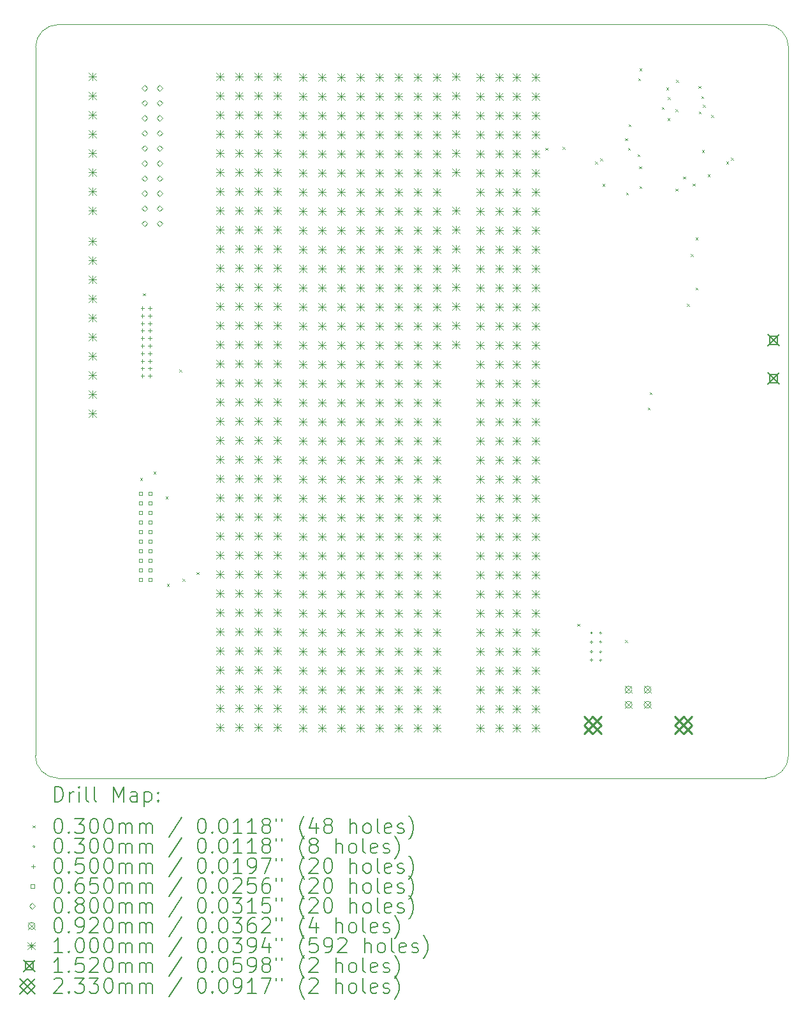
<source format=gbr>
%TF.GenerationSoftware,KiCad,Pcbnew,8.0.0-rc2-429-g037f349585*%
%TF.CreationDate,2024-02-09T22:22:24+01:00*%
%TF.ProjectId,xDuinoRail-Protoboard,78447569-6e6f-4526-9169-6c2d50726f74,rev?*%
%TF.SameCoordinates,Original*%
%TF.FileFunction,Drillmap*%
%TF.FilePolarity,Positive*%
%FSLAX45Y45*%
G04 Gerber Fmt 4.5, Leading zero omitted, Abs format (unit mm)*
G04 Created by KiCad (PCBNEW 8.0.0-rc2-429-g037f349585) date 2024-02-09 22:22:24*
%MOMM*%
%LPD*%
G01*
G04 APERTURE LIST*
%ADD10C,0.050000*%
%ADD11C,0.200000*%
%ADD12C,0.100000*%
%ADD13C,0.152000*%
%ADD14C,0.233000*%
G04 APERTURE END LIST*
D10*
X7348500Y-4508500D02*
X16748500Y-4508500D01*
X17048500Y-14208500D02*
G75*
G02*
X16748500Y-14508500I-300000J0D01*
G01*
X7348500Y-14508500D02*
G75*
G02*
X7048500Y-14208500I0J300000D01*
G01*
X7052361Y-4810462D02*
G75*
G02*
X7352361Y-4510461I299999J2D01*
G01*
X16748500Y-4508500D02*
G75*
G02*
X17048500Y-4808500I0J-300000D01*
G01*
X17048500Y-4808500D02*
X17048500Y-14208500D01*
X16748500Y-14508500D02*
X7348500Y-14508500D01*
X7051931Y-14209456D02*
X7051931Y-4809456D01*
D11*
D12*
X8441330Y-10526550D02*
X8471330Y-10556550D01*
X8471330Y-10526550D02*
X8441330Y-10556550D01*
X8478470Y-8075980D02*
X8508470Y-8105980D01*
X8508470Y-8075980D02*
X8478470Y-8105980D01*
X8618220Y-10440390D02*
X8648220Y-10470390D01*
X8648220Y-10440390D02*
X8618220Y-10470390D01*
X8777740Y-10772060D02*
X8807740Y-10802060D01*
X8807740Y-10772060D02*
X8777740Y-10802060D01*
X8795910Y-11932670D02*
X8825910Y-11962670D01*
X8825910Y-11932670D02*
X8795910Y-11962670D01*
X8960540Y-9086650D02*
X8990540Y-9116650D01*
X8990540Y-9086650D02*
X8960540Y-9116650D01*
X9004310Y-11862440D02*
X9034310Y-11892440D01*
X9034310Y-11862440D02*
X9004310Y-11892440D01*
X9191970Y-11774620D02*
X9221970Y-11804620D01*
X9221970Y-11774620D02*
X9191970Y-11804620D01*
X13820620Y-6144330D02*
X13850620Y-6174330D01*
X13850620Y-6144330D02*
X13820620Y-6174330D01*
X14049450Y-6133870D02*
X14079450Y-6163870D01*
X14079450Y-6133870D02*
X14049450Y-6163870D01*
X14245070Y-12460940D02*
X14275070Y-12490940D01*
X14275070Y-12460940D02*
X14245070Y-12490940D01*
X14480250Y-6329060D02*
X14510250Y-6359060D01*
X14510250Y-6329060D02*
X14480250Y-6359060D01*
X14547700Y-6283110D02*
X14577700Y-6313110D01*
X14577700Y-6283110D02*
X14547700Y-6313110D01*
X14580020Y-6625230D02*
X14610020Y-6655230D01*
X14610020Y-6625230D02*
X14580020Y-6655230D01*
X14878100Y-12676130D02*
X14908100Y-12706130D01*
X14908100Y-12676130D02*
X14878100Y-12706130D01*
X14880760Y-6017500D02*
X14910760Y-6047500D01*
X14910760Y-6017500D02*
X14880760Y-6047500D01*
X14893520Y-6737010D02*
X14923520Y-6767010D01*
X14923520Y-6737010D02*
X14893520Y-6767010D01*
X14918450Y-6144340D02*
X14948450Y-6174340D01*
X14948450Y-6144340D02*
X14918450Y-6174340D01*
X14924650Y-5832250D02*
X14954650Y-5862250D01*
X14954650Y-5832250D02*
X14924650Y-5862250D01*
X15045830Y-6231230D02*
X15075830Y-6261230D01*
X15075830Y-6231230D02*
X15045830Y-6261230D01*
X15051830Y-5222520D02*
X15081830Y-5252520D01*
X15081830Y-5222520D02*
X15051830Y-5252520D01*
X15064330Y-6392170D02*
X15094330Y-6422170D01*
X15094330Y-6392170D02*
X15064330Y-6422170D01*
X15070140Y-5093320D02*
X15100140Y-5123320D01*
X15100140Y-5093320D02*
X15070140Y-5123320D01*
X15072220Y-6652500D02*
X15102220Y-6682500D01*
X15102220Y-6652500D02*
X15072220Y-6682500D01*
X15179290Y-9591170D02*
X15209290Y-9621170D01*
X15209290Y-9591170D02*
X15179290Y-9621170D01*
X15206920Y-9389160D02*
X15236920Y-9419160D01*
X15236920Y-9389160D02*
X15206920Y-9419160D01*
X15366840Y-5602170D02*
X15396840Y-5632170D01*
X15396840Y-5602170D02*
X15366840Y-5632170D01*
X15427110Y-5347320D02*
X15457110Y-5377320D01*
X15457110Y-5347320D02*
X15427110Y-5377320D01*
X15441820Y-5753870D02*
X15471820Y-5783870D01*
X15471820Y-5753870D02*
X15441820Y-5783870D01*
X15445830Y-5474320D02*
X15475830Y-5504320D01*
X15475830Y-5474320D02*
X15445830Y-5504320D01*
X15550170Y-5632060D02*
X15580170Y-5662060D01*
X15580170Y-5632060D02*
X15550170Y-5662060D01*
X15550170Y-6686970D02*
X15580170Y-6716970D01*
X15580170Y-6686970D02*
X15550170Y-6716970D01*
X15556970Y-5241390D02*
X15586970Y-5271390D01*
X15586970Y-5241390D02*
X15556970Y-5271390D01*
X15650380Y-6525500D02*
X15680380Y-6555500D01*
X15680380Y-6525500D02*
X15650380Y-6555500D01*
X15702860Y-8216450D02*
X15732860Y-8246450D01*
X15732860Y-8216450D02*
X15702860Y-8246450D01*
X15749620Y-7555320D02*
X15779620Y-7585320D01*
X15779620Y-7555320D02*
X15749620Y-7585320D01*
X15775750Y-6618750D02*
X15805750Y-6648750D01*
X15805750Y-6618750D02*
X15775750Y-6648750D01*
X15816400Y-7336000D02*
X15846400Y-7366000D01*
X15846400Y-7336000D02*
X15816400Y-7366000D01*
X15816400Y-8000470D02*
X15846400Y-8030470D01*
X15846400Y-8000470D02*
X15816400Y-8030470D01*
X15852260Y-5322220D02*
X15882260Y-5352220D01*
X15882260Y-5322220D02*
X15852260Y-5352220D01*
X15857150Y-5664480D02*
X15887150Y-5694480D01*
X15887150Y-5664480D02*
X15857150Y-5694480D01*
X15890670Y-5459190D02*
X15920670Y-5489190D01*
X15920670Y-5459190D02*
X15890670Y-5489190D01*
X15901090Y-6174630D02*
X15931090Y-6204630D01*
X15931090Y-6174630D02*
X15901090Y-6204630D01*
X15911940Y-5573500D02*
X15941940Y-5603500D01*
X15941940Y-5573500D02*
X15911940Y-5603500D01*
X15977550Y-6497320D02*
X16007550Y-6527320D01*
X16007550Y-6497320D02*
X15977550Y-6527320D01*
X16020730Y-5708610D02*
X16050730Y-5738610D01*
X16050730Y-5708610D02*
X16020730Y-5738610D01*
X16222510Y-6327320D02*
X16252510Y-6357320D01*
X16252510Y-6327320D02*
X16222510Y-6357320D01*
X16285990Y-6277390D02*
X16315990Y-6307390D01*
X16315990Y-6277390D02*
X16285990Y-6307390D01*
X14449000Y-12583500D02*
G75*
G02*
X14419000Y-12583500I-15000J0D01*
G01*
X14419000Y-12583500D02*
G75*
G02*
X14449000Y-12583500I15000J0D01*
G01*
X14449000Y-12703500D02*
G75*
G02*
X14419000Y-12703500I-15000J0D01*
G01*
X14419000Y-12703500D02*
G75*
G02*
X14449000Y-12703500I15000J0D01*
G01*
X14449000Y-12833500D02*
G75*
G02*
X14419000Y-12833500I-15000J0D01*
G01*
X14419000Y-12833500D02*
G75*
G02*
X14449000Y-12833500I15000J0D01*
G01*
X14449000Y-12943500D02*
G75*
G02*
X14419000Y-12943500I-15000J0D01*
G01*
X14419000Y-12943500D02*
G75*
G02*
X14449000Y-12943500I15000J0D01*
G01*
X14569000Y-12583500D02*
G75*
G02*
X14539000Y-12583500I-15000J0D01*
G01*
X14539000Y-12583500D02*
G75*
G02*
X14569000Y-12583500I15000J0D01*
G01*
X14569000Y-12703500D02*
G75*
G02*
X14539000Y-12703500I-15000J0D01*
G01*
X14539000Y-12703500D02*
G75*
G02*
X14569000Y-12703500I15000J0D01*
G01*
X14569000Y-12833500D02*
G75*
G02*
X14539000Y-12833500I-15000J0D01*
G01*
X14539000Y-12833500D02*
G75*
G02*
X14569000Y-12833500I15000J0D01*
G01*
X14569000Y-12943500D02*
G75*
G02*
X14539000Y-12943500I-15000J0D01*
G01*
X14539000Y-12943500D02*
G75*
G02*
X14569000Y-12943500I15000J0D01*
G01*
X8472500Y-8247500D02*
X8472500Y-8297500D01*
X8447500Y-8272500D02*
X8497500Y-8272500D01*
X8472500Y-8347500D02*
X8472500Y-8397500D01*
X8447500Y-8372500D02*
X8497500Y-8372500D01*
X8472500Y-8447500D02*
X8472500Y-8497500D01*
X8447500Y-8472500D02*
X8497500Y-8472500D01*
X8472500Y-8547500D02*
X8472500Y-8597500D01*
X8447500Y-8572500D02*
X8497500Y-8572500D01*
X8472500Y-8647500D02*
X8472500Y-8697500D01*
X8447500Y-8672500D02*
X8497500Y-8672500D01*
X8472500Y-8747500D02*
X8472500Y-8797500D01*
X8447500Y-8772500D02*
X8497500Y-8772500D01*
X8472500Y-8847500D02*
X8472500Y-8897500D01*
X8447500Y-8872500D02*
X8497500Y-8872500D01*
X8472500Y-8947500D02*
X8472500Y-8997500D01*
X8447500Y-8972500D02*
X8497500Y-8972500D01*
X8472500Y-9047500D02*
X8472500Y-9097500D01*
X8447500Y-9072500D02*
X8497500Y-9072500D01*
X8472500Y-9147500D02*
X8472500Y-9197500D01*
X8447500Y-9172500D02*
X8497500Y-9172500D01*
X8572500Y-8247500D02*
X8572500Y-8297500D01*
X8547500Y-8272500D02*
X8597500Y-8272500D01*
X8572500Y-8347500D02*
X8572500Y-8397500D01*
X8547500Y-8372500D02*
X8597500Y-8372500D01*
X8572500Y-8447500D02*
X8572500Y-8497500D01*
X8547500Y-8472500D02*
X8597500Y-8472500D01*
X8572500Y-8547500D02*
X8572500Y-8597500D01*
X8547500Y-8572500D02*
X8597500Y-8572500D01*
X8572500Y-8647500D02*
X8572500Y-8697500D01*
X8547500Y-8672500D02*
X8597500Y-8672500D01*
X8572500Y-8747500D02*
X8572500Y-8797500D01*
X8547500Y-8772500D02*
X8597500Y-8772500D01*
X8572500Y-8847500D02*
X8572500Y-8897500D01*
X8547500Y-8872500D02*
X8597500Y-8872500D01*
X8572500Y-8947500D02*
X8572500Y-8997500D01*
X8547500Y-8972500D02*
X8597500Y-8972500D01*
X8572500Y-9047500D02*
X8572500Y-9097500D01*
X8547500Y-9072500D02*
X8597500Y-9072500D01*
X8572500Y-9147500D02*
X8572500Y-9197500D01*
X8547500Y-9172500D02*
X8597500Y-9172500D01*
X8468481Y-10754481D02*
X8468481Y-10708519D01*
X8422519Y-10708519D01*
X8422519Y-10754481D01*
X8468481Y-10754481D01*
X8468481Y-10881481D02*
X8468481Y-10835519D01*
X8422519Y-10835519D01*
X8422519Y-10881481D01*
X8468481Y-10881481D01*
X8468481Y-11008481D02*
X8468481Y-10962519D01*
X8422519Y-10962519D01*
X8422519Y-11008481D01*
X8468481Y-11008481D01*
X8468481Y-11135481D02*
X8468481Y-11089519D01*
X8422519Y-11089519D01*
X8422519Y-11135481D01*
X8468481Y-11135481D01*
X8468481Y-11262481D02*
X8468481Y-11216519D01*
X8422519Y-11216519D01*
X8422519Y-11262481D01*
X8468481Y-11262481D01*
X8468481Y-11389481D02*
X8468481Y-11343519D01*
X8422519Y-11343519D01*
X8422519Y-11389481D01*
X8468481Y-11389481D01*
X8468481Y-11516481D02*
X8468481Y-11470519D01*
X8422519Y-11470519D01*
X8422519Y-11516481D01*
X8468481Y-11516481D01*
X8468481Y-11643481D02*
X8468481Y-11597519D01*
X8422519Y-11597519D01*
X8422519Y-11643481D01*
X8468481Y-11643481D01*
X8468481Y-11770481D02*
X8468481Y-11724519D01*
X8422519Y-11724519D01*
X8422519Y-11770481D01*
X8468481Y-11770481D01*
X8468481Y-11897481D02*
X8468481Y-11851519D01*
X8422519Y-11851519D01*
X8422519Y-11897481D01*
X8468481Y-11897481D01*
X8595481Y-10754481D02*
X8595481Y-10708519D01*
X8549519Y-10708519D01*
X8549519Y-10754481D01*
X8595481Y-10754481D01*
X8595481Y-10881481D02*
X8595481Y-10835519D01*
X8549519Y-10835519D01*
X8549519Y-10881481D01*
X8595481Y-10881481D01*
X8595481Y-11008481D02*
X8595481Y-10962519D01*
X8549519Y-10962519D01*
X8549519Y-11008481D01*
X8595481Y-11008481D01*
X8595481Y-11135481D02*
X8595481Y-11089519D01*
X8549519Y-11089519D01*
X8549519Y-11135481D01*
X8595481Y-11135481D01*
X8595481Y-11262481D02*
X8595481Y-11216519D01*
X8549519Y-11216519D01*
X8549519Y-11262481D01*
X8595481Y-11262481D01*
X8595481Y-11389481D02*
X8595481Y-11343519D01*
X8549519Y-11343519D01*
X8549519Y-11389481D01*
X8595481Y-11389481D01*
X8595481Y-11516481D02*
X8595481Y-11470519D01*
X8549519Y-11470519D01*
X8549519Y-11516481D01*
X8595481Y-11516481D01*
X8595481Y-11643481D02*
X8595481Y-11597519D01*
X8549519Y-11597519D01*
X8549519Y-11643481D01*
X8595481Y-11643481D01*
X8595481Y-11770481D02*
X8595481Y-11724519D01*
X8549519Y-11724519D01*
X8549519Y-11770481D01*
X8595481Y-11770481D01*
X8595481Y-11897481D02*
X8595481Y-11851519D01*
X8549519Y-11851519D01*
X8549519Y-11897481D01*
X8595481Y-11897481D01*
X8499500Y-5390000D02*
X8539500Y-5350000D01*
X8499500Y-5310000D01*
X8459500Y-5350000D01*
X8499500Y-5390000D01*
X8499500Y-5590000D02*
X8539500Y-5550000D01*
X8499500Y-5510000D01*
X8459500Y-5550000D01*
X8499500Y-5590000D01*
X8499500Y-5790000D02*
X8539500Y-5750000D01*
X8499500Y-5710000D01*
X8459500Y-5750000D01*
X8499500Y-5790000D01*
X8499500Y-5990000D02*
X8539500Y-5950000D01*
X8499500Y-5910000D01*
X8459500Y-5950000D01*
X8499500Y-5990000D01*
X8499500Y-6190000D02*
X8539500Y-6150000D01*
X8499500Y-6110000D01*
X8459500Y-6150000D01*
X8499500Y-6190000D01*
X8499500Y-6390000D02*
X8539500Y-6350000D01*
X8499500Y-6310000D01*
X8459500Y-6350000D01*
X8499500Y-6390000D01*
X8499500Y-6590000D02*
X8539500Y-6550000D01*
X8499500Y-6510000D01*
X8459500Y-6550000D01*
X8499500Y-6590000D01*
X8499500Y-6790000D02*
X8539500Y-6750000D01*
X8499500Y-6710000D01*
X8459500Y-6750000D01*
X8499500Y-6790000D01*
X8499500Y-6990000D02*
X8539500Y-6950000D01*
X8499500Y-6910000D01*
X8459500Y-6950000D01*
X8499500Y-6990000D01*
X8499500Y-7190000D02*
X8539500Y-7150000D01*
X8499500Y-7110000D01*
X8459500Y-7150000D01*
X8499500Y-7190000D01*
X8699500Y-5390000D02*
X8739500Y-5350000D01*
X8699500Y-5310000D01*
X8659500Y-5350000D01*
X8699500Y-5390000D01*
X8699500Y-5590000D02*
X8739500Y-5550000D01*
X8699500Y-5510000D01*
X8659500Y-5550000D01*
X8699500Y-5590000D01*
X8699500Y-5790000D02*
X8739500Y-5750000D01*
X8699500Y-5710000D01*
X8659500Y-5750000D01*
X8699500Y-5790000D01*
X8699500Y-5990000D02*
X8739500Y-5950000D01*
X8699500Y-5910000D01*
X8659500Y-5950000D01*
X8699500Y-5990000D01*
X8699500Y-6190000D02*
X8739500Y-6150000D01*
X8699500Y-6110000D01*
X8659500Y-6150000D01*
X8699500Y-6190000D01*
X8699500Y-6390000D02*
X8739500Y-6350000D01*
X8699500Y-6310000D01*
X8659500Y-6350000D01*
X8699500Y-6390000D01*
X8699500Y-6590000D02*
X8739500Y-6550000D01*
X8699500Y-6510000D01*
X8659500Y-6550000D01*
X8699500Y-6590000D01*
X8699500Y-6790000D02*
X8739500Y-6750000D01*
X8699500Y-6710000D01*
X8659500Y-6750000D01*
X8699500Y-6790000D01*
X8699500Y-6990000D02*
X8739500Y-6950000D01*
X8699500Y-6910000D01*
X8659500Y-6950000D01*
X8699500Y-6990000D01*
X8699500Y-7190000D02*
X8739500Y-7150000D01*
X8699500Y-7110000D01*
X8659500Y-7150000D01*
X8699500Y-7190000D01*
X14880500Y-13289000D02*
X14972500Y-13381000D01*
X14972500Y-13289000D02*
X14880500Y-13381000D01*
X14972500Y-13335000D02*
G75*
G02*
X14880500Y-13335000I-46000J0D01*
G01*
X14880500Y-13335000D02*
G75*
G02*
X14972500Y-13335000I46000J0D01*
G01*
X14880500Y-13489000D02*
X14972500Y-13581000D01*
X14972500Y-13489000D02*
X14880500Y-13581000D01*
X14972500Y-13535000D02*
G75*
G02*
X14880500Y-13535000I-46000J0D01*
G01*
X14880500Y-13535000D02*
G75*
G02*
X14972500Y-13535000I46000J0D01*
G01*
X15130500Y-13289000D02*
X15222500Y-13381000D01*
X15222500Y-13289000D02*
X15130500Y-13381000D01*
X15222500Y-13335000D02*
G75*
G02*
X15130500Y-13335000I-46000J0D01*
G01*
X15130500Y-13335000D02*
G75*
G02*
X15222500Y-13335000I46000J0D01*
G01*
X15130500Y-13489000D02*
X15222500Y-13581000D01*
X15222500Y-13489000D02*
X15130500Y-13581000D01*
X15222500Y-13535000D02*
G75*
G02*
X15130500Y-13535000I-46000J0D01*
G01*
X15130500Y-13535000D02*
G75*
G02*
X15222500Y-13535000I46000J0D01*
G01*
X7760500Y-5149060D02*
X7860500Y-5249060D01*
X7860500Y-5149060D02*
X7760500Y-5249060D01*
X7810500Y-5149060D02*
X7810500Y-5249060D01*
X7760500Y-5199060D02*
X7860500Y-5199060D01*
X7760500Y-5403060D02*
X7860500Y-5503060D01*
X7860500Y-5403060D02*
X7760500Y-5503060D01*
X7810500Y-5403060D02*
X7810500Y-5503060D01*
X7760500Y-5453060D02*
X7860500Y-5453060D01*
X7760500Y-5657060D02*
X7860500Y-5757060D01*
X7860500Y-5657060D02*
X7760500Y-5757060D01*
X7810500Y-5657060D02*
X7810500Y-5757060D01*
X7760500Y-5707060D02*
X7860500Y-5707060D01*
X7760500Y-5911060D02*
X7860500Y-6011060D01*
X7860500Y-5911060D02*
X7760500Y-6011060D01*
X7810500Y-5911060D02*
X7810500Y-6011060D01*
X7760500Y-5961060D02*
X7860500Y-5961060D01*
X7760500Y-6165060D02*
X7860500Y-6265060D01*
X7860500Y-6165060D02*
X7760500Y-6265060D01*
X7810500Y-6165060D02*
X7810500Y-6265060D01*
X7760500Y-6215060D02*
X7860500Y-6215060D01*
X7760500Y-6419060D02*
X7860500Y-6519060D01*
X7860500Y-6419060D02*
X7760500Y-6519060D01*
X7810500Y-6419060D02*
X7810500Y-6519060D01*
X7760500Y-6469060D02*
X7860500Y-6469060D01*
X7760500Y-6673060D02*
X7860500Y-6773060D01*
X7860500Y-6673060D02*
X7760500Y-6773060D01*
X7810500Y-6673060D02*
X7810500Y-6773060D01*
X7760500Y-6723060D02*
X7860500Y-6723060D01*
X7760500Y-6927060D02*
X7860500Y-7027060D01*
X7860500Y-6927060D02*
X7760500Y-7027060D01*
X7810500Y-6927060D02*
X7810500Y-7027060D01*
X7760500Y-6977060D02*
X7860500Y-6977060D01*
X7760500Y-7333060D02*
X7860500Y-7433060D01*
X7860500Y-7333060D02*
X7760500Y-7433060D01*
X7810500Y-7333060D02*
X7810500Y-7433060D01*
X7760500Y-7383060D02*
X7860500Y-7383060D01*
X7760500Y-7587060D02*
X7860500Y-7687060D01*
X7860500Y-7587060D02*
X7760500Y-7687060D01*
X7810500Y-7587060D02*
X7810500Y-7687060D01*
X7760500Y-7637060D02*
X7860500Y-7637060D01*
X7760500Y-7841060D02*
X7860500Y-7941060D01*
X7860500Y-7841060D02*
X7760500Y-7941060D01*
X7810500Y-7841060D02*
X7810500Y-7941060D01*
X7760500Y-7891060D02*
X7860500Y-7891060D01*
X7760500Y-8095060D02*
X7860500Y-8195060D01*
X7860500Y-8095060D02*
X7760500Y-8195060D01*
X7810500Y-8095060D02*
X7810500Y-8195060D01*
X7760500Y-8145060D02*
X7860500Y-8145060D01*
X7760500Y-8349060D02*
X7860500Y-8449060D01*
X7860500Y-8349060D02*
X7760500Y-8449060D01*
X7810500Y-8349060D02*
X7810500Y-8449060D01*
X7760500Y-8399060D02*
X7860500Y-8399060D01*
X7760500Y-8603060D02*
X7860500Y-8703060D01*
X7860500Y-8603060D02*
X7760500Y-8703060D01*
X7810500Y-8603060D02*
X7810500Y-8703060D01*
X7760500Y-8653060D02*
X7860500Y-8653060D01*
X7760500Y-8857060D02*
X7860500Y-8957060D01*
X7860500Y-8857060D02*
X7760500Y-8957060D01*
X7810500Y-8857060D02*
X7810500Y-8957060D01*
X7760500Y-8907060D02*
X7860500Y-8907060D01*
X7760500Y-9111060D02*
X7860500Y-9211060D01*
X7860500Y-9111060D02*
X7760500Y-9211060D01*
X7810500Y-9111060D02*
X7810500Y-9211060D01*
X7760500Y-9161060D02*
X7860500Y-9161060D01*
X7760500Y-9365060D02*
X7860500Y-9465060D01*
X7860500Y-9365060D02*
X7760500Y-9465060D01*
X7810500Y-9365060D02*
X7810500Y-9465060D01*
X7760500Y-9415060D02*
X7860500Y-9415060D01*
X7760500Y-9619060D02*
X7860500Y-9719060D01*
X7860500Y-9619060D02*
X7760500Y-9719060D01*
X7810500Y-9619060D02*
X7810500Y-9719060D01*
X7760500Y-9669060D02*
X7860500Y-9669060D01*
X9453950Y-5149060D02*
X9553950Y-5249060D01*
X9553950Y-5149060D02*
X9453950Y-5249060D01*
X9503950Y-5149060D02*
X9503950Y-5249060D01*
X9453950Y-5199060D02*
X9553950Y-5199060D01*
X9453950Y-5403060D02*
X9553950Y-5503060D01*
X9553950Y-5403060D02*
X9453950Y-5503060D01*
X9503950Y-5403060D02*
X9503950Y-5503060D01*
X9453950Y-5453060D02*
X9553950Y-5453060D01*
X9453950Y-5657060D02*
X9553950Y-5757060D01*
X9553950Y-5657060D02*
X9453950Y-5757060D01*
X9503950Y-5657060D02*
X9503950Y-5757060D01*
X9453950Y-5707060D02*
X9553950Y-5707060D01*
X9453950Y-5911060D02*
X9553950Y-6011060D01*
X9553950Y-5911060D02*
X9453950Y-6011060D01*
X9503950Y-5911060D02*
X9503950Y-6011060D01*
X9453950Y-5961060D02*
X9553950Y-5961060D01*
X9453950Y-6165060D02*
X9553950Y-6265060D01*
X9553950Y-6165060D02*
X9453950Y-6265060D01*
X9503950Y-6165060D02*
X9503950Y-6265060D01*
X9453950Y-6215060D02*
X9553950Y-6215060D01*
X9453950Y-6419060D02*
X9553950Y-6519060D01*
X9553950Y-6419060D02*
X9453950Y-6519060D01*
X9503950Y-6419060D02*
X9503950Y-6519060D01*
X9453950Y-6469060D02*
X9553950Y-6469060D01*
X9453950Y-6673060D02*
X9553950Y-6773060D01*
X9553950Y-6673060D02*
X9453950Y-6773060D01*
X9503950Y-6673060D02*
X9503950Y-6773060D01*
X9453950Y-6723060D02*
X9553950Y-6723060D01*
X9453950Y-6927060D02*
X9553950Y-7027060D01*
X9553950Y-6927060D02*
X9453950Y-7027060D01*
X9503950Y-6927060D02*
X9503950Y-7027060D01*
X9453950Y-6977060D02*
X9553950Y-6977060D01*
X9453950Y-7181060D02*
X9553950Y-7281060D01*
X9553950Y-7181060D02*
X9453950Y-7281060D01*
X9503950Y-7181060D02*
X9503950Y-7281060D01*
X9453950Y-7231060D02*
X9553950Y-7231060D01*
X9453950Y-7435060D02*
X9553950Y-7535060D01*
X9553950Y-7435060D02*
X9453950Y-7535060D01*
X9503950Y-7435060D02*
X9503950Y-7535060D01*
X9453950Y-7485060D02*
X9553950Y-7485060D01*
X9453950Y-7689060D02*
X9553950Y-7789060D01*
X9553950Y-7689060D02*
X9453950Y-7789060D01*
X9503950Y-7689060D02*
X9503950Y-7789060D01*
X9453950Y-7739060D02*
X9553950Y-7739060D01*
X9453950Y-7943060D02*
X9553950Y-8043060D01*
X9553950Y-7943060D02*
X9453950Y-8043060D01*
X9503950Y-7943060D02*
X9503950Y-8043060D01*
X9453950Y-7993060D02*
X9553950Y-7993060D01*
X9453950Y-8197060D02*
X9553950Y-8297060D01*
X9553950Y-8197060D02*
X9453950Y-8297060D01*
X9503950Y-8197060D02*
X9503950Y-8297060D01*
X9453950Y-8247060D02*
X9553950Y-8247060D01*
X9453950Y-8451060D02*
X9553950Y-8551060D01*
X9553950Y-8451060D02*
X9453950Y-8551060D01*
X9503950Y-8451060D02*
X9503950Y-8551060D01*
X9453950Y-8501060D02*
X9553950Y-8501060D01*
X9453950Y-8705060D02*
X9553950Y-8805060D01*
X9553950Y-8705060D02*
X9453950Y-8805060D01*
X9503950Y-8705060D02*
X9503950Y-8805060D01*
X9453950Y-8755060D02*
X9553950Y-8755060D01*
X9453950Y-8959060D02*
X9553950Y-9059060D01*
X9553950Y-8959060D02*
X9453950Y-9059060D01*
X9503950Y-8959060D02*
X9503950Y-9059060D01*
X9453950Y-9009060D02*
X9553950Y-9009060D01*
X9453950Y-9213060D02*
X9553950Y-9313060D01*
X9553950Y-9213060D02*
X9453950Y-9313060D01*
X9503950Y-9213060D02*
X9503950Y-9313060D01*
X9453950Y-9263060D02*
X9553950Y-9263060D01*
X9453950Y-9467060D02*
X9553950Y-9567060D01*
X9553950Y-9467060D02*
X9453950Y-9567060D01*
X9503950Y-9467060D02*
X9503950Y-9567060D01*
X9453950Y-9517060D02*
X9553950Y-9517060D01*
X9453950Y-9721060D02*
X9553950Y-9821060D01*
X9553950Y-9721060D02*
X9453950Y-9821060D01*
X9503950Y-9721060D02*
X9503950Y-9821060D01*
X9453950Y-9771060D02*
X9553950Y-9771060D01*
X9453950Y-9975060D02*
X9553950Y-10075060D01*
X9553950Y-9975060D02*
X9453950Y-10075060D01*
X9503950Y-9975060D02*
X9503950Y-10075060D01*
X9453950Y-10025060D02*
X9553950Y-10025060D01*
X9453950Y-10229060D02*
X9553950Y-10329060D01*
X9553950Y-10229060D02*
X9453950Y-10329060D01*
X9503950Y-10229060D02*
X9503950Y-10329060D01*
X9453950Y-10279060D02*
X9553950Y-10279060D01*
X9453950Y-10483060D02*
X9553950Y-10583060D01*
X9553950Y-10483060D02*
X9453950Y-10583060D01*
X9503950Y-10483060D02*
X9503950Y-10583060D01*
X9453950Y-10533060D02*
X9553950Y-10533060D01*
X9453950Y-10737060D02*
X9553950Y-10837060D01*
X9553950Y-10737060D02*
X9453950Y-10837060D01*
X9503950Y-10737060D02*
X9503950Y-10837060D01*
X9453950Y-10787060D02*
X9553950Y-10787060D01*
X9453950Y-10991060D02*
X9553950Y-11091060D01*
X9553950Y-10991060D02*
X9453950Y-11091060D01*
X9503950Y-10991060D02*
X9503950Y-11091060D01*
X9453950Y-11041060D02*
X9553950Y-11041060D01*
X9453950Y-11245060D02*
X9553950Y-11345060D01*
X9553950Y-11245060D02*
X9453950Y-11345060D01*
X9503950Y-11245060D02*
X9503950Y-11345060D01*
X9453950Y-11295060D02*
X9553950Y-11295060D01*
X9453950Y-11499060D02*
X9553950Y-11599060D01*
X9553950Y-11499060D02*
X9453950Y-11599060D01*
X9503950Y-11499060D02*
X9503950Y-11599060D01*
X9453950Y-11549060D02*
X9553950Y-11549060D01*
X9453950Y-11753060D02*
X9553950Y-11853060D01*
X9553950Y-11753060D02*
X9453950Y-11853060D01*
X9503950Y-11753060D02*
X9503950Y-11853060D01*
X9453950Y-11803060D02*
X9553950Y-11803060D01*
X9453950Y-12007060D02*
X9553950Y-12107060D01*
X9553950Y-12007060D02*
X9453950Y-12107060D01*
X9503950Y-12007060D02*
X9503950Y-12107060D01*
X9453950Y-12057060D02*
X9553950Y-12057060D01*
X9453950Y-12261060D02*
X9553950Y-12361060D01*
X9553950Y-12261060D02*
X9453950Y-12361060D01*
X9503950Y-12261060D02*
X9503950Y-12361060D01*
X9453950Y-12311060D02*
X9553950Y-12311060D01*
X9453950Y-12515060D02*
X9553950Y-12615060D01*
X9553950Y-12515060D02*
X9453950Y-12615060D01*
X9503950Y-12515060D02*
X9503950Y-12615060D01*
X9453950Y-12565060D02*
X9553950Y-12565060D01*
X9453950Y-12769060D02*
X9553950Y-12869060D01*
X9553950Y-12769060D02*
X9453950Y-12869060D01*
X9503950Y-12769060D02*
X9503950Y-12869060D01*
X9453950Y-12819060D02*
X9553950Y-12819060D01*
X9453950Y-13023060D02*
X9553950Y-13123060D01*
X9553950Y-13023060D02*
X9453950Y-13123060D01*
X9503950Y-13023060D02*
X9503950Y-13123060D01*
X9453950Y-13073060D02*
X9553950Y-13073060D01*
X9453950Y-13277060D02*
X9553950Y-13377060D01*
X9553950Y-13277060D02*
X9453950Y-13377060D01*
X9503950Y-13277060D02*
X9503950Y-13377060D01*
X9453950Y-13327060D02*
X9553950Y-13327060D01*
X9453950Y-13531060D02*
X9553950Y-13631060D01*
X9553950Y-13531060D02*
X9453950Y-13631060D01*
X9503950Y-13531060D02*
X9503950Y-13631060D01*
X9453950Y-13581060D02*
X9553950Y-13581060D01*
X9453950Y-13785060D02*
X9553950Y-13885060D01*
X9553950Y-13785060D02*
X9453950Y-13885060D01*
X9503950Y-13785060D02*
X9503950Y-13885060D01*
X9453950Y-13835060D02*
X9553950Y-13835060D01*
X9707950Y-5149060D02*
X9807950Y-5249060D01*
X9807950Y-5149060D02*
X9707950Y-5249060D01*
X9757950Y-5149060D02*
X9757950Y-5249060D01*
X9707950Y-5199060D02*
X9807950Y-5199060D01*
X9707950Y-5403060D02*
X9807950Y-5503060D01*
X9807950Y-5403060D02*
X9707950Y-5503060D01*
X9757950Y-5403060D02*
X9757950Y-5503060D01*
X9707950Y-5453060D02*
X9807950Y-5453060D01*
X9707950Y-5657060D02*
X9807950Y-5757060D01*
X9807950Y-5657060D02*
X9707950Y-5757060D01*
X9757950Y-5657060D02*
X9757950Y-5757060D01*
X9707950Y-5707060D02*
X9807950Y-5707060D01*
X9707950Y-5911060D02*
X9807950Y-6011060D01*
X9807950Y-5911060D02*
X9707950Y-6011060D01*
X9757950Y-5911060D02*
X9757950Y-6011060D01*
X9707950Y-5961060D02*
X9807950Y-5961060D01*
X9707950Y-6165060D02*
X9807950Y-6265060D01*
X9807950Y-6165060D02*
X9707950Y-6265060D01*
X9757950Y-6165060D02*
X9757950Y-6265060D01*
X9707950Y-6215060D02*
X9807950Y-6215060D01*
X9707950Y-6419060D02*
X9807950Y-6519060D01*
X9807950Y-6419060D02*
X9707950Y-6519060D01*
X9757950Y-6419060D02*
X9757950Y-6519060D01*
X9707950Y-6469060D02*
X9807950Y-6469060D01*
X9707950Y-6673060D02*
X9807950Y-6773060D01*
X9807950Y-6673060D02*
X9707950Y-6773060D01*
X9757950Y-6673060D02*
X9757950Y-6773060D01*
X9707950Y-6723060D02*
X9807950Y-6723060D01*
X9707950Y-6927060D02*
X9807950Y-7027060D01*
X9807950Y-6927060D02*
X9707950Y-7027060D01*
X9757950Y-6927060D02*
X9757950Y-7027060D01*
X9707950Y-6977060D02*
X9807950Y-6977060D01*
X9707950Y-7181060D02*
X9807950Y-7281060D01*
X9807950Y-7181060D02*
X9707950Y-7281060D01*
X9757950Y-7181060D02*
X9757950Y-7281060D01*
X9707950Y-7231060D02*
X9807950Y-7231060D01*
X9707950Y-7435060D02*
X9807950Y-7535060D01*
X9807950Y-7435060D02*
X9707950Y-7535060D01*
X9757950Y-7435060D02*
X9757950Y-7535060D01*
X9707950Y-7485060D02*
X9807950Y-7485060D01*
X9707950Y-7689060D02*
X9807950Y-7789060D01*
X9807950Y-7689060D02*
X9707950Y-7789060D01*
X9757950Y-7689060D02*
X9757950Y-7789060D01*
X9707950Y-7739060D02*
X9807950Y-7739060D01*
X9707950Y-7943060D02*
X9807950Y-8043060D01*
X9807950Y-7943060D02*
X9707950Y-8043060D01*
X9757950Y-7943060D02*
X9757950Y-8043060D01*
X9707950Y-7993060D02*
X9807950Y-7993060D01*
X9707950Y-8197060D02*
X9807950Y-8297060D01*
X9807950Y-8197060D02*
X9707950Y-8297060D01*
X9757950Y-8197060D02*
X9757950Y-8297060D01*
X9707950Y-8247060D02*
X9807950Y-8247060D01*
X9707950Y-8451060D02*
X9807950Y-8551060D01*
X9807950Y-8451060D02*
X9707950Y-8551060D01*
X9757950Y-8451060D02*
X9757950Y-8551060D01*
X9707950Y-8501060D02*
X9807950Y-8501060D01*
X9707950Y-8705060D02*
X9807950Y-8805060D01*
X9807950Y-8705060D02*
X9707950Y-8805060D01*
X9757950Y-8705060D02*
X9757950Y-8805060D01*
X9707950Y-8755060D02*
X9807950Y-8755060D01*
X9707950Y-8959060D02*
X9807950Y-9059060D01*
X9807950Y-8959060D02*
X9707950Y-9059060D01*
X9757950Y-8959060D02*
X9757950Y-9059060D01*
X9707950Y-9009060D02*
X9807950Y-9009060D01*
X9707950Y-9213060D02*
X9807950Y-9313060D01*
X9807950Y-9213060D02*
X9707950Y-9313060D01*
X9757950Y-9213060D02*
X9757950Y-9313060D01*
X9707950Y-9263060D02*
X9807950Y-9263060D01*
X9707950Y-9467060D02*
X9807950Y-9567060D01*
X9807950Y-9467060D02*
X9707950Y-9567060D01*
X9757950Y-9467060D02*
X9757950Y-9567060D01*
X9707950Y-9517060D02*
X9807950Y-9517060D01*
X9707950Y-9721060D02*
X9807950Y-9821060D01*
X9807950Y-9721060D02*
X9707950Y-9821060D01*
X9757950Y-9721060D02*
X9757950Y-9821060D01*
X9707950Y-9771060D02*
X9807950Y-9771060D01*
X9707950Y-9975060D02*
X9807950Y-10075060D01*
X9807950Y-9975060D02*
X9707950Y-10075060D01*
X9757950Y-9975060D02*
X9757950Y-10075060D01*
X9707950Y-10025060D02*
X9807950Y-10025060D01*
X9707950Y-10229060D02*
X9807950Y-10329060D01*
X9807950Y-10229060D02*
X9707950Y-10329060D01*
X9757950Y-10229060D02*
X9757950Y-10329060D01*
X9707950Y-10279060D02*
X9807950Y-10279060D01*
X9707950Y-10483060D02*
X9807950Y-10583060D01*
X9807950Y-10483060D02*
X9707950Y-10583060D01*
X9757950Y-10483060D02*
X9757950Y-10583060D01*
X9707950Y-10533060D02*
X9807950Y-10533060D01*
X9707950Y-10737060D02*
X9807950Y-10837060D01*
X9807950Y-10737060D02*
X9707950Y-10837060D01*
X9757950Y-10737060D02*
X9757950Y-10837060D01*
X9707950Y-10787060D02*
X9807950Y-10787060D01*
X9707950Y-10991060D02*
X9807950Y-11091060D01*
X9807950Y-10991060D02*
X9707950Y-11091060D01*
X9757950Y-10991060D02*
X9757950Y-11091060D01*
X9707950Y-11041060D02*
X9807950Y-11041060D01*
X9707950Y-11245060D02*
X9807950Y-11345060D01*
X9807950Y-11245060D02*
X9707950Y-11345060D01*
X9757950Y-11245060D02*
X9757950Y-11345060D01*
X9707950Y-11295060D02*
X9807950Y-11295060D01*
X9707950Y-11499060D02*
X9807950Y-11599060D01*
X9807950Y-11499060D02*
X9707950Y-11599060D01*
X9757950Y-11499060D02*
X9757950Y-11599060D01*
X9707950Y-11549060D02*
X9807950Y-11549060D01*
X9707950Y-11753060D02*
X9807950Y-11853060D01*
X9807950Y-11753060D02*
X9707950Y-11853060D01*
X9757950Y-11753060D02*
X9757950Y-11853060D01*
X9707950Y-11803060D02*
X9807950Y-11803060D01*
X9707950Y-12007060D02*
X9807950Y-12107060D01*
X9807950Y-12007060D02*
X9707950Y-12107060D01*
X9757950Y-12007060D02*
X9757950Y-12107060D01*
X9707950Y-12057060D02*
X9807950Y-12057060D01*
X9707950Y-12261060D02*
X9807950Y-12361060D01*
X9807950Y-12261060D02*
X9707950Y-12361060D01*
X9757950Y-12261060D02*
X9757950Y-12361060D01*
X9707950Y-12311060D02*
X9807950Y-12311060D01*
X9707950Y-12515060D02*
X9807950Y-12615060D01*
X9807950Y-12515060D02*
X9707950Y-12615060D01*
X9757950Y-12515060D02*
X9757950Y-12615060D01*
X9707950Y-12565060D02*
X9807950Y-12565060D01*
X9707950Y-12769060D02*
X9807950Y-12869060D01*
X9807950Y-12769060D02*
X9707950Y-12869060D01*
X9757950Y-12769060D02*
X9757950Y-12869060D01*
X9707950Y-12819060D02*
X9807950Y-12819060D01*
X9707950Y-13023060D02*
X9807950Y-13123060D01*
X9807950Y-13023060D02*
X9707950Y-13123060D01*
X9757950Y-13023060D02*
X9757950Y-13123060D01*
X9707950Y-13073060D02*
X9807950Y-13073060D01*
X9707950Y-13277060D02*
X9807950Y-13377060D01*
X9807950Y-13277060D02*
X9707950Y-13377060D01*
X9757950Y-13277060D02*
X9757950Y-13377060D01*
X9707950Y-13327060D02*
X9807950Y-13327060D01*
X9707950Y-13531060D02*
X9807950Y-13631060D01*
X9807950Y-13531060D02*
X9707950Y-13631060D01*
X9757950Y-13531060D02*
X9757950Y-13631060D01*
X9707950Y-13581060D02*
X9807950Y-13581060D01*
X9707950Y-13785060D02*
X9807950Y-13885060D01*
X9807950Y-13785060D02*
X9707950Y-13885060D01*
X9757950Y-13785060D02*
X9757950Y-13885060D01*
X9707950Y-13835060D02*
X9807950Y-13835060D01*
X9961950Y-5149060D02*
X10061950Y-5249060D01*
X10061950Y-5149060D02*
X9961950Y-5249060D01*
X10011950Y-5149060D02*
X10011950Y-5249060D01*
X9961950Y-5199060D02*
X10061950Y-5199060D01*
X9961950Y-5403060D02*
X10061950Y-5503060D01*
X10061950Y-5403060D02*
X9961950Y-5503060D01*
X10011950Y-5403060D02*
X10011950Y-5503060D01*
X9961950Y-5453060D02*
X10061950Y-5453060D01*
X9961950Y-5657060D02*
X10061950Y-5757060D01*
X10061950Y-5657060D02*
X9961950Y-5757060D01*
X10011950Y-5657060D02*
X10011950Y-5757060D01*
X9961950Y-5707060D02*
X10061950Y-5707060D01*
X9961950Y-5911060D02*
X10061950Y-6011060D01*
X10061950Y-5911060D02*
X9961950Y-6011060D01*
X10011950Y-5911060D02*
X10011950Y-6011060D01*
X9961950Y-5961060D02*
X10061950Y-5961060D01*
X9961950Y-6165060D02*
X10061950Y-6265060D01*
X10061950Y-6165060D02*
X9961950Y-6265060D01*
X10011950Y-6165060D02*
X10011950Y-6265060D01*
X9961950Y-6215060D02*
X10061950Y-6215060D01*
X9961950Y-6419060D02*
X10061950Y-6519060D01*
X10061950Y-6419060D02*
X9961950Y-6519060D01*
X10011950Y-6419060D02*
X10011950Y-6519060D01*
X9961950Y-6469060D02*
X10061950Y-6469060D01*
X9961950Y-6673060D02*
X10061950Y-6773060D01*
X10061950Y-6673060D02*
X9961950Y-6773060D01*
X10011950Y-6673060D02*
X10011950Y-6773060D01*
X9961950Y-6723060D02*
X10061950Y-6723060D01*
X9961950Y-6927060D02*
X10061950Y-7027060D01*
X10061950Y-6927060D02*
X9961950Y-7027060D01*
X10011950Y-6927060D02*
X10011950Y-7027060D01*
X9961950Y-6977060D02*
X10061950Y-6977060D01*
X9961950Y-7181060D02*
X10061950Y-7281060D01*
X10061950Y-7181060D02*
X9961950Y-7281060D01*
X10011950Y-7181060D02*
X10011950Y-7281060D01*
X9961950Y-7231060D02*
X10061950Y-7231060D01*
X9961950Y-7435060D02*
X10061950Y-7535060D01*
X10061950Y-7435060D02*
X9961950Y-7535060D01*
X10011950Y-7435060D02*
X10011950Y-7535060D01*
X9961950Y-7485060D02*
X10061950Y-7485060D01*
X9961950Y-7689060D02*
X10061950Y-7789060D01*
X10061950Y-7689060D02*
X9961950Y-7789060D01*
X10011950Y-7689060D02*
X10011950Y-7789060D01*
X9961950Y-7739060D02*
X10061950Y-7739060D01*
X9961950Y-7943060D02*
X10061950Y-8043060D01*
X10061950Y-7943060D02*
X9961950Y-8043060D01*
X10011950Y-7943060D02*
X10011950Y-8043060D01*
X9961950Y-7993060D02*
X10061950Y-7993060D01*
X9961950Y-8197060D02*
X10061950Y-8297060D01*
X10061950Y-8197060D02*
X9961950Y-8297060D01*
X10011950Y-8197060D02*
X10011950Y-8297060D01*
X9961950Y-8247060D02*
X10061950Y-8247060D01*
X9961950Y-8451060D02*
X10061950Y-8551060D01*
X10061950Y-8451060D02*
X9961950Y-8551060D01*
X10011950Y-8451060D02*
X10011950Y-8551060D01*
X9961950Y-8501060D02*
X10061950Y-8501060D01*
X9961950Y-8705060D02*
X10061950Y-8805060D01*
X10061950Y-8705060D02*
X9961950Y-8805060D01*
X10011950Y-8705060D02*
X10011950Y-8805060D01*
X9961950Y-8755060D02*
X10061950Y-8755060D01*
X9961950Y-8959060D02*
X10061950Y-9059060D01*
X10061950Y-8959060D02*
X9961950Y-9059060D01*
X10011950Y-8959060D02*
X10011950Y-9059060D01*
X9961950Y-9009060D02*
X10061950Y-9009060D01*
X9961950Y-9213060D02*
X10061950Y-9313060D01*
X10061950Y-9213060D02*
X9961950Y-9313060D01*
X10011950Y-9213060D02*
X10011950Y-9313060D01*
X9961950Y-9263060D02*
X10061950Y-9263060D01*
X9961950Y-9467060D02*
X10061950Y-9567060D01*
X10061950Y-9467060D02*
X9961950Y-9567060D01*
X10011950Y-9467060D02*
X10011950Y-9567060D01*
X9961950Y-9517060D02*
X10061950Y-9517060D01*
X9961950Y-9721060D02*
X10061950Y-9821060D01*
X10061950Y-9721060D02*
X9961950Y-9821060D01*
X10011950Y-9721060D02*
X10011950Y-9821060D01*
X9961950Y-9771060D02*
X10061950Y-9771060D01*
X9961950Y-9975060D02*
X10061950Y-10075060D01*
X10061950Y-9975060D02*
X9961950Y-10075060D01*
X10011950Y-9975060D02*
X10011950Y-10075060D01*
X9961950Y-10025060D02*
X10061950Y-10025060D01*
X9961950Y-10229060D02*
X10061950Y-10329060D01*
X10061950Y-10229060D02*
X9961950Y-10329060D01*
X10011950Y-10229060D02*
X10011950Y-10329060D01*
X9961950Y-10279060D02*
X10061950Y-10279060D01*
X9961950Y-10483060D02*
X10061950Y-10583060D01*
X10061950Y-10483060D02*
X9961950Y-10583060D01*
X10011950Y-10483060D02*
X10011950Y-10583060D01*
X9961950Y-10533060D02*
X10061950Y-10533060D01*
X9961950Y-10737060D02*
X10061950Y-10837060D01*
X10061950Y-10737060D02*
X9961950Y-10837060D01*
X10011950Y-10737060D02*
X10011950Y-10837060D01*
X9961950Y-10787060D02*
X10061950Y-10787060D01*
X9961950Y-10991060D02*
X10061950Y-11091060D01*
X10061950Y-10991060D02*
X9961950Y-11091060D01*
X10011950Y-10991060D02*
X10011950Y-11091060D01*
X9961950Y-11041060D02*
X10061950Y-11041060D01*
X9961950Y-11245060D02*
X10061950Y-11345060D01*
X10061950Y-11245060D02*
X9961950Y-11345060D01*
X10011950Y-11245060D02*
X10011950Y-11345060D01*
X9961950Y-11295060D02*
X10061950Y-11295060D01*
X9961950Y-11499060D02*
X10061950Y-11599060D01*
X10061950Y-11499060D02*
X9961950Y-11599060D01*
X10011950Y-11499060D02*
X10011950Y-11599060D01*
X9961950Y-11549060D02*
X10061950Y-11549060D01*
X9961950Y-11753060D02*
X10061950Y-11853060D01*
X10061950Y-11753060D02*
X9961950Y-11853060D01*
X10011950Y-11753060D02*
X10011950Y-11853060D01*
X9961950Y-11803060D02*
X10061950Y-11803060D01*
X9961950Y-12007060D02*
X10061950Y-12107060D01*
X10061950Y-12007060D02*
X9961950Y-12107060D01*
X10011950Y-12007060D02*
X10011950Y-12107060D01*
X9961950Y-12057060D02*
X10061950Y-12057060D01*
X9961950Y-12261060D02*
X10061950Y-12361060D01*
X10061950Y-12261060D02*
X9961950Y-12361060D01*
X10011950Y-12261060D02*
X10011950Y-12361060D01*
X9961950Y-12311060D02*
X10061950Y-12311060D01*
X9961950Y-12515060D02*
X10061950Y-12615060D01*
X10061950Y-12515060D02*
X9961950Y-12615060D01*
X10011950Y-12515060D02*
X10011950Y-12615060D01*
X9961950Y-12565060D02*
X10061950Y-12565060D01*
X9961950Y-12769060D02*
X10061950Y-12869060D01*
X10061950Y-12769060D02*
X9961950Y-12869060D01*
X10011950Y-12769060D02*
X10011950Y-12869060D01*
X9961950Y-12819060D02*
X10061950Y-12819060D01*
X9961950Y-13023060D02*
X10061950Y-13123060D01*
X10061950Y-13023060D02*
X9961950Y-13123060D01*
X10011950Y-13023060D02*
X10011950Y-13123060D01*
X9961950Y-13073060D02*
X10061950Y-13073060D01*
X9961950Y-13277060D02*
X10061950Y-13377060D01*
X10061950Y-13277060D02*
X9961950Y-13377060D01*
X10011950Y-13277060D02*
X10011950Y-13377060D01*
X9961950Y-13327060D02*
X10061950Y-13327060D01*
X9961950Y-13531060D02*
X10061950Y-13631060D01*
X10061950Y-13531060D02*
X9961950Y-13631060D01*
X10011950Y-13531060D02*
X10011950Y-13631060D01*
X9961950Y-13581060D02*
X10061950Y-13581060D01*
X9961950Y-13785060D02*
X10061950Y-13885060D01*
X10061950Y-13785060D02*
X9961950Y-13885060D01*
X10011950Y-13785060D02*
X10011950Y-13885060D01*
X9961950Y-13835060D02*
X10061950Y-13835060D01*
X10215950Y-5149060D02*
X10315950Y-5249060D01*
X10315950Y-5149060D02*
X10215950Y-5249060D01*
X10265950Y-5149060D02*
X10265950Y-5249060D01*
X10215950Y-5199060D02*
X10315950Y-5199060D01*
X10215950Y-5403060D02*
X10315950Y-5503060D01*
X10315950Y-5403060D02*
X10215950Y-5503060D01*
X10265950Y-5403060D02*
X10265950Y-5503060D01*
X10215950Y-5453060D02*
X10315950Y-5453060D01*
X10215950Y-5657060D02*
X10315950Y-5757060D01*
X10315950Y-5657060D02*
X10215950Y-5757060D01*
X10265950Y-5657060D02*
X10265950Y-5757060D01*
X10215950Y-5707060D02*
X10315950Y-5707060D01*
X10215950Y-5911060D02*
X10315950Y-6011060D01*
X10315950Y-5911060D02*
X10215950Y-6011060D01*
X10265950Y-5911060D02*
X10265950Y-6011060D01*
X10215950Y-5961060D02*
X10315950Y-5961060D01*
X10215950Y-6165060D02*
X10315950Y-6265060D01*
X10315950Y-6165060D02*
X10215950Y-6265060D01*
X10265950Y-6165060D02*
X10265950Y-6265060D01*
X10215950Y-6215060D02*
X10315950Y-6215060D01*
X10215950Y-6419060D02*
X10315950Y-6519060D01*
X10315950Y-6419060D02*
X10215950Y-6519060D01*
X10265950Y-6419060D02*
X10265950Y-6519060D01*
X10215950Y-6469060D02*
X10315950Y-6469060D01*
X10215950Y-6673060D02*
X10315950Y-6773060D01*
X10315950Y-6673060D02*
X10215950Y-6773060D01*
X10265950Y-6673060D02*
X10265950Y-6773060D01*
X10215950Y-6723060D02*
X10315950Y-6723060D01*
X10215950Y-6927060D02*
X10315950Y-7027060D01*
X10315950Y-6927060D02*
X10215950Y-7027060D01*
X10265950Y-6927060D02*
X10265950Y-7027060D01*
X10215950Y-6977060D02*
X10315950Y-6977060D01*
X10215950Y-7181060D02*
X10315950Y-7281060D01*
X10315950Y-7181060D02*
X10215950Y-7281060D01*
X10265950Y-7181060D02*
X10265950Y-7281060D01*
X10215950Y-7231060D02*
X10315950Y-7231060D01*
X10215950Y-7435060D02*
X10315950Y-7535060D01*
X10315950Y-7435060D02*
X10215950Y-7535060D01*
X10265950Y-7435060D02*
X10265950Y-7535060D01*
X10215950Y-7485060D02*
X10315950Y-7485060D01*
X10215950Y-7689060D02*
X10315950Y-7789060D01*
X10315950Y-7689060D02*
X10215950Y-7789060D01*
X10265950Y-7689060D02*
X10265950Y-7789060D01*
X10215950Y-7739060D02*
X10315950Y-7739060D01*
X10215950Y-7943060D02*
X10315950Y-8043060D01*
X10315950Y-7943060D02*
X10215950Y-8043060D01*
X10265950Y-7943060D02*
X10265950Y-8043060D01*
X10215950Y-7993060D02*
X10315950Y-7993060D01*
X10215950Y-8197060D02*
X10315950Y-8297060D01*
X10315950Y-8197060D02*
X10215950Y-8297060D01*
X10265950Y-8197060D02*
X10265950Y-8297060D01*
X10215950Y-8247060D02*
X10315950Y-8247060D01*
X10215950Y-8451060D02*
X10315950Y-8551060D01*
X10315950Y-8451060D02*
X10215950Y-8551060D01*
X10265950Y-8451060D02*
X10265950Y-8551060D01*
X10215950Y-8501060D02*
X10315950Y-8501060D01*
X10215950Y-8705060D02*
X10315950Y-8805060D01*
X10315950Y-8705060D02*
X10215950Y-8805060D01*
X10265950Y-8705060D02*
X10265950Y-8805060D01*
X10215950Y-8755060D02*
X10315950Y-8755060D01*
X10215950Y-8959060D02*
X10315950Y-9059060D01*
X10315950Y-8959060D02*
X10215950Y-9059060D01*
X10265950Y-8959060D02*
X10265950Y-9059060D01*
X10215950Y-9009060D02*
X10315950Y-9009060D01*
X10215950Y-9213060D02*
X10315950Y-9313060D01*
X10315950Y-9213060D02*
X10215950Y-9313060D01*
X10265950Y-9213060D02*
X10265950Y-9313060D01*
X10215950Y-9263060D02*
X10315950Y-9263060D01*
X10215950Y-9467060D02*
X10315950Y-9567060D01*
X10315950Y-9467060D02*
X10215950Y-9567060D01*
X10265950Y-9467060D02*
X10265950Y-9567060D01*
X10215950Y-9517060D02*
X10315950Y-9517060D01*
X10215950Y-9721060D02*
X10315950Y-9821060D01*
X10315950Y-9721060D02*
X10215950Y-9821060D01*
X10265950Y-9721060D02*
X10265950Y-9821060D01*
X10215950Y-9771060D02*
X10315950Y-9771060D01*
X10215950Y-9975060D02*
X10315950Y-10075060D01*
X10315950Y-9975060D02*
X10215950Y-10075060D01*
X10265950Y-9975060D02*
X10265950Y-10075060D01*
X10215950Y-10025060D02*
X10315950Y-10025060D01*
X10215950Y-10229060D02*
X10315950Y-10329060D01*
X10315950Y-10229060D02*
X10215950Y-10329060D01*
X10265950Y-10229060D02*
X10265950Y-10329060D01*
X10215950Y-10279060D02*
X10315950Y-10279060D01*
X10215950Y-10483060D02*
X10315950Y-10583060D01*
X10315950Y-10483060D02*
X10215950Y-10583060D01*
X10265950Y-10483060D02*
X10265950Y-10583060D01*
X10215950Y-10533060D02*
X10315950Y-10533060D01*
X10215950Y-10737060D02*
X10315950Y-10837060D01*
X10315950Y-10737060D02*
X10215950Y-10837060D01*
X10265950Y-10737060D02*
X10265950Y-10837060D01*
X10215950Y-10787060D02*
X10315950Y-10787060D01*
X10215950Y-10991060D02*
X10315950Y-11091060D01*
X10315950Y-10991060D02*
X10215950Y-11091060D01*
X10265950Y-10991060D02*
X10265950Y-11091060D01*
X10215950Y-11041060D02*
X10315950Y-11041060D01*
X10215950Y-11245060D02*
X10315950Y-11345060D01*
X10315950Y-11245060D02*
X10215950Y-11345060D01*
X10265950Y-11245060D02*
X10265950Y-11345060D01*
X10215950Y-11295060D02*
X10315950Y-11295060D01*
X10215950Y-11499060D02*
X10315950Y-11599060D01*
X10315950Y-11499060D02*
X10215950Y-11599060D01*
X10265950Y-11499060D02*
X10265950Y-11599060D01*
X10215950Y-11549060D02*
X10315950Y-11549060D01*
X10215950Y-11753060D02*
X10315950Y-11853060D01*
X10315950Y-11753060D02*
X10215950Y-11853060D01*
X10265950Y-11753060D02*
X10265950Y-11853060D01*
X10215950Y-11803060D02*
X10315950Y-11803060D01*
X10215950Y-12007060D02*
X10315950Y-12107060D01*
X10315950Y-12007060D02*
X10215950Y-12107060D01*
X10265950Y-12007060D02*
X10265950Y-12107060D01*
X10215950Y-12057060D02*
X10315950Y-12057060D01*
X10215950Y-12261060D02*
X10315950Y-12361060D01*
X10315950Y-12261060D02*
X10215950Y-12361060D01*
X10265950Y-12261060D02*
X10265950Y-12361060D01*
X10215950Y-12311060D02*
X10315950Y-12311060D01*
X10215950Y-12515060D02*
X10315950Y-12615060D01*
X10315950Y-12515060D02*
X10215950Y-12615060D01*
X10265950Y-12515060D02*
X10265950Y-12615060D01*
X10215950Y-12565060D02*
X10315950Y-12565060D01*
X10215950Y-12769060D02*
X10315950Y-12869060D01*
X10315950Y-12769060D02*
X10215950Y-12869060D01*
X10265950Y-12769060D02*
X10265950Y-12869060D01*
X10215950Y-12819060D02*
X10315950Y-12819060D01*
X10215950Y-13023060D02*
X10315950Y-13123060D01*
X10315950Y-13023060D02*
X10215950Y-13123060D01*
X10265950Y-13023060D02*
X10265950Y-13123060D01*
X10215950Y-13073060D02*
X10315950Y-13073060D01*
X10215950Y-13277060D02*
X10315950Y-13377060D01*
X10315950Y-13277060D02*
X10215950Y-13377060D01*
X10265950Y-13277060D02*
X10265950Y-13377060D01*
X10215950Y-13327060D02*
X10315950Y-13327060D01*
X10215950Y-13531060D02*
X10315950Y-13631060D01*
X10315950Y-13531060D02*
X10215950Y-13631060D01*
X10265950Y-13531060D02*
X10265950Y-13631060D01*
X10215950Y-13581060D02*
X10315950Y-13581060D01*
X10215950Y-13785060D02*
X10315950Y-13885060D01*
X10315950Y-13785060D02*
X10215950Y-13885060D01*
X10265950Y-13785060D02*
X10265950Y-13885060D01*
X10215950Y-13835060D02*
X10315950Y-13835060D01*
X10554500Y-5157000D02*
X10654500Y-5257000D01*
X10654500Y-5157000D02*
X10554500Y-5257000D01*
X10604500Y-5157000D02*
X10604500Y-5257000D01*
X10554500Y-5207000D02*
X10654500Y-5207000D01*
X10554500Y-5411000D02*
X10654500Y-5511000D01*
X10654500Y-5411000D02*
X10554500Y-5511000D01*
X10604500Y-5411000D02*
X10604500Y-5511000D01*
X10554500Y-5461000D02*
X10654500Y-5461000D01*
X10554500Y-5665000D02*
X10654500Y-5765000D01*
X10654500Y-5665000D02*
X10554500Y-5765000D01*
X10604500Y-5665000D02*
X10604500Y-5765000D01*
X10554500Y-5715000D02*
X10654500Y-5715000D01*
X10554500Y-5919000D02*
X10654500Y-6019000D01*
X10654500Y-5919000D02*
X10554500Y-6019000D01*
X10604500Y-5919000D02*
X10604500Y-6019000D01*
X10554500Y-5969000D02*
X10654500Y-5969000D01*
X10554500Y-6173000D02*
X10654500Y-6273000D01*
X10654500Y-6173000D02*
X10554500Y-6273000D01*
X10604500Y-6173000D02*
X10604500Y-6273000D01*
X10554500Y-6223000D02*
X10654500Y-6223000D01*
X10554500Y-6427000D02*
X10654500Y-6527000D01*
X10654500Y-6427000D02*
X10554500Y-6527000D01*
X10604500Y-6427000D02*
X10604500Y-6527000D01*
X10554500Y-6477000D02*
X10654500Y-6477000D01*
X10554500Y-6681000D02*
X10654500Y-6781000D01*
X10654500Y-6681000D02*
X10554500Y-6781000D01*
X10604500Y-6681000D02*
X10604500Y-6781000D01*
X10554500Y-6731000D02*
X10654500Y-6731000D01*
X10554500Y-6935000D02*
X10654500Y-7035000D01*
X10654500Y-6935000D02*
X10554500Y-7035000D01*
X10604500Y-6935000D02*
X10604500Y-7035000D01*
X10554500Y-6985000D02*
X10654500Y-6985000D01*
X10554500Y-7189000D02*
X10654500Y-7289000D01*
X10654500Y-7189000D02*
X10554500Y-7289000D01*
X10604500Y-7189000D02*
X10604500Y-7289000D01*
X10554500Y-7239000D02*
X10654500Y-7239000D01*
X10554500Y-7443000D02*
X10654500Y-7543000D01*
X10654500Y-7443000D02*
X10554500Y-7543000D01*
X10604500Y-7443000D02*
X10604500Y-7543000D01*
X10554500Y-7493000D02*
X10654500Y-7493000D01*
X10554500Y-7697000D02*
X10654500Y-7797000D01*
X10654500Y-7697000D02*
X10554500Y-7797000D01*
X10604500Y-7697000D02*
X10604500Y-7797000D01*
X10554500Y-7747000D02*
X10654500Y-7747000D01*
X10554500Y-7951000D02*
X10654500Y-8051000D01*
X10654500Y-7951000D02*
X10554500Y-8051000D01*
X10604500Y-7951000D02*
X10604500Y-8051000D01*
X10554500Y-8001000D02*
X10654500Y-8001000D01*
X10554500Y-8205000D02*
X10654500Y-8305000D01*
X10654500Y-8205000D02*
X10554500Y-8305000D01*
X10604500Y-8205000D02*
X10604500Y-8305000D01*
X10554500Y-8255000D02*
X10654500Y-8255000D01*
X10554500Y-8459000D02*
X10654500Y-8559000D01*
X10654500Y-8459000D02*
X10554500Y-8559000D01*
X10604500Y-8459000D02*
X10604500Y-8559000D01*
X10554500Y-8509000D02*
X10654500Y-8509000D01*
X10554500Y-8713000D02*
X10654500Y-8813000D01*
X10654500Y-8713000D02*
X10554500Y-8813000D01*
X10604500Y-8713000D02*
X10604500Y-8813000D01*
X10554500Y-8763000D02*
X10654500Y-8763000D01*
X10554500Y-8967000D02*
X10654500Y-9067000D01*
X10654500Y-8967000D02*
X10554500Y-9067000D01*
X10604500Y-8967000D02*
X10604500Y-9067000D01*
X10554500Y-9017000D02*
X10654500Y-9017000D01*
X10554500Y-9221000D02*
X10654500Y-9321000D01*
X10654500Y-9221000D02*
X10554500Y-9321000D01*
X10604500Y-9221000D02*
X10604500Y-9321000D01*
X10554500Y-9271000D02*
X10654500Y-9271000D01*
X10554500Y-9475000D02*
X10654500Y-9575000D01*
X10654500Y-9475000D02*
X10554500Y-9575000D01*
X10604500Y-9475000D02*
X10604500Y-9575000D01*
X10554500Y-9525000D02*
X10654500Y-9525000D01*
X10554500Y-9729000D02*
X10654500Y-9829000D01*
X10654500Y-9729000D02*
X10554500Y-9829000D01*
X10604500Y-9729000D02*
X10604500Y-9829000D01*
X10554500Y-9779000D02*
X10654500Y-9779000D01*
X10554500Y-9983000D02*
X10654500Y-10083000D01*
X10654500Y-9983000D02*
X10554500Y-10083000D01*
X10604500Y-9983000D02*
X10604500Y-10083000D01*
X10554500Y-10033000D02*
X10654500Y-10033000D01*
X10554500Y-10237000D02*
X10654500Y-10337000D01*
X10654500Y-10237000D02*
X10554500Y-10337000D01*
X10604500Y-10237000D02*
X10604500Y-10337000D01*
X10554500Y-10287000D02*
X10654500Y-10287000D01*
X10554500Y-10491000D02*
X10654500Y-10591000D01*
X10654500Y-10491000D02*
X10554500Y-10591000D01*
X10604500Y-10491000D02*
X10604500Y-10591000D01*
X10554500Y-10541000D02*
X10654500Y-10541000D01*
X10554500Y-10745000D02*
X10654500Y-10845000D01*
X10654500Y-10745000D02*
X10554500Y-10845000D01*
X10604500Y-10745000D02*
X10604500Y-10845000D01*
X10554500Y-10795000D02*
X10654500Y-10795000D01*
X10554500Y-10999000D02*
X10654500Y-11099000D01*
X10654500Y-10999000D02*
X10554500Y-11099000D01*
X10604500Y-10999000D02*
X10604500Y-11099000D01*
X10554500Y-11049000D02*
X10654500Y-11049000D01*
X10554500Y-11253000D02*
X10654500Y-11353000D01*
X10654500Y-11253000D02*
X10554500Y-11353000D01*
X10604500Y-11253000D02*
X10604500Y-11353000D01*
X10554500Y-11303000D02*
X10654500Y-11303000D01*
X10554500Y-11507000D02*
X10654500Y-11607000D01*
X10654500Y-11507000D02*
X10554500Y-11607000D01*
X10604500Y-11507000D02*
X10604500Y-11607000D01*
X10554500Y-11557000D02*
X10654500Y-11557000D01*
X10554500Y-11761000D02*
X10654500Y-11861000D01*
X10654500Y-11761000D02*
X10554500Y-11861000D01*
X10604500Y-11761000D02*
X10604500Y-11861000D01*
X10554500Y-11811000D02*
X10654500Y-11811000D01*
X10554500Y-12015000D02*
X10654500Y-12115000D01*
X10654500Y-12015000D02*
X10554500Y-12115000D01*
X10604500Y-12015000D02*
X10604500Y-12115000D01*
X10554500Y-12065000D02*
X10654500Y-12065000D01*
X10554500Y-12269000D02*
X10654500Y-12369000D01*
X10654500Y-12269000D02*
X10554500Y-12369000D01*
X10604500Y-12269000D02*
X10604500Y-12369000D01*
X10554500Y-12319000D02*
X10654500Y-12319000D01*
X10554500Y-12523000D02*
X10654500Y-12623000D01*
X10654500Y-12523000D02*
X10554500Y-12623000D01*
X10604500Y-12523000D02*
X10604500Y-12623000D01*
X10554500Y-12573000D02*
X10654500Y-12573000D01*
X10554500Y-12777000D02*
X10654500Y-12877000D01*
X10654500Y-12777000D02*
X10554500Y-12877000D01*
X10604500Y-12777000D02*
X10604500Y-12877000D01*
X10554500Y-12827000D02*
X10654500Y-12827000D01*
X10554500Y-13031000D02*
X10654500Y-13131000D01*
X10654500Y-13031000D02*
X10554500Y-13131000D01*
X10604500Y-13031000D02*
X10604500Y-13131000D01*
X10554500Y-13081000D02*
X10654500Y-13081000D01*
X10554500Y-13285000D02*
X10654500Y-13385000D01*
X10654500Y-13285000D02*
X10554500Y-13385000D01*
X10604500Y-13285000D02*
X10604500Y-13385000D01*
X10554500Y-13335000D02*
X10654500Y-13335000D01*
X10554500Y-13539000D02*
X10654500Y-13639000D01*
X10654500Y-13539000D02*
X10554500Y-13639000D01*
X10604500Y-13539000D02*
X10604500Y-13639000D01*
X10554500Y-13589000D02*
X10654500Y-13589000D01*
X10554500Y-13793000D02*
X10654500Y-13893000D01*
X10654500Y-13793000D02*
X10554500Y-13893000D01*
X10604500Y-13793000D02*
X10604500Y-13893000D01*
X10554500Y-13843000D02*
X10654500Y-13843000D01*
X10808500Y-5157000D02*
X10908500Y-5257000D01*
X10908500Y-5157000D02*
X10808500Y-5257000D01*
X10858500Y-5157000D02*
X10858500Y-5257000D01*
X10808500Y-5207000D02*
X10908500Y-5207000D01*
X10808500Y-5411000D02*
X10908500Y-5511000D01*
X10908500Y-5411000D02*
X10808500Y-5511000D01*
X10858500Y-5411000D02*
X10858500Y-5511000D01*
X10808500Y-5461000D02*
X10908500Y-5461000D01*
X10808500Y-5665000D02*
X10908500Y-5765000D01*
X10908500Y-5665000D02*
X10808500Y-5765000D01*
X10858500Y-5665000D02*
X10858500Y-5765000D01*
X10808500Y-5715000D02*
X10908500Y-5715000D01*
X10808500Y-5919000D02*
X10908500Y-6019000D01*
X10908500Y-5919000D02*
X10808500Y-6019000D01*
X10858500Y-5919000D02*
X10858500Y-6019000D01*
X10808500Y-5969000D02*
X10908500Y-5969000D01*
X10808500Y-6173000D02*
X10908500Y-6273000D01*
X10908500Y-6173000D02*
X10808500Y-6273000D01*
X10858500Y-6173000D02*
X10858500Y-6273000D01*
X10808500Y-6223000D02*
X10908500Y-6223000D01*
X10808500Y-6427000D02*
X10908500Y-6527000D01*
X10908500Y-6427000D02*
X10808500Y-6527000D01*
X10858500Y-6427000D02*
X10858500Y-6527000D01*
X10808500Y-6477000D02*
X10908500Y-6477000D01*
X10808500Y-6681000D02*
X10908500Y-6781000D01*
X10908500Y-6681000D02*
X10808500Y-6781000D01*
X10858500Y-6681000D02*
X10858500Y-6781000D01*
X10808500Y-6731000D02*
X10908500Y-6731000D01*
X10808500Y-6935000D02*
X10908500Y-7035000D01*
X10908500Y-6935000D02*
X10808500Y-7035000D01*
X10858500Y-6935000D02*
X10858500Y-7035000D01*
X10808500Y-6985000D02*
X10908500Y-6985000D01*
X10808500Y-7189000D02*
X10908500Y-7289000D01*
X10908500Y-7189000D02*
X10808500Y-7289000D01*
X10858500Y-7189000D02*
X10858500Y-7289000D01*
X10808500Y-7239000D02*
X10908500Y-7239000D01*
X10808500Y-7443000D02*
X10908500Y-7543000D01*
X10908500Y-7443000D02*
X10808500Y-7543000D01*
X10858500Y-7443000D02*
X10858500Y-7543000D01*
X10808500Y-7493000D02*
X10908500Y-7493000D01*
X10808500Y-7697000D02*
X10908500Y-7797000D01*
X10908500Y-7697000D02*
X10808500Y-7797000D01*
X10858500Y-7697000D02*
X10858500Y-7797000D01*
X10808500Y-7747000D02*
X10908500Y-7747000D01*
X10808500Y-7951000D02*
X10908500Y-8051000D01*
X10908500Y-7951000D02*
X10808500Y-8051000D01*
X10858500Y-7951000D02*
X10858500Y-8051000D01*
X10808500Y-8001000D02*
X10908500Y-8001000D01*
X10808500Y-8205000D02*
X10908500Y-8305000D01*
X10908500Y-8205000D02*
X10808500Y-8305000D01*
X10858500Y-8205000D02*
X10858500Y-8305000D01*
X10808500Y-8255000D02*
X10908500Y-8255000D01*
X10808500Y-8459000D02*
X10908500Y-8559000D01*
X10908500Y-8459000D02*
X10808500Y-8559000D01*
X10858500Y-8459000D02*
X10858500Y-8559000D01*
X10808500Y-8509000D02*
X10908500Y-8509000D01*
X10808500Y-8713000D02*
X10908500Y-8813000D01*
X10908500Y-8713000D02*
X10808500Y-8813000D01*
X10858500Y-8713000D02*
X10858500Y-8813000D01*
X10808500Y-8763000D02*
X10908500Y-8763000D01*
X10808500Y-8967000D02*
X10908500Y-9067000D01*
X10908500Y-8967000D02*
X10808500Y-9067000D01*
X10858500Y-8967000D02*
X10858500Y-9067000D01*
X10808500Y-9017000D02*
X10908500Y-9017000D01*
X10808500Y-9221000D02*
X10908500Y-9321000D01*
X10908500Y-9221000D02*
X10808500Y-9321000D01*
X10858500Y-9221000D02*
X10858500Y-9321000D01*
X10808500Y-9271000D02*
X10908500Y-9271000D01*
X10808500Y-9475000D02*
X10908500Y-9575000D01*
X10908500Y-9475000D02*
X10808500Y-9575000D01*
X10858500Y-9475000D02*
X10858500Y-9575000D01*
X10808500Y-9525000D02*
X10908500Y-9525000D01*
X10808500Y-9729000D02*
X10908500Y-9829000D01*
X10908500Y-9729000D02*
X10808500Y-9829000D01*
X10858500Y-9729000D02*
X10858500Y-9829000D01*
X10808500Y-9779000D02*
X10908500Y-9779000D01*
X10808500Y-9983000D02*
X10908500Y-10083000D01*
X10908500Y-9983000D02*
X10808500Y-10083000D01*
X10858500Y-9983000D02*
X10858500Y-10083000D01*
X10808500Y-10033000D02*
X10908500Y-10033000D01*
X10808500Y-10237000D02*
X10908500Y-10337000D01*
X10908500Y-10237000D02*
X10808500Y-10337000D01*
X10858500Y-10237000D02*
X10858500Y-10337000D01*
X10808500Y-10287000D02*
X10908500Y-10287000D01*
X10808500Y-10491000D02*
X10908500Y-10591000D01*
X10908500Y-10491000D02*
X10808500Y-10591000D01*
X10858500Y-10491000D02*
X10858500Y-10591000D01*
X10808500Y-10541000D02*
X10908500Y-10541000D01*
X10808500Y-10745000D02*
X10908500Y-10845000D01*
X10908500Y-10745000D02*
X10808500Y-10845000D01*
X10858500Y-10745000D02*
X10858500Y-10845000D01*
X10808500Y-10795000D02*
X10908500Y-10795000D01*
X10808500Y-10999000D02*
X10908500Y-11099000D01*
X10908500Y-10999000D02*
X10808500Y-11099000D01*
X10858500Y-10999000D02*
X10858500Y-11099000D01*
X10808500Y-11049000D02*
X10908500Y-11049000D01*
X10808500Y-11253000D02*
X10908500Y-11353000D01*
X10908500Y-11253000D02*
X10808500Y-11353000D01*
X10858500Y-11253000D02*
X10858500Y-11353000D01*
X10808500Y-11303000D02*
X10908500Y-11303000D01*
X10808500Y-11507000D02*
X10908500Y-11607000D01*
X10908500Y-11507000D02*
X10808500Y-11607000D01*
X10858500Y-11507000D02*
X10858500Y-11607000D01*
X10808500Y-11557000D02*
X10908500Y-11557000D01*
X10808500Y-11761000D02*
X10908500Y-11861000D01*
X10908500Y-11761000D02*
X10808500Y-11861000D01*
X10858500Y-11761000D02*
X10858500Y-11861000D01*
X10808500Y-11811000D02*
X10908500Y-11811000D01*
X10808500Y-12015000D02*
X10908500Y-12115000D01*
X10908500Y-12015000D02*
X10808500Y-12115000D01*
X10858500Y-12015000D02*
X10858500Y-12115000D01*
X10808500Y-12065000D02*
X10908500Y-12065000D01*
X10808500Y-12269000D02*
X10908500Y-12369000D01*
X10908500Y-12269000D02*
X10808500Y-12369000D01*
X10858500Y-12269000D02*
X10858500Y-12369000D01*
X10808500Y-12319000D02*
X10908500Y-12319000D01*
X10808500Y-12523000D02*
X10908500Y-12623000D01*
X10908500Y-12523000D02*
X10808500Y-12623000D01*
X10858500Y-12523000D02*
X10858500Y-12623000D01*
X10808500Y-12573000D02*
X10908500Y-12573000D01*
X10808500Y-12777000D02*
X10908500Y-12877000D01*
X10908500Y-12777000D02*
X10808500Y-12877000D01*
X10858500Y-12777000D02*
X10858500Y-12877000D01*
X10808500Y-12827000D02*
X10908500Y-12827000D01*
X10808500Y-13031000D02*
X10908500Y-13131000D01*
X10908500Y-13031000D02*
X10808500Y-13131000D01*
X10858500Y-13031000D02*
X10858500Y-13131000D01*
X10808500Y-13081000D02*
X10908500Y-13081000D01*
X10808500Y-13285000D02*
X10908500Y-13385000D01*
X10908500Y-13285000D02*
X10808500Y-13385000D01*
X10858500Y-13285000D02*
X10858500Y-13385000D01*
X10808500Y-13335000D02*
X10908500Y-13335000D01*
X10808500Y-13539000D02*
X10908500Y-13639000D01*
X10908500Y-13539000D02*
X10808500Y-13639000D01*
X10858500Y-13539000D02*
X10858500Y-13639000D01*
X10808500Y-13589000D02*
X10908500Y-13589000D01*
X10808500Y-13793000D02*
X10908500Y-13893000D01*
X10908500Y-13793000D02*
X10808500Y-13893000D01*
X10858500Y-13793000D02*
X10858500Y-13893000D01*
X10808500Y-13843000D02*
X10908500Y-13843000D01*
X11062500Y-5157000D02*
X11162500Y-5257000D01*
X11162500Y-5157000D02*
X11062500Y-5257000D01*
X11112500Y-5157000D02*
X11112500Y-5257000D01*
X11062500Y-5207000D02*
X11162500Y-5207000D01*
X11062500Y-5411000D02*
X11162500Y-5511000D01*
X11162500Y-5411000D02*
X11062500Y-5511000D01*
X11112500Y-5411000D02*
X11112500Y-5511000D01*
X11062500Y-5461000D02*
X11162500Y-5461000D01*
X11062500Y-5665000D02*
X11162500Y-5765000D01*
X11162500Y-5665000D02*
X11062500Y-5765000D01*
X11112500Y-5665000D02*
X11112500Y-5765000D01*
X11062500Y-5715000D02*
X11162500Y-5715000D01*
X11062500Y-5919000D02*
X11162500Y-6019000D01*
X11162500Y-5919000D02*
X11062500Y-6019000D01*
X11112500Y-5919000D02*
X11112500Y-6019000D01*
X11062500Y-5969000D02*
X11162500Y-5969000D01*
X11062500Y-6173000D02*
X11162500Y-6273000D01*
X11162500Y-6173000D02*
X11062500Y-6273000D01*
X11112500Y-6173000D02*
X11112500Y-6273000D01*
X11062500Y-6223000D02*
X11162500Y-6223000D01*
X11062500Y-6427000D02*
X11162500Y-6527000D01*
X11162500Y-6427000D02*
X11062500Y-6527000D01*
X11112500Y-6427000D02*
X11112500Y-6527000D01*
X11062500Y-6477000D02*
X11162500Y-6477000D01*
X11062500Y-6681000D02*
X11162500Y-6781000D01*
X11162500Y-6681000D02*
X11062500Y-6781000D01*
X11112500Y-6681000D02*
X11112500Y-6781000D01*
X11062500Y-6731000D02*
X11162500Y-6731000D01*
X11062500Y-6935000D02*
X11162500Y-7035000D01*
X11162500Y-6935000D02*
X11062500Y-7035000D01*
X11112500Y-6935000D02*
X11112500Y-7035000D01*
X11062500Y-6985000D02*
X11162500Y-6985000D01*
X11062500Y-7189000D02*
X11162500Y-7289000D01*
X11162500Y-7189000D02*
X11062500Y-7289000D01*
X11112500Y-7189000D02*
X11112500Y-7289000D01*
X11062500Y-7239000D02*
X11162500Y-7239000D01*
X11062500Y-7443000D02*
X11162500Y-7543000D01*
X11162500Y-7443000D02*
X11062500Y-7543000D01*
X11112500Y-7443000D02*
X11112500Y-7543000D01*
X11062500Y-7493000D02*
X11162500Y-7493000D01*
X11062500Y-7697000D02*
X11162500Y-7797000D01*
X11162500Y-7697000D02*
X11062500Y-7797000D01*
X11112500Y-7697000D02*
X11112500Y-7797000D01*
X11062500Y-7747000D02*
X11162500Y-7747000D01*
X11062500Y-7951000D02*
X11162500Y-8051000D01*
X11162500Y-7951000D02*
X11062500Y-8051000D01*
X11112500Y-7951000D02*
X11112500Y-8051000D01*
X11062500Y-8001000D02*
X11162500Y-8001000D01*
X11062500Y-8205000D02*
X11162500Y-8305000D01*
X11162500Y-8205000D02*
X11062500Y-8305000D01*
X11112500Y-8205000D02*
X11112500Y-8305000D01*
X11062500Y-8255000D02*
X11162500Y-8255000D01*
X11062500Y-8459000D02*
X11162500Y-8559000D01*
X11162500Y-8459000D02*
X11062500Y-8559000D01*
X11112500Y-8459000D02*
X11112500Y-8559000D01*
X11062500Y-8509000D02*
X11162500Y-8509000D01*
X11062500Y-8713000D02*
X11162500Y-8813000D01*
X11162500Y-8713000D02*
X11062500Y-8813000D01*
X11112500Y-8713000D02*
X11112500Y-8813000D01*
X11062500Y-8763000D02*
X11162500Y-8763000D01*
X11062500Y-8967000D02*
X11162500Y-9067000D01*
X11162500Y-8967000D02*
X11062500Y-9067000D01*
X11112500Y-8967000D02*
X11112500Y-9067000D01*
X11062500Y-9017000D02*
X11162500Y-9017000D01*
X11062500Y-9221000D02*
X11162500Y-9321000D01*
X11162500Y-9221000D02*
X11062500Y-9321000D01*
X11112500Y-9221000D02*
X11112500Y-9321000D01*
X11062500Y-9271000D02*
X11162500Y-9271000D01*
X11062500Y-9475000D02*
X11162500Y-9575000D01*
X11162500Y-9475000D02*
X11062500Y-9575000D01*
X11112500Y-9475000D02*
X11112500Y-9575000D01*
X11062500Y-9525000D02*
X11162500Y-9525000D01*
X11062500Y-9729000D02*
X11162500Y-9829000D01*
X11162500Y-9729000D02*
X11062500Y-9829000D01*
X11112500Y-9729000D02*
X11112500Y-9829000D01*
X11062500Y-9779000D02*
X11162500Y-9779000D01*
X11062500Y-9983000D02*
X11162500Y-10083000D01*
X11162500Y-9983000D02*
X11062500Y-10083000D01*
X11112500Y-9983000D02*
X11112500Y-10083000D01*
X11062500Y-10033000D02*
X11162500Y-10033000D01*
X11062500Y-10237000D02*
X11162500Y-10337000D01*
X11162500Y-10237000D02*
X11062500Y-10337000D01*
X11112500Y-10237000D02*
X11112500Y-10337000D01*
X11062500Y-10287000D02*
X11162500Y-10287000D01*
X11062500Y-10491000D02*
X11162500Y-10591000D01*
X11162500Y-10491000D02*
X11062500Y-10591000D01*
X11112500Y-10491000D02*
X11112500Y-10591000D01*
X11062500Y-10541000D02*
X11162500Y-10541000D01*
X11062500Y-10745000D02*
X11162500Y-10845000D01*
X11162500Y-10745000D02*
X11062500Y-10845000D01*
X11112500Y-10745000D02*
X11112500Y-10845000D01*
X11062500Y-10795000D02*
X11162500Y-10795000D01*
X11062500Y-10999000D02*
X11162500Y-11099000D01*
X11162500Y-10999000D02*
X11062500Y-11099000D01*
X11112500Y-10999000D02*
X11112500Y-11099000D01*
X11062500Y-11049000D02*
X11162500Y-11049000D01*
X11062500Y-11253000D02*
X11162500Y-11353000D01*
X11162500Y-11253000D02*
X11062500Y-11353000D01*
X11112500Y-11253000D02*
X11112500Y-11353000D01*
X11062500Y-11303000D02*
X11162500Y-11303000D01*
X11062500Y-11507000D02*
X11162500Y-11607000D01*
X11162500Y-11507000D02*
X11062500Y-11607000D01*
X11112500Y-11507000D02*
X11112500Y-11607000D01*
X11062500Y-11557000D02*
X11162500Y-11557000D01*
X11062500Y-11761000D02*
X11162500Y-11861000D01*
X11162500Y-11761000D02*
X11062500Y-11861000D01*
X11112500Y-11761000D02*
X11112500Y-11861000D01*
X11062500Y-11811000D02*
X11162500Y-11811000D01*
X11062500Y-12015000D02*
X11162500Y-12115000D01*
X11162500Y-12015000D02*
X11062500Y-12115000D01*
X11112500Y-12015000D02*
X11112500Y-12115000D01*
X11062500Y-12065000D02*
X11162500Y-12065000D01*
X11062500Y-12269000D02*
X11162500Y-12369000D01*
X11162500Y-12269000D02*
X11062500Y-12369000D01*
X11112500Y-12269000D02*
X11112500Y-12369000D01*
X11062500Y-12319000D02*
X11162500Y-12319000D01*
X11062500Y-12523000D02*
X11162500Y-12623000D01*
X11162500Y-12523000D02*
X11062500Y-12623000D01*
X11112500Y-12523000D02*
X11112500Y-12623000D01*
X11062500Y-12573000D02*
X11162500Y-12573000D01*
X11062500Y-12777000D02*
X11162500Y-12877000D01*
X11162500Y-12777000D02*
X11062500Y-12877000D01*
X11112500Y-12777000D02*
X11112500Y-12877000D01*
X11062500Y-12827000D02*
X11162500Y-12827000D01*
X11062500Y-13031000D02*
X11162500Y-13131000D01*
X11162500Y-13031000D02*
X11062500Y-13131000D01*
X11112500Y-13031000D02*
X11112500Y-13131000D01*
X11062500Y-13081000D02*
X11162500Y-13081000D01*
X11062500Y-13285000D02*
X11162500Y-13385000D01*
X11162500Y-13285000D02*
X11062500Y-13385000D01*
X11112500Y-13285000D02*
X11112500Y-13385000D01*
X11062500Y-13335000D02*
X11162500Y-13335000D01*
X11062500Y-13539000D02*
X11162500Y-13639000D01*
X11162500Y-13539000D02*
X11062500Y-13639000D01*
X11112500Y-13539000D02*
X11112500Y-13639000D01*
X11062500Y-13589000D02*
X11162500Y-13589000D01*
X11062500Y-13793000D02*
X11162500Y-13893000D01*
X11162500Y-13793000D02*
X11062500Y-13893000D01*
X11112500Y-13793000D02*
X11112500Y-13893000D01*
X11062500Y-13843000D02*
X11162500Y-13843000D01*
X11316500Y-5157000D02*
X11416500Y-5257000D01*
X11416500Y-5157000D02*
X11316500Y-5257000D01*
X11366500Y-5157000D02*
X11366500Y-5257000D01*
X11316500Y-5207000D02*
X11416500Y-5207000D01*
X11316500Y-5411000D02*
X11416500Y-5511000D01*
X11416500Y-5411000D02*
X11316500Y-5511000D01*
X11366500Y-5411000D02*
X11366500Y-5511000D01*
X11316500Y-5461000D02*
X11416500Y-5461000D01*
X11316500Y-5665000D02*
X11416500Y-5765000D01*
X11416500Y-5665000D02*
X11316500Y-5765000D01*
X11366500Y-5665000D02*
X11366500Y-5765000D01*
X11316500Y-5715000D02*
X11416500Y-5715000D01*
X11316500Y-5919000D02*
X11416500Y-6019000D01*
X11416500Y-5919000D02*
X11316500Y-6019000D01*
X11366500Y-5919000D02*
X11366500Y-6019000D01*
X11316500Y-5969000D02*
X11416500Y-5969000D01*
X11316500Y-6173000D02*
X11416500Y-6273000D01*
X11416500Y-6173000D02*
X11316500Y-6273000D01*
X11366500Y-6173000D02*
X11366500Y-6273000D01*
X11316500Y-6223000D02*
X11416500Y-6223000D01*
X11316500Y-6427000D02*
X11416500Y-6527000D01*
X11416500Y-6427000D02*
X11316500Y-6527000D01*
X11366500Y-6427000D02*
X11366500Y-6527000D01*
X11316500Y-6477000D02*
X11416500Y-6477000D01*
X11316500Y-6681000D02*
X11416500Y-6781000D01*
X11416500Y-6681000D02*
X11316500Y-6781000D01*
X11366500Y-6681000D02*
X11366500Y-6781000D01*
X11316500Y-6731000D02*
X11416500Y-6731000D01*
X11316500Y-6935000D02*
X11416500Y-7035000D01*
X11416500Y-6935000D02*
X11316500Y-7035000D01*
X11366500Y-6935000D02*
X11366500Y-7035000D01*
X11316500Y-6985000D02*
X11416500Y-6985000D01*
X11316500Y-7189000D02*
X11416500Y-7289000D01*
X11416500Y-7189000D02*
X11316500Y-7289000D01*
X11366500Y-7189000D02*
X11366500Y-7289000D01*
X11316500Y-7239000D02*
X11416500Y-7239000D01*
X11316500Y-7443000D02*
X11416500Y-7543000D01*
X11416500Y-7443000D02*
X11316500Y-7543000D01*
X11366500Y-7443000D02*
X11366500Y-7543000D01*
X11316500Y-7493000D02*
X11416500Y-7493000D01*
X11316500Y-7697000D02*
X11416500Y-7797000D01*
X11416500Y-7697000D02*
X11316500Y-7797000D01*
X11366500Y-7697000D02*
X11366500Y-7797000D01*
X11316500Y-7747000D02*
X11416500Y-7747000D01*
X11316500Y-7951000D02*
X11416500Y-8051000D01*
X11416500Y-7951000D02*
X11316500Y-8051000D01*
X11366500Y-7951000D02*
X11366500Y-8051000D01*
X11316500Y-8001000D02*
X11416500Y-8001000D01*
X11316500Y-8205000D02*
X11416500Y-8305000D01*
X11416500Y-8205000D02*
X11316500Y-8305000D01*
X11366500Y-8205000D02*
X11366500Y-8305000D01*
X11316500Y-8255000D02*
X11416500Y-8255000D01*
X11316500Y-8459000D02*
X11416500Y-8559000D01*
X11416500Y-8459000D02*
X11316500Y-8559000D01*
X11366500Y-8459000D02*
X11366500Y-8559000D01*
X11316500Y-8509000D02*
X11416500Y-8509000D01*
X11316500Y-8713000D02*
X11416500Y-8813000D01*
X11416500Y-8713000D02*
X11316500Y-8813000D01*
X11366500Y-8713000D02*
X11366500Y-8813000D01*
X11316500Y-8763000D02*
X11416500Y-8763000D01*
X11316500Y-8967000D02*
X11416500Y-9067000D01*
X11416500Y-8967000D02*
X11316500Y-9067000D01*
X11366500Y-8967000D02*
X11366500Y-9067000D01*
X11316500Y-9017000D02*
X11416500Y-9017000D01*
X11316500Y-9221000D02*
X11416500Y-9321000D01*
X11416500Y-9221000D02*
X11316500Y-9321000D01*
X11366500Y-9221000D02*
X11366500Y-9321000D01*
X11316500Y-9271000D02*
X11416500Y-9271000D01*
X11316500Y-9475000D02*
X11416500Y-9575000D01*
X11416500Y-9475000D02*
X11316500Y-9575000D01*
X11366500Y-9475000D02*
X11366500Y-9575000D01*
X11316500Y-9525000D02*
X11416500Y-9525000D01*
X11316500Y-9729000D02*
X11416500Y-9829000D01*
X11416500Y-9729000D02*
X11316500Y-9829000D01*
X11366500Y-9729000D02*
X11366500Y-9829000D01*
X11316500Y-9779000D02*
X11416500Y-9779000D01*
X11316500Y-9983000D02*
X11416500Y-10083000D01*
X11416500Y-9983000D02*
X11316500Y-10083000D01*
X11366500Y-9983000D02*
X11366500Y-10083000D01*
X11316500Y-10033000D02*
X11416500Y-10033000D01*
X11316500Y-10237000D02*
X11416500Y-10337000D01*
X11416500Y-10237000D02*
X11316500Y-10337000D01*
X11366500Y-10237000D02*
X11366500Y-10337000D01*
X11316500Y-10287000D02*
X11416500Y-10287000D01*
X11316500Y-10491000D02*
X11416500Y-10591000D01*
X11416500Y-10491000D02*
X11316500Y-10591000D01*
X11366500Y-10491000D02*
X11366500Y-10591000D01*
X11316500Y-10541000D02*
X11416500Y-10541000D01*
X11316500Y-10745000D02*
X11416500Y-10845000D01*
X11416500Y-10745000D02*
X11316500Y-10845000D01*
X11366500Y-10745000D02*
X11366500Y-10845000D01*
X11316500Y-10795000D02*
X11416500Y-10795000D01*
X11316500Y-10999000D02*
X11416500Y-11099000D01*
X11416500Y-10999000D02*
X11316500Y-11099000D01*
X11366500Y-10999000D02*
X11366500Y-11099000D01*
X11316500Y-11049000D02*
X11416500Y-11049000D01*
X11316500Y-11253000D02*
X11416500Y-11353000D01*
X11416500Y-11253000D02*
X11316500Y-11353000D01*
X11366500Y-11253000D02*
X11366500Y-11353000D01*
X11316500Y-11303000D02*
X11416500Y-11303000D01*
X11316500Y-11507000D02*
X11416500Y-11607000D01*
X11416500Y-11507000D02*
X11316500Y-11607000D01*
X11366500Y-11507000D02*
X11366500Y-11607000D01*
X11316500Y-11557000D02*
X11416500Y-11557000D01*
X11316500Y-11761000D02*
X11416500Y-11861000D01*
X11416500Y-11761000D02*
X11316500Y-11861000D01*
X11366500Y-11761000D02*
X11366500Y-11861000D01*
X11316500Y-11811000D02*
X11416500Y-11811000D01*
X11316500Y-12015000D02*
X11416500Y-12115000D01*
X11416500Y-12015000D02*
X11316500Y-12115000D01*
X11366500Y-12015000D02*
X11366500Y-12115000D01*
X11316500Y-12065000D02*
X11416500Y-12065000D01*
X11316500Y-12269000D02*
X11416500Y-12369000D01*
X11416500Y-12269000D02*
X11316500Y-12369000D01*
X11366500Y-12269000D02*
X11366500Y-12369000D01*
X11316500Y-12319000D02*
X11416500Y-12319000D01*
X11316500Y-12523000D02*
X11416500Y-12623000D01*
X11416500Y-12523000D02*
X11316500Y-12623000D01*
X11366500Y-12523000D02*
X11366500Y-12623000D01*
X11316500Y-12573000D02*
X11416500Y-12573000D01*
X11316500Y-12777000D02*
X11416500Y-12877000D01*
X11416500Y-12777000D02*
X11316500Y-12877000D01*
X11366500Y-12777000D02*
X11366500Y-12877000D01*
X11316500Y-12827000D02*
X11416500Y-12827000D01*
X11316500Y-13031000D02*
X11416500Y-13131000D01*
X11416500Y-13031000D02*
X11316500Y-13131000D01*
X11366500Y-13031000D02*
X11366500Y-13131000D01*
X11316500Y-13081000D02*
X11416500Y-13081000D01*
X11316500Y-13285000D02*
X11416500Y-13385000D01*
X11416500Y-13285000D02*
X11316500Y-13385000D01*
X11366500Y-13285000D02*
X11366500Y-13385000D01*
X11316500Y-13335000D02*
X11416500Y-13335000D01*
X11316500Y-13539000D02*
X11416500Y-13639000D01*
X11416500Y-13539000D02*
X11316500Y-13639000D01*
X11366500Y-13539000D02*
X11366500Y-13639000D01*
X11316500Y-13589000D02*
X11416500Y-13589000D01*
X11316500Y-13793000D02*
X11416500Y-13893000D01*
X11416500Y-13793000D02*
X11316500Y-13893000D01*
X11366500Y-13793000D02*
X11366500Y-13893000D01*
X11316500Y-13843000D02*
X11416500Y-13843000D01*
X11570500Y-5157000D02*
X11670500Y-5257000D01*
X11670500Y-5157000D02*
X11570500Y-5257000D01*
X11620500Y-5157000D02*
X11620500Y-5257000D01*
X11570500Y-5207000D02*
X11670500Y-5207000D01*
X11570500Y-5411000D02*
X11670500Y-5511000D01*
X11670500Y-5411000D02*
X11570500Y-5511000D01*
X11620500Y-5411000D02*
X11620500Y-5511000D01*
X11570500Y-5461000D02*
X11670500Y-5461000D01*
X11570500Y-5665000D02*
X11670500Y-5765000D01*
X11670500Y-5665000D02*
X11570500Y-5765000D01*
X11620500Y-5665000D02*
X11620500Y-5765000D01*
X11570500Y-5715000D02*
X11670500Y-5715000D01*
X11570500Y-5919000D02*
X11670500Y-6019000D01*
X11670500Y-5919000D02*
X11570500Y-6019000D01*
X11620500Y-5919000D02*
X11620500Y-6019000D01*
X11570500Y-5969000D02*
X11670500Y-5969000D01*
X11570500Y-6173000D02*
X11670500Y-6273000D01*
X11670500Y-6173000D02*
X11570500Y-6273000D01*
X11620500Y-6173000D02*
X11620500Y-6273000D01*
X11570500Y-6223000D02*
X11670500Y-6223000D01*
X11570500Y-6427000D02*
X11670500Y-6527000D01*
X11670500Y-6427000D02*
X11570500Y-6527000D01*
X11620500Y-6427000D02*
X11620500Y-6527000D01*
X11570500Y-6477000D02*
X11670500Y-6477000D01*
X11570500Y-6681000D02*
X11670500Y-6781000D01*
X11670500Y-6681000D02*
X11570500Y-6781000D01*
X11620500Y-6681000D02*
X11620500Y-6781000D01*
X11570500Y-6731000D02*
X11670500Y-6731000D01*
X11570500Y-6935000D02*
X11670500Y-7035000D01*
X11670500Y-6935000D02*
X11570500Y-7035000D01*
X11620500Y-6935000D02*
X11620500Y-7035000D01*
X11570500Y-6985000D02*
X11670500Y-6985000D01*
X11570500Y-7189000D02*
X11670500Y-7289000D01*
X11670500Y-7189000D02*
X11570500Y-7289000D01*
X11620500Y-7189000D02*
X11620500Y-7289000D01*
X11570500Y-7239000D02*
X11670500Y-7239000D01*
X11570500Y-7443000D02*
X11670500Y-7543000D01*
X11670500Y-7443000D02*
X11570500Y-7543000D01*
X11620500Y-7443000D02*
X11620500Y-7543000D01*
X11570500Y-7493000D02*
X11670500Y-7493000D01*
X11570500Y-7697000D02*
X11670500Y-7797000D01*
X11670500Y-7697000D02*
X11570500Y-7797000D01*
X11620500Y-7697000D02*
X11620500Y-7797000D01*
X11570500Y-7747000D02*
X11670500Y-7747000D01*
X11570500Y-7951000D02*
X11670500Y-8051000D01*
X11670500Y-7951000D02*
X11570500Y-8051000D01*
X11620500Y-7951000D02*
X11620500Y-8051000D01*
X11570500Y-8001000D02*
X11670500Y-8001000D01*
X11570500Y-8205000D02*
X11670500Y-8305000D01*
X11670500Y-8205000D02*
X11570500Y-8305000D01*
X11620500Y-8205000D02*
X11620500Y-8305000D01*
X11570500Y-8255000D02*
X11670500Y-8255000D01*
X11570500Y-8459000D02*
X11670500Y-8559000D01*
X11670500Y-8459000D02*
X11570500Y-8559000D01*
X11620500Y-8459000D02*
X11620500Y-8559000D01*
X11570500Y-8509000D02*
X11670500Y-8509000D01*
X11570500Y-8713000D02*
X11670500Y-8813000D01*
X11670500Y-8713000D02*
X11570500Y-8813000D01*
X11620500Y-8713000D02*
X11620500Y-8813000D01*
X11570500Y-8763000D02*
X11670500Y-8763000D01*
X11570500Y-8967000D02*
X11670500Y-9067000D01*
X11670500Y-8967000D02*
X11570500Y-9067000D01*
X11620500Y-8967000D02*
X11620500Y-9067000D01*
X11570500Y-9017000D02*
X11670500Y-9017000D01*
X11570500Y-9221000D02*
X11670500Y-9321000D01*
X11670500Y-9221000D02*
X11570500Y-9321000D01*
X11620500Y-9221000D02*
X11620500Y-9321000D01*
X11570500Y-9271000D02*
X11670500Y-9271000D01*
X11570500Y-9475000D02*
X11670500Y-9575000D01*
X11670500Y-9475000D02*
X11570500Y-9575000D01*
X11620500Y-9475000D02*
X11620500Y-9575000D01*
X11570500Y-9525000D02*
X11670500Y-9525000D01*
X11570500Y-9729000D02*
X11670500Y-9829000D01*
X11670500Y-9729000D02*
X11570500Y-9829000D01*
X11620500Y-9729000D02*
X11620500Y-9829000D01*
X11570500Y-9779000D02*
X11670500Y-9779000D01*
X11570500Y-9983000D02*
X11670500Y-10083000D01*
X11670500Y-9983000D02*
X11570500Y-10083000D01*
X11620500Y-9983000D02*
X11620500Y-10083000D01*
X11570500Y-10033000D02*
X11670500Y-10033000D01*
X11570500Y-10237000D02*
X11670500Y-10337000D01*
X11670500Y-10237000D02*
X11570500Y-10337000D01*
X11620500Y-10237000D02*
X11620500Y-10337000D01*
X11570500Y-10287000D02*
X11670500Y-10287000D01*
X11570500Y-10491000D02*
X11670500Y-10591000D01*
X11670500Y-10491000D02*
X11570500Y-10591000D01*
X11620500Y-10491000D02*
X11620500Y-10591000D01*
X11570500Y-10541000D02*
X11670500Y-10541000D01*
X11570500Y-10745000D02*
X11670500Y-10845000D01*
X11670500Y-10745000D02*
X11570500Y-10845000D01*
X11620500Y-10745000D02*
X11620500Y-10845000D01*
X11570500Y-10795000D02*
X11670500Y-10795000D01*
X11570500Y-10999000D02*
X11670500Y-11099000D01*
X11670500Y-10999000D02*
X11570500Y-11099000D01*
X11620500Y-10999000D02*
X11620500Y-11099000D01*
X11570500Y-11049000D02*
X11670500Y-11049000D01*
X11570500Y-11253000D02*
X11670500Y-11353000D01*
X11670500Y-11253000D02*
X11570500Y-11353000D01*
X11620500Y-11253000D02*
X11620500Y-11353000D01*
X11570500Y-11303000D02*
X11670500Y-11303000D01*
X11570500Y-11507000D02*
X11670500Y-11607000D01*
X11670500Y-11507000D02*
X11570500Y-11607000D01*
X11620500Y-11507000D02*
X11620500Y-11607000D01*
X11570500Y-11557000D02*
X11670500Y-11557000D01*
X11570500Y-11761000D02*
X11670500Y-11861000D01*
X11670500Y-11761000D02*
X11570500Y-11861000D01*
X11620500Y-11761000D02*
X11620500Y-11861000D01*
X11570500Y-11811000D02*
X11670500Y-11811000D01*
X11570500Y-12015000D02*
X11670500Y-12115000D01*
X11670500Y-12015000D02*
X11570500Y-12115000D01*
X11620500Y-12015000D02*
X11620500Y-12115000D01*
X11570500Y-12065000D02*
X11670500Y-12065000D01*
X11570500Y-12269000D02*
X11670500Y-12369000D01*
X11670500Y-12269000D02*
X11570500Y-12369000D01*
X11620500Y-12269000D02*
X11620500Y-12369000D01*
X11570500Y-12319000D02*
X11670500Y-12319000D01*
X11570500Y-12523000D02*
X11670500Y-12623000D01*
X11670500Y-12523000D02*
X11570500Y-12623000D01*
X11620500Y-12523000D02*
X11620500Y-12623000D01*
X11570500Y-12573000D02*
X11670500Y-12573000D01*
X11570500Y-12777000D02*
X11670500Y-12877000D01*
X11670500Y-12777000D02*
X11570500Y-12877000D01*
X11620500Y-12777000D02*
X11620500Y-12877000D01*
X11570500Y-12827000D02*
X11670500Y-12827000D01*
X11570500Y-13031000D02*
X11670500Y-13131000D01*
X11670500Y-13031000D02*
X11570500Y-13131000D01*
X11620500Y-13031000D02*
X11620500Y-13131000D01*
X11570500Y-13081000D02*
X11670500Y-13081000D01*
X11570500Y-13285000D02*
X11670500Y-13385000D01*
X11670500Y-13285000D02*
X11570500Y-13385000D01*
X11620500Y-13285000D02*
X11620500Y-13385000D01*
X11570500Y-13335000D02*
X11670500Y-13335000D01*
X11570500Y-13539000D02*
X11670500Y-13639000D01*
X11670500Y-13539000D02*
X11570500Y-13639000D01*
X11620500Y-13539000D02*
X11620500Y-13639000D01*
X11570500Y-13589000D02*
X11670500Y-13589000D01*
X11570500Y-13793000D02*
X11670500Y-13893000D01*
X11670500Y-13793000D02*
X11570500Y-13893000D01*
X11620500Y-13793000D02*
X11620500Y-13893000D01*
X11570500Y-13843000D02*
X11670500Y-13843000D01*
X11824500Y-5157000D02*
X11924500Y-5257000D01*
X11924500Y-5157000D02*
X11824500Y-5257000D01*
X11874500Y-5157000D02*
X11874500Y-5257000D01*
X11824500Y-5207000D02*
X11924500Y-5207000D01*
X11824500Y-5411000D02*
X11924500Y-5511000D01*
X11924500Y-5411000D02*
X11824500Y-5511000D01*
X11874500Y-5411000D02*
X11874500Y-5511000D01*
X11824500Y-5461000D02*
X11924500Y-5461000D01*
X11824500Y-5665000D02*
X11924500Y-5765000D01*
X11924500Y-5665000D02*
X11824500Y-5765000D01*
X11874500Y-5665000D02*
X11874500Y-5765000D01*
X11824500Y-5715000D02*
X11924500Y-5715000D01*
X11824500Y-5919000D02*
X11924500Y-6019000D01*
X11924500Y-5919000D02*
X11824500Y-6019000D01*
X11874500Y-5919000D02*
X11874500Y-6019000D01*
X11824500Y-5969000D02*
X11924500Y-5969000D01*
X11824500Y-6173000D02*
X11924500Y-6273000D01*
X11924500Y-6173000D02*
X11824500Y-6273000D01*
X11874500Y-6173000D02*
X11874500Y-6273000D01*
X11824500Y-6223000D02*
X11924500Y-6223000D01*
X11824500Y-6427000D02*
X11924500Y-6527000D01*
X11924500Y-6427000D02*
X11824500Y-6527000D01*
X11874500Y-6427000D02*
X11874500Y-6527000D01*
X11824500Y-6477000D02*
X11924500Y-6477000D01*
X11824500Y-6681000D02*
X11924500Y-6781000D01*
X11924500Y-6681000D02*
X11824500Y-6781000D01*
X11874500Y-6681000D02*
X11874500Y-6781000D01*
X11824500Y-6731000D02*
X11924500Y-6731000D01*
X11824500Y-6935000D02*
X11924500Y-7035000D01*
X11924500Y-6935000D02*
X11824500Y-7035000D01*
X11874500Y-6935000D02*
X11874500Y-7035000D01*
X11824500Y-6985000D02*
X11924500Y-6985000D01*
X11824500Y-7189000D02*
X11924500Y-7289000D01*
X11924500Y-7189000D02*
X11824500Y-7289000D01*
X11874500Y-7189000D02*
X11874500Y-7289000D01*
X11824500Y-7239000D02*
X11924500Y-7239000D01*
X11824500Y-7443000D02*
X11924500Y-7543000D01*
X11924500Y-7443000D02*
X11824500Y-7543000D01*
X11874500Y-7443000D02*
X11874500Y-7543000D01*
X11824500Y-7493000D02*
X11924500Y-7493000D01*
X11824500Y-7697000D02*
X11924500Y-7797000D01*
X11924500Y-7697000D02*
X11824500Y-7797000D01*
X11874500Y-7697000D02*
X11874500Y-7797000D01*
X11824500Y-7747000D02*
X11924500Y-7747000D01*
X11824500Y-7951000D02*
X11924500Y-8051000D01*
X11924500Y-7951000D02*
X11824500Y-8051000D01*
X11874500Y-7951000D02*
X11874500Y-8051000D01*
X11824500Y-8001000D02*
X11924500Y-8001000D01*
X11824500Y-8205000D02*
X11924500Y-8305000D01*
X11924500Y-8205000D02*
X11824500Y-8305000D01*
X11874500Y-8205000D02*
X11874500Y-8305000D01*
X11824500Y-8255000D02*
X11924500Y-8255000D01*
X11824500Y-8459000D02*
X11924500Y-8559000D01*
X11924500Y-8459000D02*
X11824500Y-8559000D01*
X11874500Y-8459000D02*
X11874500Y-8559000D01*
X11824500Y-8509000D02*
X11924500Y-8509000D01*
X11824500Y-8713000D02*
X11924500Y-8813000D01*
X11924500Y-8713000D02*
X11824500Y-8813000D01*
X11874500Y-8713000D02*
X11874500Y-8813000D01*
X11824500Y-8763000D02*
X11924500Y-8763000D01*
X11824500Y-8967000D02*
X11924500Y-9067000D01*
X11924500Y-8967000D02*
X11824500Y-9067000D01*
X11874500Y-8967000D02*
X11874500Y-9067000D01*
X11824500Y-9017000D02*
X11924500Y-9017000D01*
X11824500Y-9221000D02*
X11924500Y-9321000D01*
X11924500Y-9221000D02*
X11824500Y-9321000D01*
X11874500Y-9221000D02*
X11874500Y-9321000D01*
X11824500Y-9271000D02*
X11924500Y-9271000D01*
X11824500Y-9475000D02*
X11924500Y-9575000D01*
X11924500Y-9475000D02*
X11824500Y-9575000D01*
X11874500Y-9475000D02*
X11874500Y-9575000D01*
X11824500Y-9525000D02*
X11924500Y-9525000D01*
X11824500Y-9729000D02*
X11924500Y-9829000D01*
X11924500Y-9729000D02*
X11824500Y-9829000D01*
X11874500Y-9729000D02*
X11874500Y-9829000D01*
X11824500Y-9779000D02*
X11924500Y-9779000D01*
X11824500Y-9983000D02*
X11924500Y-10083000D01*
X11924500Y-9983000D02*
X11824500Y-10083000D01*
X11874500Y-9983000D02*
X11874500Y-10083000D01*
X11824500Y-10033000D02*
X11924500Y-10033000D01*
X11824500Y-10237000D02*
X11924500Y-10337000D01*
X11924500Y-10237000D02*
X11824500Y-10337000D01*
X11874500Y-10237000D02*
X11874500Y-10337000D01*
X11824500Y-10287000D02*
X11924500Y-10287000D01*
X11824500Y-10491000D02*
X11924500Y-10591000D01*
X11924500Y-10491000D02*
X11824500Y-10591000D01*
X11874500Y-10491000D02*
X11874500Y-10591000D01*
X11824500Y-10541000D02*
X11924500Y-10541000D01*
X11824500Y-10745000D02*
X11924500Y-10845000D01*
X11924500Y-10745000D02*
X11824500Y-10845000D01*
X11874500Y-10745000D02*
X11874500Y-10845000D01*
X11824500Y-10795000D02*
X11924500Y-10795000D01*
X11824500Y-10999000D02*
X11924500Y-11099000D01*
X11924500Y-10999000D02*
X11824500Y-11099000D01*
X11874500Y-10999000D02*
X11874500Y-11099000D01*
X11824500Y-11049000D02*
X11924500Y-11049000D01*
X11824500Y-11253000D02*
X11924500Y-11353000D01*
X11924500Y-11253000D02*
X11824500Y-11353000D01*
X11874500Y-11253000D02*
X11874500Y-11353000D01*
X11824500Y-11303000D02*
X11924500Y-11303000D01*
X11824500Y-11507000D02*
X11924500Y-11607000D01*
X11924500Y-11507000D02*
X11824500Y-11607000D01*
X11874500Y-11507000D02*
X11874500Y-11607000D01*
X11824500Y-11557000D02*
X11924500Y-11557000D01*
X11824500Y-11761000D02*
X11924500Y-11861000D01*
X11924500Y-11761000D02*
X11824500Y-11861000D01*
X11874500Y-11761000D02*
X11874500Y-11861000D01*
X11824500Y-11811000D02*
X11924500Y-11811000D01*
X11824500Y-12015000D02*
X11924500Y-12115000D01*
X11924500Y-12015000D02*
X11824500Y-12115000D01*
X11874500Y-12015000D02*
X11874500Y-12115000D01*
X11824500Y-12065000D02*
X11924500Y-12065000D01*
X11824500Y-12269000D02*
X11924500Y-12369000D01*
X11924500Y-12269000D02*
X11824500Y-12369000D01*
X11874500Y-12269000D02*
X11874500Y-12369000D01*
X11824500Y-12319000D02*
X11924500Y-12319000D01*
X11824500Y-12523000D02*
X11924500Y-12623000D01*
X11924500Y-12523000D02*
X11824500Y-12623000D01*
X11874500Y-12523000D02*
X11874500Y-12623000D01*
X11824500Y-12573000D02*
X11924500Y-12573000D01*
X11824500Y-12777000D02*
X11924500Y-12877000D01*
X11924500Y-12777000D02*
X11824500Y-12877000D01*
X11874500Y-12777000D02*
X11874500Y-12877000D01*
X11824500Y-12827000D02*
X11924500Y-12827000D01*
X11824500Y-13031000D02*
X11924500Y-13131000D01*
X11924500Y-13031000D02*
X11824500Y-13131000D01*
X11874500Y-13031000D02*
X11874500Y-13131000D01*
X11824500Y-13081000D02*
X11924500Y-13081000D01*
X11824500Y-13285000D02*
X11924500Y-13385000D01*
X11924500Y-13285000D02*
X11824500Y-13385000D01*
X11874500Y-13285000D02*
X11874500Y-13385000D01*
X11824500Y-13335000D02*
X11924500Y-13335000D01*
X11824500Y-13539000D02*
X11924500Y-13639000D01*
X11924500Y-13539000D02*
X11824500Y-13639000D01*
X11874500Y-13539000D02*
X11874500Y-13639000D01*
X11824500Y-13589000D02*
X11924500Y-13589000D01*
X11824500Y-13793000D02*
X11924500Y-13893000D01*
X11924500Y-13793000D02*
X11824500Y-13893000D01*
X11874500Y-13793000D02*
X11874500Y-13893000D01*
X11824500Y-13843000D02*
X11924500Y-13843000D01*
X12078500Y-5157000D02*
X12178500Y-5257000D01*
X12178500Y-5157000D02*
X12078500Y-5257000D01*
X12128500Y-5157000D02*
X12128500Y-5257000D01*
X12078500Y-5207000D02*
X12178500Y-5207000D01*
X12078500Y-5411000D02*
X12178500Y-5511000D01*
X12178500Y-5411000D02*
X12078500Y-5511000D01*
X12128500Y-5411000D02*
X12128500Y-5511000D01*
X12078500Y-5461000D02*
X12178500Y-5461000D01*
X12078500Y-5665000D02*
X12178500Y-5765000D01*
X12178500Y-5665000D02*
X12078500Y-5765000D01*
X12128500Y-5665000D02*
X12128500Y-5765000D01*
X12078500Y-5715000D02*
X12178500Y-5715000D01*
X12078500Y-5919000D02*
X12178500Y-6019000D01*
X12178500Y-5919000D02*
X12078500Y-6019000D01*
X12128500Y-5919000D02*
X12128500Y-6019000D01*
X12078500Y-5969000D02*
X12178500Y-5969000D01*
X12078500Y-6173000D02*
X12178500Y-6273000D01*
X12178500Y-6173000D02*
X12078500Y-6273000D01*
X12128500Y-6173000D02*
X12128500Y-6273000D01*
X12078500Y-6223000D02*
X12178500Y-6223000D01*
X12078500Y-6427000D02*
X12178500Y-6527000D01*
X12178500Y-6427000D02*
X12078500Y-6527000D01*
X12128500Y-6427000D02*
X12128500Y-6527000D01*
X12078500Y-6477000D02*
X12178500Y-6477000D01*
X12078500Y-6681000D02*
X12178500Y-6781000D01*
X12178500Y-6681000D02*
X12078500Y-6781000D01*
X12128500Y-6681000D02*
X12128500Y-6781000D01*
X12078500Y-6731000D02*
X12178500Y-6731000D01*
X12078500Y-6935000D02*
X12178500Y-7035000D01*
X12178500Y-6935000D02*
X12078500Y-7035000D01*
X12128500Y-6935000D02*
X12128500Y-7035000D01*
X12078500Y-6985000D02*
X12178500Y-6985000D01*
X12078500Y-7189000D02*
X12178500Y-7289000D01*
X12178500Y-7189000D02*
X12078500Y-7289000D01*
X12128500Y-7189000D02*
X12128500Y-7289000D01*
X12078500Y-7239000D02*
X12178500Y-7239000D01*
X12078500Y-7443000D02*
X12178500Y-7543000D01*
X12178500Y-7443000D02*
X12078500Y-7543000D01*
X12128500Y-7443000D02*
X12128500Y-7543000D01*
X12078500Y-7493000D02*
X12178500Y-7493000D01*
X12078500Y-7697000D02*
X12178500Y-7797000D01*
X12178500Y-7697000D02*
X12078500Y-7797000D01*
X12128500Y-7697000D02*
X12128500Y-7797000D01*
X12078500Y-7747000D02*
X12178500Y-7747000D01*
X12078500Y-7951000D02*
X12178500Y-8051000D01*
X12178500Y-7951000D02*
X12078500Y-8051000D01*
X12128500Y-7951000D02*
X12128500Y-8051000D01*
X12078500Y-8001000D02*
X12178500Y-8001000D01*
X12078500Y-8205000D02*
X12178500Y-8305000D01*
X12178500Y-8205000D02*
X12078500Y-8305000D01*
X12128500Y-8205000D02*
X12128500Y-8305000D01*
X12078500Y-8255000D02*
X12178500Y-8255000D01*
X12078500Y-8459000D02*
X12178500Y-8559000D01*
X12178500Y-8459000D02*
X12078500Y-8559000D01*
X12128500Y-8459000D02*
X12128500Y-8559000D01*
X12078500Y-8509000D02*
X12178500Y-8509000D01*
X12078500Y-8713000D02*
X12178500Y-8813000D01*
X12178500Y-8713000D02*
X12078500Y-8813000D01*
X12128500Y-8713000D02*
X12128500Y-8813000D01*
X12078500Y-8763000D02*
X12178500Y-8763000D01*
X12078500Y-8967000D02*
X12178500Y-9067000D01*
X12178500Y-8967000D02*
X12078500Y-9067000D01*
X12128500Y-8967000D02*
X12128500Y-9067000D01*
X12078500Y-9017000D02*
X12178500Y-9017000D01*
X12078500Y-9221000D02*
X12178500Y-9321000D01*
X12178500Y-9221000D02*
X12078500Y-9321000D01*
X12128500Y-9221000D02*
X12128500Y-9321000D01*
X12078500Y-9271000D02*
X12178500Y-9271000D01*
X12078500Y-9475000D02*
X12178500Y-9575000D01*
X12178500Y-9475000D02*
X12078500Y-9575000D01*
X12128500Y-9475000D02*
X12128500Y-9575000D01*
X12078500Y-9525000D02*
X12178500Y-9525000D01*
X12078500Y-9729000D02*
X12178500Y-9829000D01*
X12178500Y-9729000D02*
X12078500Y-9829000D01*
X12128500Y-9729000D02*
X12128500Y-9829000D01*
X12078500Y-9779000D02*
X12178500Y-9779000D01*
X12078500Y-9983000D02*
X12178500Y-10083000D01*
X12178500Y-9983000D02*
X12078500Y-10083000D01*
X12128500Y-9983000D02*
X12128500Y-10083000D01*
X12078500Y-10033000D02*
X12178500Y-10033000D01*
X12078500Y-10237000D02*
X12178500Y-10337000D01*
X12178500Y-10237000D02*
X12078500Y-10337000D01*
X12128500Y-10237000D02*
X12128500Y-10337000D01*
X12078500Y-10287000D02*
X12178500Y-10287000D01*
X12078500Y-10491000D02*
X12178500Y-10591000D01*
X12178500Y-10491000D02*
X12078500Y-10591000D01*
X12128500Y-10491000D02*
X12128500Y-10591000D01*
X12078500Y-10541000D02*
X12178500Y-10541000D01*
X12078500Y-10745000D02*
X12178500Y-10845000D01*
X12178500Y-10745000D02*
X12078500Y-10845000D01*
X12128500Y-10745000D02*
X12128500Y-10845000D01*
X12078500Y-10795000D02*
X12178500Y-10795000D01*
X12078500Y-10999000D02*
X12178500Y-11099000D01*
X12178500Y-10999000D02*
X12078500Y-11099000D01*
X12128500Y-10999000D02*
X12128500Y-11099000D01*
X12078500Y-11049000D02*
X12178500Y-11049000D01*
X12078500Y-11253000D02*
X12178500Y-11353000D01*
X12178500Y-11253000D02*
X12078500Y-11353000D01*
X12128500Y-11253000D02*
X12128500Y-11353000D01*
X12078500Y-11303000D02*
X12178500Y-11303000D01*
X12078500Y-11507000D02*
X12178500Y-11607000D01*
X12178500Y-11507000D02*
X12078500Y-11607000D01*
X12128500Y-11507000D02*
X12128500Y-11607000D01*
X12078500Y-11557000D02*
X12178500Y-11557000D01*
X12078500Y-11761000D02*
X12178500Y-11861000D01*
X12178500Y-11761000D02*
X12078500Y-11861000D01*
X12128500Y-11761000D02*
X12128500Y-11861000D01*
X12078500Y-11811000D02*
X12178500Y-11811000D01*
X12078500Y-12015000D02*
X12178500Y-12115000D01*
X12178500Y-12015000D02*
X12078500Y-12115000D01*
X12128500Y-12015000D02*
X12128500Y-12115000D01*
X12078500Y-12065000D02*
X12178500Y-12065000D01*
X12078500Y-12269000D02*
X12178500Y-12369000D01*
X12178500Y-12269000D02*
X12078500Y-12369000D01*
X12128500Y-12269000D02*
X12128500Y-12369000D01*
X12078500Y-12319000D02*
X12178500Y-12319000D01*
X12078500Y-12523000D02*
X12178500Y-12623000D01*
X12178500Y-12523000D02*
X12078500Y-12623000D01*
X12128500Y-12523000D02*
X12128500Y-12623000D01*
X12078500Y-12573000D02*
X12178500Y-12573000D01*
X12078500Y-12777000D02*
X12178500Y-12877000D01*
X12178500Y-12777000D02*
X12078500Y-12877000D01*
X12128500Y-12777000D02*
X12128500Y-12877000D01*
X12078500Y-12827000D02*
X12178500Y-12827000D01*
X12078500Y-13031000D02*
X12178500Y-13131000D01*
X12178500Y-13031000D02*
X12078500Y-13131000D01*
X12128500Y-13031000D02*
X12128500Y-13131000D01*
X12078500Y-13081000D02*
X12178500Y-13081000D01*
X12078500Y-13285000D02*
X12178500Y-13385000D01*
X12178500Y-13285000D02*
X12078500Y-13385000D01*
X12128500Y-13285000D02*
X12128500Y-13385000D01*
X12078500Y-13335000D02*
X12178500Y-13335000D01*
X12078500Y-13539000D02*
X12178500Y-13639000D01*
X12178500Y-13539000D02*
X12078500Y-13639000D01*
X12128500Y-13539000D02*
X12128500Y-13639000D01*
X12078500Y-13589000D02*
X12178500Y-13589000D01*
X12078500Y-13793000D02*
X12178500Y-13893000D01*
X12178500Y-13793000D02*
X12078500Y-13893000D01*
X12128500Y-13793000D02*
X12128500Y-13893000D01*
X12078500Y-13843000D02*
X12178500Y-13843000D01*
X12332500Y-5157000D02*
X12432500Y-5257000D01*
X12432500Y-5157000D02*
X12332500Y-5257000D01*
X12382500Y-5157000D02*
X12382500Y-5257000D01*
X12332500Y-5207000D02*
X12432500Y-5207000D01*
X12332500Y-5411000D02*
X12432500Y-5511000D01*
X12432500Y-5411000D02*
X12332500Y-5511000D01*
X12382500Y-5411000D02*
X12382500Y-5511000D01*
X12332500Y-5461000D02*
X12432500Y-5461000D01*
X12332500Y-5665000D02*
X12432500Y-5765000D01*
X12432500Y-5665000D02*
X12332500Y-5765000D01*
X12382500Y-5665000D02*
X12382500Y-5765000D01*
X12332500Y-5715000D02*
X12432500Y-5715000D01*
X12332500Y-5919000D02*
X12432500Y-6019000D01*
X12432500Y-5919000D02*
X12332500Y-6019000D01*
X12382500Y-5919000D02*
X12382500Y-6019000D01*
X12332500Y-5969000D02*
X12432500Y-5969000D01*
X12332500Y-6173000D02*
X12432500Y-6273000D01*
X12432500Y-6173000D02*
X12332500Y-6273000D01*
X12382500Y-6173000D02*
X12382500Y-6273000D01*
X12332500Y-6223000D02*
X12432500Y-6223000D01*
X12332500Y-6427000D02*
X12432500Y-6527000D01*
X12432500Y-6427000D02*
X12332500Y-6527000D01*
X12382500Y-6427000D02*
X12382500Y-6527000D01*
X12332500Y-6477000D02*
X12432500Y-6477000D01*
X12332500Y-6681000D02*
X12432500Y-6781000D01*
X12432500Y-6681000D02*
X12332500Y-6781000D01*
X12382500Y-6681000D02*
X12382500Y-6781000D01*
X12332500Y-6731000D02*
X12432500Y-6731000D01*
X12332500Y-6935000D02*
X12432500Y-7035000D01*
X12432500Y-6935000D02*
X12332500Y-7035000D01*
X12382500Y-6935000D02*
X12382500Y-7035000D01*
X12332500Y-6985000D02*
X12432500Y-6985000D01*
X12332500Y-7189000D02*
X12432500Y-7289000D01*
X12432500Y-7189000D02*
X12332500Y-7289000D01*
X12382500Y-7189000D02*
X12382500Y-7289000D01*
X12332500Y-7239000D02*
X12432500Y-7239000D01*
X12332500Y-7443000D02*
X12432500Y-7543000D01*
X12432500Y-7443000D02*
X12332500Y-7543000D01*
X12382500Y-7443000D02*
X12382500Y-7543000D01*
X12332500Y-7493000D02*
X12432500Y-7493000D01*
X12332500Y-7697000D02*
X12432500Y-7797000D01*
X12432500Y-7697000D02*
X12332500Y-7797000D01*
X12382500Y-7697000D02*
X12382500Y-7797000D01*
X12332500Y-7747000D02*
X12432500Y-7747000D01*
X12332500Y-7951000D02*
X12432500Y-8051000D01*
X12432500Y-7951000D02*
X12332500Y-8051000D01*
X12382500Y-7951000D02*
X12382500Y-8051000D01*
X12332500Y-8001000D02*
X12432500Y-8001000D01*
X12332500Y-8205000D02*
X12432500Y-8305000D01*
X12432500Y-8205000D02*
X12332500Y-8305000D01*
X12382500Y-8205000D02*
X12382500Y-8305000D01*
X12332500Y-8255000D02*
X12432500Y-8255000D01*
X12332500Y-8459000D02*
X12432500Y-8559000D01*
X12432500Y-8459000D02*
X12332500Y-8559000D01*
X12382500Y-8459000D02*
X12382500Y-8559000D01*
X12332500Y-8509000D02*
X12432500Y-8509000D01*
X12332500Y-8713000D02*
X12432500Y-8813000D01*
X12432500Y-8713000D02*
X12332500Y-8813000D01*
X12382500Y-8713000D02*
X12382500Y-8813000D01*
X12332500Y-8763000D02*
X12432500Y-8763000D01*
X12332500Y-8967000D02*
X12432500Y-9067000D01*
X12432500Y-8967000D02*
X12332500Y-9067000D01*
X12382500Y-8967000D02*
X12382500Y-9067000D01*
X12332500Y-9017000D02*
X12432500Y-9017000D01*
X12332500Y-9221000D02*
X12432500Y-9321000D01*
X12432500Y-9221000D02*
X12332500Y-9321000D01*
X12382500Y-9221000D02*
X12382500Y-9321000D01*
X12332500Y-9271000D02*
X12432500Y-9271000D01*
X12332500Y-9475000D02*
X12432500Y-9575000D01*
X12432500Y-9475000D02*
X12332500Y-9575000D01*
X12382500Y-9475000D02*
X12382500Y-9575000D01*
X12332500Y-9525000D02*
X12432500Y-9525000D01*
X12332500Y-9729000D02*
X12432500Y-9829000D01*
X12432500Y-9729000D02*
X12332500Y-9829000D01*
X12382500Y-9729000D02*
X12382500Y-9829000D01*
X12332500Y-9779000D02*
X12432500Y-9779000D01*
X12332500Y-9983000D02*
X12432500Y-10083000D01*
X12432500Y-9983000D02*
X12332500Y-10083000D01*
X12382500Y-9983000D02*
X12382500Y-10083000D01*
X12332500Y-10033000D02*
X12432500Y-10033000D01*
X12332500Y-10237000D02*
X12432500Y-10337000D01*
X12432500Y-10237000D02*
X12332500Y-10337000D01*
X12382500Y-10237000D02*
X12382500Y-10337000D01*
X12332500Y-10287000D02*
X12432500Y-10287000D01*
X12332500Y-10491000D02*
X12432500Y-10591000D01*
X12432500Y-10491000D02*
X12332500Y-10591000D01*
X12382500Y-10491000D02*
X12382500Y-10591000D01*
X12332500Y-10541000D02*
X12432500Y-10541000D01*
X12332500Y-10745000D02*
X12432500Y-10845000D01*
X12432500Y-10745000D02*
X12332500Y-10845000D01*
X12382500Y-10745000D02*
X12382500Y-10845000D01*
X12332500Y-10795000D02*
X12432500Y-10795000D01*
X12332500Y-10999000D02*
X12432500Y-11099000D01*
X12432500Y-10999000D02*
X12332500Y-11099000D01*
X12382500Y-10999000D02*
X12382500Y-11099000D01*
X12332500Y-11049000D02*
X12432500Y-11049000D01*
X12332500Y-11253000D02*
X12432500Y-11353000D01*
X12432500Y-11253000D02*
X12332500Y-11353000D01*
X12382500Y-11253000D02*
X12382500Y-11353000D01*
X12332500Y-11303000D02*
X12432500Y-11303000D01*
X12332500Y-11507000D02*
X12432500Y-11607000D01*
X12432500Y-11507000D02*
X12332500Y-11607000D01*
X12382500Y-11507000D02*
X12382500Y-11607000D01*
X12332500Y-11557000D02*
X12432500Y-11557000D01*
X12332500Y-11761000D02*
X12432500Y-11861000D01*
X12432500Y-11761000D02*
X12332500Y-11861000D01*
X12382500Y-11761000D02*
X12382500Y-11861000D01*
X12332500Y-11811000D02*
X12432500Y-11811000D01*
X12332500Y-12015000D02*
X12432500Y-12115000D01*
X12432500Y-12015000D02*
X12332500Y-12115000D01*
X12382500Y-12015000D02*
X12382500Y-12115000D01*
X12332500Y-12065000D02*
X12432500Y-12065000D01*
X12332500Y-12269000D02*
X12432500Y-12369000D01*
X12432500Y-12269000D02*
X12332500Y-12369000D01*
X12382500Y-12269000D02*
X12382500Y-12369000D01*
X12332500Y-12319000D02*
X12432500Y-12319000D01*
X12332500Y-12523000D02*
X12432500Y-12623000D01*
X12432500Y-12523000D02*
X12332500Y-12623000D01*
X12382500Y-12523000D02*
X12382500Y-12623000D01*
X12332500Y-12573000D02*
X12432500Y-12573000D01*
X12332500Y-12777000D02*
X12432500Y-12877000D01*
X12432500Y-12777000D02*
X12332500Y-12877000D01*
X12382500Y-12777000D02*
X12382500Y-12877000D01*
X12332500Y-12827000D02*
X12432500Y-12827000D01*
X12332500Y-13031000D02*
X12432500Y-13131000D01*
X12432500Y-13031000D02*
X12332500Y-13131000D01*
X12382500Y-13031000D02*
X12382500Y-13131000D01*
X12332500Y-13081000D02*
X12432500Y-13081000D01*
X12332500Y-13285000D02*
X12432500Y-13385000D01*
X12432500Y-13285000D02*
X12332500Y-13385000D01*
X12382500Y-13285000D02*
X12382500Y-13385000D01*
X12332500Y-13335000D02*
X12432500Y-13335000D01*
X12332500Y-13539000D02*
X12432500Y-13639000D01*
X12432500Y-13539000D02*
X12332500Y-13639000D01*
X12382500Y-13539000D02*
X12382500Y-13639000D01*
X12332500Y-13589000D02*
X12432500Y-13589000D01*
X12332500Y-13793000D02*
X12432500Y-13893000D01*
X12432500Y-13793000D02*
X12332500Y-13893000D01*
X12382500Y-13793000D02*
X12382500Y-13893000D01*
X12332500Y-13843000D02*
X12432500Y-13843000D01*
X12586500Y-5149060D02*
X12686500Y-5249060D01*
X12686500Y-5149060D02*
X12586500Y-5249060D01*
X12636500Y-5149060D02*
X12636500Y-5249060D01*
X12586500Y-5199060D02*
X12686500Y-5199060D01*
X12586500Y-5403060D02*
X12686500Y-5503060D01*
X12686500Y-5403060D02*
X12586500Y-5503060D01*
X12636500Y-5403060D02*
X12636500Y-5503060D01*
X12586500Y-5453060D02*
X12686500Y-5453060D01*
X12586500Y-5657060D02*
X12686500Y-5757060D01*
X12686500Y-5657060D02*
X12586500Y-5757060D01*
X12636500Y-5657060D02*
X12636500Y-5757060D01*
X12586500Y-5707060D02*
X12686500Y-5707060D01*
X12586500Y-5911060D02*
X12686500Y-6011060D01*
X12686500Y-5911060D02*
X12586500Y-6011060D01*
X12636500Y-5911060D02*
X12636500Y-6011060D01*
X12586500Y-5961060D02*
X12686500Y-5961060D01*
X12586500Y-6165060D02*
X12686500Y-6265060D01*
X12686500Y-6165060D02*
X12586500Y-6265060D01*
X12636500Y-6165060D02*
X12636500Y-6265060D01*
X12586500Y-6215060D02*
X12686500Y-6215060D01*
X12586500Y-6419060D02*
X12686500Y-6519060D01*
X12686500Y-6419060D02*
X12586500Y-6519060D01*
X12636500Y-6419060D02*
X12636500Y-6519060D01*
X12586500Y-6469060D02*
X12686500Y-6469060D01*
X12586500Y-6927060D02*
X12686500Y-7027060D01*
X12686500Y-6927060D02*
X12586500Y-7027060D01*
X12636500Y-6927060D02*
X12636500Y-7027060D01*
X12586500Y-6977060D02*
X12686500Y-6977060D01*
X12586500Y-7181060D02*
X12686500Y-7281060D01*
X12686500Y-7181060D02*
X12586500Y-7281060D01*
X12636500Y-7181060D02*
X12636500Y-7281060D01*
X12586500Y-7231060D02*
X12686500Y-7231060D01*
X12586500Y-7435060D02*
X12686500Y-7535060D01*
X12686500Y-7435060D02*
X12586500Y-7535060D01*
X12636500Y-7435060D02*
X12636500Y-7535060D01*
X12586500Y-7485060D02*
X12686500Y-7485060D01*
X12586500Y-7689060D02*
X12686500Y-7789060D01*
X12686500Y-7689060D02*
X12586500Y-7789060D01*
X12636500Y-7689060D02*
X12636500Y-7789060D01*
X12586500Y-7739060D02*
X12686500Y-7739060D01*
X12586500Y-7943060D02*
X12686500Y-8043060D01*
X12686500Y-7943060D02*
X12586500Y-8043060D01*
X12636500Y-7943060D02*
X12636500Y-8043060D01*
X12586500Y-7993060D02*
X12686500Y-7993060D01*
X12586500Y-8197060D02*
X12686500Y-8297060D01*
X12686500Y-8197060D02*
X12586500Y-8297060D01*
X12636500Y-8197060D02*
X12636500Y-8297060D01*
X12586500Y-8247060D02*
X12686500Y-8247060D01*
X12586500Y-8451060D02*
X12686500Y-8551060D01*
X12686500Y-8451060D02*
X12586500Y-8551060D01*
X12636500Y-8451060D02*
X12636500Y-8551060D01*
X12586500Y-8501060D02*
X12686500Y-8501060D01*
X12586500Y-8705060D02*
X12686500Y-8805060D01*
X12686500Y-8705060D02*
X12586500Y-8805060D01*
X12636500Y-8705060D02*
X12636500Y-8805060D01*
X12586500Y-8755060D02*
X12686500Y-8755060D01*
X12903740Y-5157000D02*
X13003740Y-5257000D01*
X13003740Y-5157000D02*
X12903740Y-5257000D01*
X12953740Y-5157000D02*
X12953740Y-5257000D01*
X12903740Y-5207000D02*
X13003740Y-5207000D01*
X12903740Y-5411000D02*
X13003740Y-5511000D01*
X13003740Y-5411000D02*
X12903740Y-5511000D01*
X12953740Y-5411000D02*
X12953740Y-5511000D01*
X12903740Y-5461000D02*
X13003740Y-5461000D01*
X12903740Y-5665000D02*
X13003740Y-5765000D01*
X13003740Y-5665000D02*
X12903740Y-5765000D01*
X12953740Y-5665000D02*
X12953740Y-5765000D01*
X12903740Y-5715000D02*
X13003740Y-5715000D01*
X12903740Y-5919000D02*
X13003740Y-6019000D01*
X13003740Y-5919000D02*
X12903740Y-6019000D01*
X12953740Y-5919000D02*
X12953740Y-6019000D01*
X12903740Y-5969000D02*
X13003740Y-5969000D01*
X12903740Y-6173000D02*
X13003740Y-6273000D01*
X13003740Y-6173000D02*
X12903740Y-6273000D01*
X12953740Y-6173000D02*
X12953740Y-6273000D01*
X12903740Y-6223000D02*
X13003740Y-6223000D01*
X12903740Y-6427000D02*
X13003740Y-6527000D01*
X13003740Y-6427000D02*
X12903740Y-6527000D01*
X12953740Y-6427000D02*
X12953740Y-6527000D01*
X12903740Y-6477000D02*
X13003740Y-6477000D01*
X12903740Y-6681000D02*
X13003740Y-6781000D01*
X13003740Y-6681000D02*
X12903740Y-6781000D01*
X12953740Y-6681000D02*
X12953740Y-6781000D01*
X12903740Y-6731000D02*
X13003740Y-6731000D01*
X12903740Y-6935000D02*
X13003740Y-7035000D01*
X13003740Y-6935000D02*
X12903740Y-7035000D01*
X12953740Y-6935000D02*
X12953740Y-7035000D01*
X12903740Y-6985000D02*
X13003740Y-6985000D01*
X12903740Y-7189000D02*
X13003740Y-7289000D01*
X13003740Y-7189000D02*
X12903740Y-7289000D01*
X12953740Y-7189000D02*
X12953740Y-7289000D01*
X12903740Y-7239000D02*
X13003740Y-7239000D01*
X12903740Y-7443000D02*
X13003740Y-7543000D01*
X13003740Y-7443000D02*
X12903740Y-7543000D01*
X12953740Y-7443000D02*
X12953740Y-7543000D01*
X12903740Y-7493000D02*
X13003740Y-7493000D01*
X12903740Y-7697000D02*
X13003740Y-7797000D01*
X13003740Y-7697000D02*
X12903740Y-7797000D01*
X12953740Y-7697000D02*
X12953740Y-7797000D01*
X12903740Y-7747000D02*
X13003740Y-7747000D01*
X12903740Y-7951000D02*
X13003740Y-8051000D01*
X13003740Y-7951000D02*
X12903740Y-8051000D01*
X12953740Y-7951000D02*
X12953740Y-8051000D01*
X12903740Y-8001000D02*
X13003740Y-8001000D01*
X12903740Y-8205000D02*
X13003740Y-8305000D01*
X13003740Y-8205000D02*
X12903740Y-8305000D01*
X12953740Y-8205000D02*
X12953740Y-8305000D01*
X12903740Y-8255000D02*
X13003740Y-8255000D01*
X12903740Y-8459000D02*
X13003740Y-8559000D01*
X13003740Y-8459000D02*
X12903740Y-8559000D01*
X12953740Y-8459000D02*
X12953740Y-8559000D01*
X12903740Y-8509000D02*
X13003740Y-8509000D01*
X12903740Y-8713000D02*
X13003740Y-8813000D01*
X13003740Y-8713000D02*
X12903740Y-8813000D01*
X12953740Y-8713000D02*
X12953740Y-8813000D01*
X12903740Y-8763000D02*
X13003740Y-8763000D01*
X12903740Y-8967000D02*
X13003740Y-9067000D01*
X13003740Y-8967000D02*
X12903740Y-9067000D01*
X12953740Y-8967000D02*
X12953740Y-9067000D01*
X12903740Y-9017000D02*
X13003740Y-9017000D01*
X12903740Y-9221000D02*
X13003740Y-9321000D01*
X13003740Y-9221000D02*
X12903740Y-9321000D01*
X12953740Y-9221000D02*
X12953740Y-9321000D01*
X12903740Y-9271000D02*
X13003740Y-9271000D01*
X12903740Y-9475000D02*
X13003740Y-9575000D01*
X13003740Y-9475000D02*
X12903740Y-9575000D01*
X12953740Y-9475000D02*
X12953740Y-9575000D01*
X12903740Y-9525000D02*
X13003740Y-9525000D01*
X12903740Y-9729000D02*
X13003740Y-9829000D01*
X13003740Y-9729000D02*
X12903740Y-9829000D01*
X12953740Y-9729000D02*
X12953740Y-9829000D01*
X12903740Y-9779000D02*
X13003740Y-9779000D01*
X12903740Y-9983000D02*
X13003740Y-10083000D01*
X13003740Y-9983000D02*
X12903740Y-10083000D01*
X12953740Y-9983000D02*
X12953740Y-10083000D01*
X12903740Y-10033000D02*
X13003740Y-10033000D01*
X12903740Y-10237000D02*
X13003740Y-10337000D01*
X13003740Y-10237000D02*
X12903740Y-10337000D01*
X12953740Y-10237000D02*
X12953740Y-10337000D01*
X12903740Y-10287000D02*
X13003740Y-10287000D01*
X12903740Y-10491000D02*
X13003740Y-10591000D01*
X13003740Y-10491000D02*
X12903740Y-10591000D01*
X12953740Y-10491000D02*
X12953740Y-10591000D01*
X12903740Y-10541000D02*
X13003740Y-10541000D01*
X12903740Y-10745000D02*
X13003740Y-10845000D01*
X13003740Y-10745000D02*
X12903740Y-10845000D01*
X12953740Y-10745000D02*
X12953740Y-10845000D01*
X12903740Y-10795000D02*
X13003740Y-10795000D01*
X12903740Y-10999000D02*
X13003740Y-11099000D01*
X13003740Y-10999000D02*
X12903740Y-11099000D01*
X12953740Y-10999000D02*
X12953740Y-11099000D01*
X12903740Y-11049000D02*
X13003740Y-11049000D01*
X12903740Y-11253000D02*
X13003740Y-11353000D01*
X13003740Y-11253000D02*
X12903740Y-11353000D01*
X12953740Y-11253000D02*
X12953740Y-11353000D01*
X12903740Y-11303000D02*
X13003740Y-11303000D01*
X12903740Y-11507000D02*
X13003740Y-11607000D01*
X13003740Y-11507000D02*
X12903740Y-11607000D01*
X12953740Y-11507000D02*
X12953740Y-11607000D01*
X12903740Y-11557000D02*
X13003740Y-11557000D01*
X12903740Y-11761000D02*
X13003740Y-11861000D01*
X13003740Y-11761000D02*
X12903740Y-11861000D01*
X12953740Y-11761000D02*
X12953740Y-11861000D01*
X12903740Y-11811000D02*
X13003740Y-11811000D01*
X12903740Y-12015000D02*
X13003740Y-12115000D01*
X13003740Y-12015000D02*
X12903740Y-12115000D01*
X12953740Y-12015000D02*
X12953740Y-12115000D01*
X12903740Y-12065000D02*
X13003740Y-12065000D01*
X12903740Y-12269000D02*
X13003740Y-12369000D01*
X13003740Y-12269000D02*
X12903740Y-12369000D01*
X12953740Y-12269000D02*
X12953740Y-12369000D01*
X12903740Y-12319000D02*
X13003740Y-12319000D01*
X12903740Y-12523000D02*
X13003740Y-12623000D01*
X13003740Y-12523000D02*
X12903740Y-12623000D01*
X12953740Y-12523000D02*
X12953740Y-12623000D01*
X12903740Y-12573000D02*
X13003740Y-12573000D01*
X12903740Y-12777000D02*
X13003740Y-12877000D01*
X13003740Y-12777000D02*
X12903740Y-12877000D01*
X12953740Y-12777000D02*
X12953740Y-12877000D01*
X12903740Y-12827000D02*
X13003740Y-12827000D01*
X12903740Y-13031000D02*
X13003740Y-13131000D01*
X13003740Y-13031000D02*
X12903740Y-13131000D01*
X12953740Y-13031000D02*
X12953740Y-13131000D01*
X12903740Y-13081000D02*
X13003740Y-13081000D01*
X12903740Y-13285000D02*
X13003740Y-13385000D01*
X13003740Y-13285000D02*
X12903740Y-13385000D01*
X12953740Y-13285000D02*
X12953740Y-13385000D01*
X12903740Y-13335000D02*
X13003740Y-13335000D01*
X12903740Y-13539000D02*
X13003740Y-13639000D01*
X13003740Y-13539000D02*
X12903740Y-13639000D01*
X12953740Y-13539000D02*
X12953740Y-13639000D01*
X12903740Y-13589000D02*
X13003740Y-13589000D01*
X12903740Y-13793000D02*
X13003740Y-13893000D01*
X13003740Y-13793000D02*
X12903740Y-13893000D01*
X12953740Y-13793000D02*
X12953740Y-13893000D01*
X12903740Y-13843000D02*
X13003740Y-13843000D01*
X13157740Y-5157000D02*
X13257740Y-5257000D01*
X13257740Y-5157000D02*
X13157740Y-5257000D01*
X13207740Y-5157000D02*
X13207740Y-5257000D01*
X13157740Y-5207000D02*
X13257740Y-5207000D01*
X13157740Y-5411000D02*
X13257740Y-5511000D01*
X13257740Y-5411000D02*
X13157740Y-5511000D01*
X13207740Y-5411000D02*
X13207740Y-5511000D01*
X13157740Y-5461000D02*
X13257740Y-5461000D01*
X13157740Y-5665000D02*
X13257740Y-5765000D01*
X13257740Y-5665000D02*
X13157740Y-5765000D01*
X13207740Y-5665000D02*
X13207740Y-5765000D01*
X13157740Y-5715000D02*
X13257740Y-5715000D01*
X13157740Y-5919000D02*
X13257740Y-6019000D01*
X13257740Y-5919000D02*
X13157740Y-6019000D01*
X13207740Y-5919000D02*
X13207740Y-6019000D01*
X13157740Y-5969000D02*
X13257740Y-5969000D01*
X13157740Y-6173000D02*
X13257740Y-6273000D01*
X13257740Y-6173000D02*
X13157740Y-6273000D01*
X13207740Y-6173000D02*
X13207740Y-6273000D01*
X13157740Y-6223000D02*
X13257740Y-6223000D01*
X13157740Y-6427000D02*
X13257740Y-6527000D01*
X13257740Y-6427000D02*
X13157740Y-6527000D01*
X13207740Y-6427000D02*
X13207740Y-6527000D01*
X13157740Y-6477000D02*
X13257740Y-6477000D01*
X13157740Y-6681000D02*
X13257740Y-6781000D01*
X13257740Y-6681000D02*
X13157740Y-6781000D01*
X13207740Y-6681000D02*
X13207740Y-6781000D01*
X13157740Y-6731000D02*
X13257740Y-6731000D01*
X13157740Y-6935000D02*
X13257740Y-7035000D01*
X13257740Y-6935000D02*
X13157740Y-7035000D01*
X13207740Y-6935000D02*
X13207740Y-7035000D01*
X13157740Y-6985000D02*
X13257740Y-6985000D01*
X13157740Y-7189000D02*
X13257740Y-7289000D01*
X13257740Y-7189000D02*
X13157740Y-7289000D01*
X13207740Y-7189000D02*
X13207740Y-7289000D01*
X13157740Y-7239000D02*
X13257740Y-7239000D01*
X13157740Y-7443000D02*
X13257740Y-7543000D01*
X13257740Y-7443000D02*
X13157740Y-7543000D01*
X13207740Y-7443000D02*
X13207740Y-7543000D01*
X13157740Y-7493000D02*
X13257740Y-7493000D01*
X13157740Y-7697000D02*
X13257740Y-7797000D01*
X13257740Y-7697000D02*
X13157740Y-7797000D01*
X13207740Y-7697000D02*
X13207740Y-7797000D01*
X13157740Y-7747000D02*
X13257740Y-7747000D01*
X13157740Y-7951000D02*
X13257740Y-8051000D01*
X13257740Y-7951000D02*
X13157740Y-8051000D01*
X13207740Y-7951000D02*
X13207740Y-8051000D01*
X13157740Y-8001000D02*
X13257740Y-8001000D01*
X13157740Y-8205000D02*
X13257740Y-8305000D01*
X13257740Y-8205000D02*
X13157740Y-8305000D01*
X13207740Y-8205000D02*
X13207740Y-8305000D01*
X13157740Y-8255000D02*
X13257740Y-8255000D01*
X13157740Y-8459000D02*
X13257740Y-8559000D01*
X13257740Y-8459000D02*
X13157740Y-8559000D01*
X13207740Y-8459000D02*
X13207740Y-8559000D01*
X13157740Y-8509000D02*
X13257740Y-8509000D01*
X13157740Y-8713000D02*
X13257740Y-8813000D01*
X13257740Y-8713000D02*
X13157740Y-8813000D01*
X13207740Y-8713000D02*
X13207740Y-8813000D01*
X13157740Y-8763000D02*
X13257740Y-8763000D01*
X13157740Y-8967000D02*
X13257740Y-9067000D01*
X13257740Y-8967000D02*
X13157740Y-9067000D01*
X13207740Y-8967000D02*
X13207740Y-9067000D01*
X13157740Y-9017000D02*
X13257740Y-9017000D01*
X13157740Y-9221000D02*
X13257740Y-9321000D01*
X13257740Y-9221000D02*
X13157740Y-9321000D01*
X13207740Y-9221000D02*
X13207740Y-9321000D01*
X13157740Y-9271000D02*
X13257740Y-9271000D01*
X13157740Y-9475000D02*
X13257740Y-9575000D01*
X13257740Y-9475000D02*
X13157740Y-9575000D01*
X13207740Y-9475000D02*
X13207740Y-9575000D01*
X13157740Y-9525000D02*
X13257740Y-9525000D01*
X13157740Y-9729000D02*
X13257740Y-9829000D01*
X13257740Y-9729000D02*
X13157740Y-9829000D01*
X13207740Y-9729000D02*
X13207740Y-9829000D01*
X13157740Y-9779000D02*
X13257740Y-9779000D01*
X13157740Y-9983000D02*
X13257740Y-10083000D01*
X13257740Y-9983000D02*
X13157740Y-10083000D01*
X13207740Y-9983000D02*
X13207740Y-10083000D01*
X13157740Y-10033000D02*
X13257740Y-10033000D01*
X13157740Y-10237000D02*
X13257740Y-10337000D01*
X13257740Y-10237000D02*
X13157740Y-10337000D01*
X13207740Y-10237000D02*
X13207740Y-10337000D01*
X13157740Y-10287000D02*
X13257740Y-10287000D01*
X13157740Y-10491000D02*
X13257740Y-10591000D01*
X13257740Y-10491000D02*
X13157740Y-10591000D01*
X13207740Y-10491000D02*
X13207740Y-10591000D01*
X13157740Y-10541000D02*
X13257740Y-10541000D01*
X13157740Y-10745000D02*
X13257740Y-10845000D01*
X13257740Y-10745000D02*
X13157740Y-10845000D01*
X13207740Y-10745000D02*
X13207740Y-10845000D01*
X13157740Y-10795000D02*
X13257740Y-10795000D01*
X13157740Y-10999000D02*
X13257740Y-11099000D01*
X13257740Y-10999000D02*
X13157740Y-11099000D01*
X13207740Y-10999000D02*
X13207740Y-11099000D01*
X13157740Y-11049000D02*
X13257740Y-11049000D01*
X13157740Y-11253000D02*
X13257740Y-11353000D01*
X13257740Y-11253000D02*
X13157740Y-11353000D01*
X13207740Y-11253000D02*
X13207740Y-11353000D01*
X13157740Y-11303000D02*
X13257740Y-11303000D01*
X13157740Y-11507000D02*
X13257740Y-11607000D01*
X13257740Y-11507000D02*
X13157740Y-11607000D01*
X13207740Y-11507000D02*
X13207740Y-11607000D01*
X13157740Y-11557000D02*
X13257740Y-11557000D01*
X13157740Y-11761000D02*
X13257740Y-11861000D01*
X13257740Y-11761000D02*
X13157740Y-11861000D01*
X13207740Y-11761000D02*
X13207740Y-11861000D01*
X13157740Y-11811000D02*
X13257740Y-11811000D01*
X13157740Y-12015000D02*
X13257740Y-12115000D01*
X13257740Y-12015000D02*
X13157740Y-12115000D01*
X13207740Y-12015000D02*
X13207740Y-12115000D01*
X13157740Y-12065000D02*
X13257740Y-12065000D01*
X13157740Y-12269000D02*
X13257740Y-12369000D01*
X13257740Y-12269000D02*
X13157740Y-12369000D01*
X13207740Y-12269000D02*
X13207740Y-12369000D01*
X13157740Y-12319000D02*
X13257740Y-12319000D01*
X13157740Y-12523000D02*
X13257740Y-12623000D01*
X13257740Y-12523000D02*
X13157740Y-12623000D01*
X13207740Y-12523000D02*
X13207740Y-12623000D01*
X13157740Y-12573000D02*
X13257740Y-12573000D01*
X13157740Y-12777000D02*
X13257740Y-12877000D01*
X13257740Y-12777000D02*
X13157740Y-12877000D01*
X13207740Y-12777000D02*
X13207740Y-12877000D01*
X13157740Y-12827000D02*
X13257740Y-12827000D01*
X13157740Y-13031000D02*
X13257740Y-13131000D01*
X13257740Y-13031000D02*
X13157740Y-13131000D01*
X13207740Y-13031000D02*
X13207740Y-13131000D01*
X13157740Y-13081000D02*
X13257740Y-13081000D01*
X13157740Y-13285000D02*
X13257740Y-13385000D01*
X13257740Y-13285000D02*
X13157740Y-13385000D01*
X13207740Y-13285000D02*
X13207740Y-13385000D01*
X13157740Y-13335000D02*
X13257740Y-13335000D01*
X13157740Y-13539000D02*
X13257740Y-13639000D01*
X13257740Y-13539000D02*
X13157740Y-13639000D01*
X13207740Y-13539000D02*
X13207740Y-13639000D01*
X13157740Y-13589000D02*
X13257740Y-13589000D01*
X13157740Y-13793000D02*
X13257740Y-13893000D01*
X13257740Y-13793000D02*
X13157740Y-13893000D01*
X13207740Y-13793000D02*
X13207740Y-13893000D01*
X13157740Y-13843000D02*
X13257740Y-13843000D01*
X13390690Y-5157000D02*
X13490690Y-5257000D01*
X13490690Y-5157000D02*
X13390690Y-5257000D01*
X13440690Y-5157000D02*
X13440690Y-5257000D01*
X13390690Y-5207000D02*
X13490690Y-5207000D01*
X13390690Y-5411000D02*
X13490690Y-5511000D01*
X13490690Y-5411000D02*
X13390690Y-5511000D01*
X13440690Y-5411000D02*
X13440690Y-5511000D01*
X13390690Y-5461000D02*
X13490690Y-5461000D01*
X13390690Y-5665000D02*
X13490690Y-5765000D01*
X13490690Y-5665000D02*
X13390690Y-5765000D01*
X13440690Y-5665000D02*
X13440690Y-5765000D01*
X13390690Y-5715000D02*
X13490690Y-5715000D01*
X13390690Y-5919000D02*
X13490690Y-6019000D01*
X13490690Y-5919000D02*
X13390690Y-6019000D01*
X13440690Y-5919000D02*
X13440690Y-6019000D01*
X13390690Y-5969000D02*
X13490690Y-5969000D01*
X13390690Y-6173000D02*
X13490690Y-6273000D01*
X13490690Y-6173000D02*
X13390690Y-6273000D01*
X13440690Y-6173000D02*
X13440690Y-6273000D01*
X13390690Y-6223000D02*
X13490690Y-6223000D01*
X13390690Y-6427000D02*
X13490690Y-6527000D01*
X13490690Y-6427000D02*
X13390690Y-6527000D01*
X13440690Y-6427000D02*
X13440690Y-6527000D01*
X13390690Y-6477000D02*
X13490690Y-6477000D01*
X13390690Y-6681000D02*
X13490690Y-6781000D01*
X13490690Y-6681000D02*
X13390690Y-6781000D01*
X13440690Y-6681000D02*
X13440690Y-6781000D01*
X13390690Y-6731000D02*
X13490690Y-6731000D01*
X13390690Y-6935000D02*
X13490690Y-7035000D01*
X13490690Y-6935000D02*
X13390690Y-7035000D01*
X13440690Y-6935000D02*
X13440690Y-7035000D01*
X13390690Y-6985000D02*
X13490690Y-6985000D01*
X13390690Y-7189000D02*
X13490690Y-7289000D01*
X13490690Y-7189000D02*
X13390690Y-7289000D01*
X13440690Y-7189000D02*
X13440690Y-7289000D01*
X13390690Y-7239000D02*
X13490690Y-7239000D01*
X13390690Y-7443000D02*
X13490690Y-7543000D01*
X13490690Y-7443000D02*
X13390690Y-7543000D01*
X13440690Y-7443000D02*
X13440690Y-7543000D01*
X13390690Y-7493000D02*
X13490690Y-7493000D01*
X13390690Y-7697000D02*
X13490690Y-7797000D01*
X13490690Y-7697000D02*
X13390690Y-7797000D01*
X13440690Y-7697000D02*
X13440690Y-7797000D01*
X13390690Y-7747000D02*
X13490690Y-7747000D01*
X13390690Y-7951000D02*
X13490690Y-8051000D01*
X13490690Y-7951000D02*
X13390690Y-8051000D01*
X13440690Y-7951000D02*
X13440690Y-8051000D01*
X13390690Y-8001000D02*
X13490690Y-8001000D01*
X13390690Y-8205000D02*
X13490690Y-8305000D01*
X13490690Y-8205000D02*
X13390690Y-8305000D01*
X13440690Y-8205000D02*
X13440690Y-8305000D01*
X13390690Y-8255000D02*
X13490690Y-8255000D01*
X13390690Y-8459000D02*
X13490690Y-8559000D01*
X13490690Y-8459000D02*
X13390690Y-8559000D01*
X13440690Y-8459000D02*
X13440690Y-8559000D01*
X13390690Y-8509000D02*
X13490690Y-8509000D01*
X13390690Y-8713000D02*
X13490690Y-8813000D01*
X13490690Y-8713000D02*
X13390690Y-8813000D01*
X13440690Y-8713000D02*
X13440690Y-8813000D01*
X13390690Y-8763000D02*
X13490690Y-8763000D01*
X13390690Y-8967000D02*
X13490690Y-9067000D01*
X13490690Y-8967000D02*
X13390690Y-9067000D01*
X13440690Y-8967000D02*
X13440690Y-9067000D01*
X13390690Y-9017000D02*
X13490690Y-9017000D01*
X13390690Y-9221000D02*
X13490690Y-9321000D01*
X13490690Y-9221000D02*
X13390690Y-9321000D01*
X13440690Y-9221000D02*
X13440690Y-9321000D01*
X13390690Y-9271000D02*
X13490690Y-9271000D01*
X13390690Y-9475000D02*
X13490690Y-9575000D01*
X13490690Y-9475000D02*
X13390690Y-9575000D01*
X13440690Y-9475000D02*
X13440690Y-9575000D01*
X13390690Y-9525000D02*
X13490690Y-9525000D01*
X13390690Y-9729000D02*
X13490690Y-9829000D01*
X13490690Y-9729000D02*
X13390690Y-9829000D01*
X13440690Y-9729000D02*
X13440690Y-9829000D01*
X13390690Y-9779000D02*
X13490690Y-9779000D01*
X13390690Y-9983000D02*
X13490690Y-10083000D01*
X13490690Y-9983000D02*
X13390690Y-10083000D01*
X13440690Y-9983000D02*
X13440690Y-10083000D01*
X13390690Y-10033000D02*
X13490690Y-10033000D01*
X13390690Y-10237000D02*
X13490690Y-10337000D01*
X13490690Y-10237000D02*
X13390690Y-10337000D01*
X13440690Y-10237000D02*
X13440690Y-10337000D01*
X13390690Y-10287000D02*
X13490690Y-10287000D01*
X13390690Y-10491000D02*
X13490690Y-10591000D01*
X13490690Y-10491000D02*
X13390690Y-10591000D01*
X13440690Y-10491000D02*
X13440690Y-10591000D01*
X13390690Y-10541000D02*
X13490690Y-10541000D01*
X13390690Y-10745000D02*
X13490690Y-10845000D01*
X13490690Y-10745000D02*
X13390690Y-10845000D01*
X13440690Y-10745000D02*
X13440690Y-10845000D01*
X13390690Y-10795000D02*
X13490690Y-10795000D01*
X13390690Y-10999000D02*
X13490690Y-11099000D01*
X13490690Y-10999000D02*
X13390690Y-11099000D01*
X13440690Y-10999000D02*
X13440690Y-11099000D01*
X13390690Y-11049000D02*
X13490690Y-11049000D01*
X13390690Y-11253000D02*
X13490690Y-11353000D01*
X13490690Y-11253000D02*
X13390690Y-11353000D01*
X13440690Y-11253000D02*
X13440690Y-11353000D01*
X13390690Y-11303000D02*
X13490690Y-11303000D01*
X13390690Y-11507000D02*
X13490690Y-11607000D01*
X13490690Y-11507000D02*
X13390690Y-11607000D01*
X13440690Y-11507000D02*
X13440690Y-11607000D01*
X13390690Y-11557000D02*
X13490690Y-11557000D01*
X13390690Y-11761000D02*
X13490690Y-11861000D01*
X13490690Y-11761000D02*
X13390690Y-11861000D01*
X13440690Y-11761000D02*
X13440690Y-11861000D01*
X13390690Y-11811000D02*
X13490690Y-11811000D01*
X13390690Y-12015000D02*
X13490690Y-12115000D01*
X13490690Y-12015000D02*
X13390690Y-12115000D01*
X13440690Y-12015000D02*
X13440690Y-12115000D01*
X13390690Y-12065000D02*
X13490690Y-12065000D01*
X13390690Y-12269000D02*
X13490690Y-12369000D01*
X13490690Y-12269000D02*
X13390690Y-12369000D01*
X13440690Y-12269000D02*
X13440690Y-12369000D01*
X13390690Y-12319000D02*
X13490690Y-12319000D01*
X13390690Y-12523000D02*
X13490690Y-12623000D01*
X13490690Y-12523000D02*
X13390690Y-12623000D01*
X13440690Y-12523000D02*
X13440690Y-12623000D01*
X13390690Y-12573000D02*
X13490690Y-12573000D01*
X13390690Y-12777000D02*
X13490690Y-12877000D01*
X13490690Y-12777000D02*
X13390690Y-12877000D01*
X13440690Y-12777000D02*
X13440690Y-12877000D01*
X13390690Y-12827000D02*
X13490690Y-12827000D01*
X13390690Y-13031000D02*
X13490690Y-13131000D01*
X13490690Y-13031000D02*
X13390690Y-13131000D01*
X13440690Y-13031000D02*
X13440690Y-13131000D01*
X13390690Y-13081000D02*
X13490690Y-13081000D01*
X13390690Y-13285000D02*
X13490690Y-13385000D01*
X13490690Y-13285000D02*
X13390690Y-13385000D01*
X13440690Y-13285000D02*
X13440690Y-13385000D01*
X13390690Y-13335000D02*
X13490690Y-13335000D01*
X13390690Y-13539000D02*
X13490690Y-13639000D01*
X13490690Y-13539000D02*
X13390690Y-13639000D01*
X13440690Y-13539000D02*
X13440690Y-13639000D01*
X13390690Y-13589000D02*
X13490690Y-13589000D01*
X13390690Y-13793000D02*
X13490690Y-13893000D01*
X13490690Y-13793000D02*
X13390690Y-13893000D01*
X13440690Y-13793000D02*
X13440690Y-13893000D01*
X13390690Y-13843000D02*
X13490690Y-13843000D01*
X13644690Y-5157000D02*
X13744690Y-5257000D01*
X13744690Y-5157000D02*
X13644690Y-5257000D01*
X13694690Y-5157000D02*
X13694690Y-5257000D01*
X13644690Y-5207000D02*
X13744690Y-5207000D01*
X13644690Y-5411000D02*
X13744690Y-5511000D01*
X13744690Y-5411000D02*
X13644690Y-5511000D01*
X13694690Y-5411000D02*
X13694690Y-5511000D01*
X13644690Y-5461000D02*
X13744690Y-5461000D01*
X13644690Y-5665000D02*
X13744690Y-5765000D01*
X13744690Y-5665000D02*
X13644690Y-5765000D01*
X13694690Y-5665000D02*
X13694690Y-5765000D01*
X13644690Y-5715000D02*
X13744690Y-5715000D01*
X13644690Y-5919000D02*
X13744690Y-6019000D01*
X13744690Y-5919000D02*
X13644690Y-6019000D01*
X13694690Y-5919000D02*
X13694690Y-6019000D01*
X13644690Y-5969000D02*
X13744690Y-5969000D01*
X13644690Y-6173000D02*
X13744690Y-6273000D01*
X13744690Y-6173000D02*
X13644690Y-6273000D01*
X13694690Y-6173000D02*
X13694690Y-6273000D01*
X13644690Y-6223000D02*
X13744690Y-6223000D01*
X13644690Y-6427000D02*
X13744690Y-6527000D01*
X13744690Y-6427000D02*
X13644690Y-6527000D01*
X13694690Y-6427000D02*
X13694690Y-6527000D01*
X13644690Y-6477000D02*
X13744690Y-6477000D01*
X13644690Y-6681000D02*
X13744690Y-6781000D01*
X13744690Y-6681000D02*
X13644690Y-6781000D01*
X13694690Y-6681000D02*
X13694690Y-6781000D01*
X13644690Y-6731000D02*
X13744690Y-6731000D01*
X13644690Y-6935000D02*
X13744690Y-7035000D01*
X13744690Y-6935000D02*
X13644690Y-7035000D01*
X13694690Y-6935000D02*
X13694690Y-7035000D01*
X13644690Y-6985000D02*
X13744690Y-6985000D01*
X13644690Y-7189000D02*
X13744690Y-7289000D01*
X13744690Y-7189000D02*
X13644690Y-7289000D01*
X13694690Y-7189000D02*
X13694690Y-7289000D01*
X13644690Y-7239000D02*
X13744690Y-7239000D01*
X13644690Y-7443000D02*
X13744690Y-7543000D01*
X13744690Y-7443000D02*
X13644690Y-7543000D01*
X13694690Y-7443000D02*
X13694690Y-7543000D01*
X13644690Y-7493000D02*
X13744690Y-7493000D01*
X13644690Y-7697000D02*
X13744690Y-7797000D01*
X13744690Y-7697000D02*
X13644690Y-7797000D01*
X13694690Y-7697000D02*
X13694690Y-7797000D01*
X13644690Y-7747000D02*
X13744690Y-7747000D01*
X13644690Y-7951000D02*
X13744690Y-8051000D01*
X13744690Y-7951000D02*
X13644690Y-8051000D01*
X13694690Y-7951000D02*
X13694690Y-8051000D01*
X13644690Y-8001000D02*
X13744690Y-8001000D01*
X13644690Y-8205000D02*
X13744690Y-8305000D01*
X13744690Y-8205000D02*
X13644690Y-8305000D01*
X13694690Y-8205000D02*
X13694690Y-8305000D01*
X13644690Y-8255000D02*
X13744690Y-8255000D01*
X13644690Y-8459000D02*
X13744690Y-8559000D01*
X13744690Y-8459000D02*
X13644690Y-8559000D01*
X13694690Y-8459000D02*
X13694690Y-8559000D01*
X13644690Y-8509000D02*
X13744690Y-8509000D01*
X13644690Y-8713000D02*
X13744690Y-8813000D01*
X13744690Y-8713000D02*
X13644690Y-8813000D01*
X13694690Y-8713000D02*
X13694690Y-8813000D01*
X13644690Y-8763000D02*
X13744690Y-8763000D01*
X13644690Y-8967000D02*
X13744690Y-9067000D01*
X13744690Y-8967000D02*
X13644690Y-9067000D01*
X13694690Y-8967000D02*
X13694690Y-9067000D01*
X13644690Y-9017000D02*
X13744690Y-9017000D01*
X13644690Y-9221000D02*
X13744690Y-9321000D01*
X13744690Y-9221000D02*
X13644690Y-9321000D01*
X13694690Y-9221000D02*
X13694690Y-9321000D01*
X13644690Y-9271000D02*
X13744690Y-9271000D01*
X13644690Y-9475000D02*
X13744690Y-9575000D01*
X13744690Y-9475000D02*
X13644690Y-9575000D01*
X13694690Y-9475000D02*
X13694690Y-9575000D01*
X13644690Y-9525000D02*
X13744690Y-9525000D01*
X13644690Y-9729000D02*
X13744690Y-9829000D01*
X13744690Y-9729000D02*
X13644690Y-9829000D01*
X13694690Y-9729000D02*
X13694690Y-9829000D01*
X13644690Y-9779000D02*
X13744690Y-9779000D01*
X13644690Y-9983000D02*
X13744690Y-10083000D01*
X13744690Y-9983000D02*
X13644690Y-10083000D01*
X13694690Y-9983000D02*
X13694690Y-10083000D01*
X13644690Y-10033000D02*
X13744690Y-10033000D01*
X13644690Y-10237000D02*
X13744690Y-10337000D01*
X13744690Y-10237000D02*
X13644690Y-10337000D01*
X13694690Y-10237000D02*
X13694690Y-10337000D01*
X13644690Y-10287000D02*
X13744690Y-10287000D01*
X13644690Y-10491000D02*
X13744690Y-10591000D01*
X13744690Y-10491000D02*
X13644690Y-10591000D01*
X13694690Y-10491000D02*
X13694690Y-10591000D01*
X13644690Y-10541000D02*
X13744690Y-10541000D01*
X13644690Y-10745000D02*
X13744690Y-10845000D01*
X13744690Y-10745000D02*
X13644690Y-10845000D01*
X13694690Y-10745000D02*
X13694690Y-10845000D01*
X13644690Y-10795000D02*
X13744690Y-10795000D01*
X13644690Y-10999000D02*
X13744690Y-11099000D01*
X13744690Y-10999000D02*
X13644690Y-11099000D01*
X13694690Y-10999000D02*
X13694690Y-11099000D01*
X13644690Y-11049000D02*
X13744690Y-11049000D01*
X13644690Y-11253000D02*
X13744690Y-11353000D01*
X13744690Y-11253000D02*
X13644690Y-11353000D01*
X13694690Y-11253000D02*
X13694690Y-11353000D01*
X13644690Y-11303000D02*
X13744690Y-11303000D01*
X13644690Y-11507000D02*
X13744690Y-11607000D01*
X13744690Y-11507000D02*
X13644690Y-11607000D01*
X13694690Y-11507000D02*
X13694690Y-11607000D01*
X13644690Y-11557000D02*
X13744690Y-11557000D01*
X13644690Y-11761000D02*
X13744690Y-11861000D01*
X13744690Y-11761000D02*
X13644690Y-11861000D01*
X13694690Y-11761000D02*
X13694690Y-11861000D01*
X13644690Y-11811000D02*
X13744690Y-11811000D01*
X13644690Y-12015000D02*
X13744690Y-12115000D01*
X13744690Y-12015000D02*
X13644690Y-12115000D01*
X13694690Y-12015000D02*
X13694690Y-12115000D01*
X13644690Y-12065000D02*
X13744690Y-12065000D01*
X13644690Y-12269000D02*
X13744690Y-12369000D01*
X13744690Y-12269000D02*
X13644690Y-12369000D01*
X13694690Y-12269000D02*
X13694690Y-12369000D01*
X13644690Y-12319000D02*
X13744690Y-12319000D01*
X13644690Y-12523000D02*
X13744690Y-12623000D01*
X13744690Y-12523000D02*
X13644690Y-12623000D01*
X13694690Y-12523000D02*
X13694690Y-12623000D01*
X13644690Y-12573000D02*
X13744690Y-12573000D01*
X13644690Y-12777000D02*
X13744690Y-12877000D01*
X13744690Y-12777000D02*
X13644690Y-12877000D01*
X13694690Y-12777000D02*
X13694690Y-12877000D01*
X13644690Y-12827000D02*
X13744690Y-12827000D01*
X13644690Y-13031000D02*
X13744690Y-13131000D01*
X13744690Y-13031000D02*
X13644690Y-13131000D01*
X13694690Y-13031000D02*
X13694690Y-13131000D01*
X13644690Y-13081000D02*
X13744690Y-13081000D01*
X13644690Y-13285000D02*
X13744690Y-13385000D01*
X13744690Y-13285000D02*
X13644690Y-13385000D01*
X13694690Y-13285000D02*
X13694690Y-13385000D01*
X13644690Y-13335000D02*
X13744690Y-13335000D01*
X13644690Y-13539000D02*
X13744690Y-13639000D01*
X13744690Y-13539000D02*
X13644690Y-13639000D01*
X13694690Y-13539000D02*
X13694690Y-13639000D01*
X13644690Y-13589000D02*
X13744690Y-13589000D01*
X13644690Y-13793000D02*
X13744690Y-13893000D01*
X13744690Y-13793000D02*
X13644690Y-13893000D01*
X13694690Y-13793000D02*
X13694690Y-13893000D01*
X13644690Y-13843000D02*
X13744690Y-13843000D01*
D13*
X16775450Y-8624060D02*
X16927450Y-8776060D01*
X16927450Y-8624060D02*
X16775450Y-8776060D01*
X16905191Y-8753801D02*
X16905191Y-8646319D01*
X16797709Y-8646319D01*
X16797709Y-8753801D01*
X16905191Y-8753801D01*
X16775450Y-9132060D02*
X16927450Y-9284060D01*
X16927450Y-9132060D02*
X16775450Y-9284060D01*
X16905191Y-9261801D02*
X16905191Y-9154319D01*
X16797709Y-9154319D01*
X16797709Y-9261801D01*
X16905191Y-9261801D01*
D14*
X14333000Y-13689500D02*
X14566000Y-13922500D01*
X14566000Y-13689500D02*
X14333000Y-13922500D01*
X14449500Y-13922500D02*
X14566000Y-13806000D01*
X14449500Y-13689500D01*
X14333000Y-13806000D01*
X14449500Y-13922500D01*
X15537000Y-13689500D02*
X15770000Y-13922500D01*
X15770000Y-13689500D02*
X15537000Y-13922500D01*
X15653500Y-13922500D02*
X15770000Y-13806000D01*
X15653500Y-13689500D01*
X15537000Y-13806000D01*
X15653500Y-13922500D01*
D11*
X7306777Y-14822484D02*
X7306777Y-14622484D01*
X7306777Y-14622484D02*
X7354396Y-14622484D01*
X7354396Y-14622484D02*
X7382967Y-14632008D01*
X7382967Y-14632008D02*
X7402015Y-14651055D01*
X7402015Y-14651055D02*
X7411539Y-14670103D01*
X7411539Y-14670103D02*
X7421062Y-14708198D01*
X7421062Y-14708198D02*
X7421062Y-14736769D01*
X7421062Y-14736769D02*
X7411539Y-14774865D01*
X7411539Y-14774865D02*
X7402015Y-14793912D01*
X7402015Y-14793912D02*
X7382967Y-14812960D01*
X7382967Y-14812960D02*
X7354396Y-14822484D01*
X7354396Y-14822484D02*
X7306777Y-14822484D01*
X7506777Y-14822484D02*
X7506777Y-14689150D01*
X7506777Y-14727246D02*
X7516301Y-14708198D01*
X7516301Y-14708198D02*
X7525824Y-14698674D01*
X7525824Y-14698674D02*
X7544872Y-14689150D01*
X7544872Y-14689150D02*
X7563920Y-14689150D01*
X7630586Y-14822484D02*
X7630586Y-14689150D01*
X7630586Y-14622484D02*
X7621062Y-14632008D01*
X7621062Y-14632008D02*
X7630586Y-14641531D01*
X7630586Y-14641531D02*
X7640110Y-14632008D01*
X7640110Y-14632008D02*
X7630586Y-14622484D01*
X7630586Y-14622484D02*
X7630586Y-14641531D01*
X7754396Y-14822484D02*
X7735348Y-14812960D01*
X7735348Y-14812960D02*
X7725824Y-14793912D01*
X7725824Y-14793912D02*
X7725824Y-14622484D01*
X7859158Y-14822484D02*
X7840110Y-14812960D01*
X7840110Y-14812960D02*
X7830586Y-14793912D01*
X7830586Y-14793912D02*
X7830586Y-14622484D01*
X8087729Y-14822484D02*
X8087729Y-14622484D01*
X8087729Y-14622484D02*
X8154396Y-14765341D01*
X8154396Y-14765341D02*
X8221062Y-14622484D01*
X8221062Y-14622484D02*
X8221062Y-14822484D01*
X8402015Y-14822484D02*
X8402015Y-14717722D01*
X8402015Y-14717722D02*
X8392491Y-14698674D01*
X8392491Y-14698674D02*
X8373443Y-14689150D01*
X8373443Y-14689150D02*
X8335348Y-14689150D01*
X8335348Y-14689150D02*
X8316301Y-14698674D01*
X8402015Y-14812960D02*
X8382967Y-14822484D01*
X8382967Y-14822484D02*
X8335348Y-14822484D01*
X8335348Y-14822484D02*
X8316301Y-14812960D01*
X8316301Y-14812960D02*
X8306777Y-14793912D01*
X8306777Y-14793912D02*
X8306777Y-14774865D01*
X8306777Y-14774865D02*
X8316301Y-14755817D01*
X8316301Y-14755817D02*
X8335348Y-14746293D01*
X8335348Y-14746293D02*
X8382967Y-14746293D01*
X8382967Y-14746293D02*
X8402015Y-14736769D01*
X8497253Y-14689150D02*
X8497253Y-14889150D01*
X8497253Y-14698674D02*
X8516301Y-14689150D01*
X8516301Y-14689150D02*
X8554396Y-14689150D01*
X8554396Y-14689150D02*
X8573444Y-14698674D01*
X8573444Y-14698674D02*
X8582967Y-14708198D01*
X8582967Y-14708198D02*
X8592491Y-14727246D01*
X8592491Y-14727246D02*
X8592491Y-14784388D01*
X8592491Y-14784388D02*
X8582967Y-14803436D01*
X8582967Y-14803436D02*
X8573444Y-14812960D01*
X8573444Y-14812960D02*
X8554396Y-14822484D01*
X8554396Y-14822484D02*
X8516301Y-14822484D01*
X8516301Y-14822484D02*
X8497253Y-14812960D01*
X8678205Y-14803436D02*
X8687729Y-14812960D01*
X8687729Y-14812960D02*
X8678205Y-14822484D01*
X8678205Y-14822484D02*
X8668682Y-14812960D01*
X8668682Y-14812960D02*
X8678205Y-14803436D01*
X8678205Y-14803436D02*
X8678205Y-14822484D01*
X8678205Y-14698674D02*
X8687729Y-14708198D01*
X8687729Y-14708198D02*
X8678205Y-14717722D01*
X8678205Y-14717722D02*
X8668682Y-14708198D01*
X8668682Y-14708198D02*
X8678205Y-14698674D01*
X8678205Y-14698674D02*
X8678205Y-14717722D01*
D12*
X7016000Y-15136000D02*
X7046000Y-15166000D01*
X7046000Y-15136000D02*
X7016000Y-15166000D01*
D11*
X7344872Y-15042484D02*
X7363920Y-15042484D01*
X7363920Y-15042484D02*
X7382967Y-15052008D01*
X7382967Y-15052008D02*
X7392491Y-15061531D01*
X7392491Y-15061531D02*
X7402015Y-15080579D01*
X7402015Y-15080579D02*
X7411539Y-15118674D01*
X7411539Y-15118674D02*
X7411539Y-15166293D01*
X7411539Y-15166293D02*
X7402015Y-15204388D01*
X7402015Y-15204388D02*
X7392491Y-15223436D01*
X7392491Y-15223436D02*
X7382967Y-15232960D01*
X7382967Y-15232960D02*
X7363920Y-15242484D01*
X7363920Y-15242484D02*
X7344872Y-15242484D01*
X7344872Y-15242484D02*
X7325824Y-15232960D01*
X7325824Y-15232960D02*
X7316301Y-15223436D01*
X7316301Y-15223436D02*
X7306777Y-15204388D01*
X7306777Y-15204388D02*
X7297253Y-15166293D01*
X7297253Y-15166293D02*
X7297253Y-15118674D01*
X7297253Y-15118674D02*
X7306777Y-15080579D01*
X7306777Y-15080579D02*
X7316301Y-15061531D01*
X7316301Y-15061531D02*
X7325824Y-15052008D01*
X7325824Y-15052008D02*
X7344872Y-15042484D01*
X7497253Y-15223436D02*
X7506777Y-15232960D01*
X7506777Y-15232960D02*
X7497253Y-15242484D01*
X7497253Y-15242484D02*
X7487729Y-15232960D01*
X7487729Y-15232960D02*
X7497253Y-15223436D01*
X7497253Y-15223436D02*
X7497253Y-15242484D01*
X7573443Y-15042484D02*
X7697253Y-15042484D01*
X7697253Y-15042484D02*
X7630586Y-15118674D01*
X7630586Y-15118674D02*
X7659158Y-15118674D01*
X7659158Y-15118674D02*
X7678205Y-15128198D01*
X7678205Y-15128198D02*
X7687729Y-15137722D01*
X7687729Y-15137722D02*
X7697253Y-15156769D01*
X7697253Y-15156769D02*
X7697253Y-15204388D01*
X7697253Y-15204388D02*
X7687729Y-15223436D01*
X7687729Y-15223436D02*
X7678205Y-15232960D01*
X7678205Y-15232960D02*
X7659158Y-15242484D01*
X7659158Y-15242484D02*
X7602015Y-15242484D01*
X7602015Y-15242484D02*
X7582967Y-15232960D01*
X7582967Y-15232960D02*
X7573443Y-15223436D01*
X7821062Y-15042484D02*
X7840110Y-15042484D01*
X7840110Y-15042484D02*
X7859158Y-15052008D01*
X7859158Y-15052008D02*
X7868682Y-15061531D01*
X7868682Y-15061531D02*
X7878205Y-15080579D01*
X7878205Y-15080579D02*
X7887729Y-15118674D01*
X7887729Y-15118674D02*
X7887729Y-15166293D01*
X7887729Y-15166293D02*
X7878205Y-15204388D01*
X7878205Y-15204388D02*
X7868682Y-15223436D01*
X7868682Y-15223436D02*
X7859158Y-15232960D01*
X7859158Y-15232960D02*
X7840110Y-15242484D01*
X7840110Y-15242484D02*
X7821062Y-15242484D01*
X7821062Y-15242484D02*
X7802015Y-15232960D01*
X7802015Y-15232960D02*
X7792491Y-15223436D01*
X7792491Y-15223436D02*
X7782967Y-15204388D01*
X7782967Y-15204388D02*
X7773443Y-15166293D01*
X7773443Y-15166293D02*
X7773443Y-15118674D01*
X7773443Y-15118674D02*
X7782967Y-15080579D01*
X7782967Y-15080579D02*
X7792491Y-15061531D01*
X7792491Y-15061531D02*
X7802015Y-15052008D01*
X7802015Y-15052008D02*
X7821062Y-15042484D01*
X8011539Y-15042484D02*
X8030586Y-15042484D01*
X8030586Y-15042484D02*
X8049634Y-15052008D01*
X8049634Y-15052008D02*
X8059158Y-15061531D01*
X8059158Y-15061531D02*
X8068682Y-15080579D01*
X8068682Y-15080579D02*
X8078205Y-15118674D01*
X8078205Y-15118674D02*
X8078205Y-15166293D01*
X8078205Y-15166293D02*
X8068682Y-15204388D01*
X8068682Y-15204388D02*
X8059158Y-15223436D01*
X8059158Y-15223436D02*
X8049634Y-15232960D01*
X8049634Y-15232960D02*
X8030586Y-15242484D01*
X8030586Y-15242484D02*
X8011539Y-15242484D01*
X8011539Y-15242484D02*
X7992491Y-15232960D01*
X7992491Y-15232960D02*
X7982967Y-15223436D01*
X7982967Y-15223436D02*
X7973443Y-15204388D01*
X7973443Y-15204388D02*
X7963920Y-15166293D01*
X7963920Y-15166293D02*
X7963920Y-15118674D01*
X7963920Y-15118674D02*
X7973443Y-15080579D01*
X7973443Y-15080579D02*
X7982967Y-15061531D01*
X7982967Y-15061531D02*
X7992491Y-15052008D01*
X7992491Y-15052008D02*
X8011539Y-15042484D01*
X8163920Y-15242484D02*
X8163920Y-15109150D01*
X8163920Y-15128198D02*
X8173443Y-15118674D01*
X8173443Y-15118674D02*
X8192491Y-15109150D01*
X8192491Y-15109150D02*
X8221063Y-15109150D01*
X8221063Y-15109150D02*
X8240110Y-15118674D01*
X8240110Y-15118674D02*
X8249634Y-15137722D01*
X8249634Y-15137722D02*
X8249634Y-15242484D01*
X8249634Y-15137722D02*
X8259158Y-15118674D01*
X8259158Y-15118674D02*
X8278205Y-15109150D01*
X8278205Y-15109150D02*
X8306777Y-15109150D01*
X8306777Y-15109150D02*
X8325824Y-15118674D01*
X8325824Y-15118674D02*
X8335348Y-15137722D01*
X8335348Y-15137722D02*
X8335348Y-15242484D01*
X8430586Y-15242484D02*
X8430586Y-15109150D01*
X8430586Y-15128198D02*
X8440110Y-15118674D01*
X8440110Y-15118674D02*
X8459158Y-15109150D01*
X8459158Y-15109150D02*
X8487729Y-15109150D01*
X8487729Y-15109150D02*
X8506777Y-15118674D01*
X8506777Y-15118674D02*
X8516301Y-15137722D01*
X8516301Y-15137722D02*
X8516301Y-15242484D01*
X8516301Y-15137722D02*
X8525825Y-15118674D01*
X8525825Y-15118674D02*
X8544872Y-15109150D01*
X8544872Y-15109150D02*
X8573444Y-15109150D01*
X8573444Y-15109150D02*
X8592491Y-15118674D01*
X8592491Y-15118674D02*
X8602015Y-15137722D01*
X8602015Y-15137722D02*
X8602015Y-15242484D01*
X8992491Y-15032960D02*
X8821063Y-15290103D01*
X9249634Y-15042484D02*
X9268682Y-15042484D01*
X9268682Y-15042484D02*
X9287729Y-15052008D01*
X9287729Y-15052008D02*
X9297253Y-15061531D01*
X9297253Y-15061531D02*
X9306777Y-15080579D01*
X9306777Y-15080579D02*
X9316301Y-15118674D01*
X9316301Y-15118674D02*
X9316301Y-15166293D01*
X9316301Y-15166293D02*
X9306777Y-15204388D01*
X9306777Y-15204388D02*
X9297253Y-15223436D01*
X9297253Y-15223436D02*
X9287729Y-15232960D01*
X9287729Y-15232960D02*
X9268682Y-15242484D01*
X9268682Y-15242484D02*
X9249634Y-15242484D01*
X9249634Y-15242484D02*
X9230587Y-15232960D01*
X9230587Y-15232960D02*
X9221063Y-15223436D01*
X9221063Y-15223436D02*
X9211539Y-15204388D01*
X9211539Y-15204388D02*
X9202015Y-15166293D01*
X9202015Y-15166293D02*
X9202015Y-15118674D01*
X9202015Y-15118674D02*
X9211539Y-15080579D01*
X9211539Y-15080579D02*
X9221063Y-15061531D01*
X9221063Y-15061531D02*
X9230587Y-15052008D01*
X9230587Y-15052008D02*
X9249634Y-15042484D01*
X9402015Y-15223436D02*
X9411539Y-15232960D01*
X9411539Y-15232960D02*
X9402015Y-15242484D01*
X9402015Y-15242484D02*
X9392491Y-15232960D01*
X9392491Y-15232960D02*
X9402015Y-15223436D01*
X9402015Y-15223436D02*
X9402015Y-15242484D01*
X9535348Y-15042484D02*
X9554396Y-15042484D01*
X9554396Y-15042484D02*
X9573444Y-15052008D01*
X9573444Y-15052008D02*
X9582968Y-15061531D01*
X9582968Y-15061531D02*
X9592491Y-15080579D01*
X9592491Y-15080579D02*
X9602015Y-15118674D01*
X9602015Y-15118674D02*
X9602015Y-15166293D01*
X9602015Y-15166293D02*
X9592491Y-15204388D01*
X9592491Y-15204388D02*
X9582968Y-15223436D01*
X9582968Y-15223436D02*
X9573444Y-15232960D01*
X9573444Y-15232960D02*
X9554396Y-15242484D01*
X9554396Y-15242484D02*
X9535348Y-15242484D01*
X9535348Y-15242484D02*
X9516301Y-15232960D01*
X9516301Y-15232960D02*
X9506777Y-15223436D01*
X9506777Y-15223436D02*
X9497253Y-15204388D01*
X9497253Y-15204388D02*
X9487729Y-15166293D01*
X9487729Y-15166293D02*
X9487729Y-15118674D01*
X9487729Y-15118674D02*
X9497253Y-15080579D01*
X9497253Y-15080579D02*
X9506777Y-15061531D01*
X9506777Y-15061531D02*
X9516301Y-15052008D01*
X9516301Y-15052008D02*
X9535348Y-15042484D01*
X9792491Y-15242484D02*
X9678206Y-15242484D01*
X9735348Y-15242484D02*
X9735348Y-15042484D01*
X9735348Y-15042484D02*
X9716301Y-15071055D01*
X9716301Y-15071055D02*
X9697253Y-15090103D01*
X9697253Y-15090103D02*
X9678206Y-15099627D01*
X9982968Y-15242484D02*
X9868682Y-15242484D01*
X9925825Y-15242484D02*
X9925825Y-15042484D01*
X9925825Y-15042484D02*
X9906777Y-15071055D01*
X9906777Y-15071055D02*
X9887729Y-15090103D01*
X9887729Y-15090103D02*
X9868682Y-15099627D01*
X10097253Y-15128198D02*
X10078206Y-15118674D01*
X10078206Y-15118674D02*
X10068682Y-15109150D01*
X10068682Y-15109150D02*
X10059158Y-15090103D01*
X10059158Y-15090103D02*
X10059158Y-15080579D01*
X10059158Y-15080579D02*
X10068682Y-15061531D01*
X10068682Y-15061531D02*
X10078206Y-15052008D01*
X10078206Y-15052008D02*
X10097253Y-15042484D01*
X10097253Y-15042484D02*
X10135349Y-15042484D01*
X10135349Y-15042484D02*
X10154396Y-15052008D01*
X10154396Y-15052008D02*
X10163920Y-15061531D01*
X10163920Y-15061531D02*
X10173444Y-15080579D01*
X10173444Y-15080579D02*
X10173444Y-15090103D01*
X10173444Y-15090103D02*
X10163920Y-15109150D01*
X10163920Y-15109150D02*
X10154396Y-15118674D01*
X10154396Y-15118674D02*
X10135349Y-15128198D01*
X10135349Y-15128198D02*
X10097253Y-15128198D01*
X10097253Y-15128198D02*
X10078206Y-15137722D01*
X10078206Y-15137722D02*
X10068682Y-15147246D01*
X10068682Y-15147246D02*
X10059158Y-15166293D01*
X10059158Y-15166293D02*
X10059158Y-15204388D01*
X10059158Y-15204388D02*
X10068682Y-15223436D01*
X10068682Y-15223436D02*
X10078206Y-15232960D01*
X10078206Y-15232960D02*
X10097253Y-15242484D01*
X10097253Y-15242484D02*
X10135349Y-15242484D01*
X10135349Y-15242484D02*
X10154396Y-15232960D01*
X10154396Y-15232960D02*
X10163920Y-15223436D01*
X10163920Y-15223436D02*
X10173444Y-15204388D01*
X10173444Y-15204388D02*
X10173444Y-15166293D01*
X10173444Y-15166293D02*
X10163920Y-15147246D01*
X10163920Y-15147246D02*
X10154396Y-15137722D01*
X10154396Y-15137722D02*
X10135349Y-15128198D01*
X10249634Y-15042484D02*
X10249634Y-15080579D01*
X10325825Y-15042484D02*
X10325825Y-15080579D01*
X10621063Y-15318674D02*
X10611539Y-15309150D01*
X10611539Y-15309150D02*
X10592491Y-15280579D01*
X10592491Y-15280579D02*
X10582968Y-15261531D01*
X10582968Y-15261531D02*
X10573444Y-15232960D01*
X10573444Y-15232960D02*
X10563920Y-15185341D01*
X10563920Y-15185341D02*
X10563920Y-15147246D01*
X10563920Y-15147246D02*
X10573444Y-15099627D01*
X10573444Y-15099627D02*
X10582968Y-15071055D01*
X10582968Y-15071055D02*
X10592491Y-15052008D01*
X10592491Y-15052008D02*
X10611539Y-15023436D01*
X10611539Y-15023436D02*
X10621063Y-15013912D01*
X10782968Y-15109150D02*
X10782968Y-15242484D01*
X10735349Y-15032960D02*
X10687730Y-15175817D01*
X10687730Y-15175817D02*
X10811539Y-15175817D01*
X10916301Y-15128198D02*
X10897253Y-15118674D01*
X10897253Y-15118674D02*
X10887730Y-15109150D01*
X10887730Y-15109150D02*
X10878206Y-15090103D01*
X10878206Y-15090103D02*
X10878206Y-15080579D01*
X10878206Y-15080579D02*
X10887730Y-15061531D01*
X10887730Y-15061531D02*
X10897253Y-15052008D01*
X10897253Y-15052008D02*
X10916301Y-15042484D01*
X10916301Y-15042484D02*
X10954396Y-15042484D01*
X10954396Y-15042484D02*
X10973444Y-15052008D01*
X10973444Y-15052008D02*
X10982968Y-15061531D01*
X10982968Y-15061531D02*
X10992491Y-15080579D01*
X10992491Y-15080579D02*
X10992491Y-15090103D01*
X10992491Y-15090103D02*
X10982968Y-15109150D01*
X10982968Y-15109150D02*
X10973444Y-15118674D01*
X10973444Y-15118674D02*
X10954396Y-15128198D01*
X10954396Y-15128198D02*
X10916301Y-15128198D01*
X10916301Y-15128198D02*
X10897253Y-15137722D01*
X10897253Y-15137722D02*
X10887730Y-15147246D01*
X10887730Y-15147246D02*
X10878206Y-15166293D01*
X10878206Y-15166293D02*
X10878206Y-15204388D01*
X10878206Y-15204388D02*
X10887730Y-15223436D01*
X10887730Y-15223436D02*
X10897253Y-15232960D01*
X10897253Y-15232960D02*
X10916301Y-15242484D01*
X10916301Y-15242484D02*
X10954396Y-15242484D01*
X10954396Y-15242484D02*
X10973444Y-15232960D01*
X10973444Y-15232960D02*
X10982968Y-15223436D01*
X10982968Y-15223436D02*
X10992491Y-15204388D01*
X10992491Y-15204388D02*
X10992491Y-15166293D01*
X10992491Y-15166293D02*
X10982968Y-15147246D01*
X10982968Y-15147246D02*
X10973444Y-15137722D01*
X10973444Y-15137722D02*
X10954396Y-15128198D01*
X11230587Y-15242484D02*
X11230587Y-15042484D01*
X11316301Y-15242484D02*
X11316301Y-15137722D01*
X11316301Y-15137722D02*
X11306777Y-15118674D01*
X11306777Y-15118674D02*
X11287730Y-15109150D01*
X11287730Y-15109150D02*
X11259158Y-15109150D01*
X11259158Y-15109150D02*
X11240110Y-15118674D01*
X11240110Y-15118674D02*
X11230587Y-15128198D01*
X11440110Y-15242484D02*
X11421063Y-15232960D01*
X11421063Y-15232960D02*
X11411539Y-15223436D01*
X11411539Y-15223436D02*
X11402015Y-15204388D01*
X11402015Y-15204388D02*
X11402015Y-15147246D01*
X11402015Y-15147246D02*
X11411539Y-15128198D01*
X11411539Y-15128198D02*
X11421063Y-15118674D01*
X11421063Y-15118674D02*
X11440110Y-15109150D01*
X11440110Y-15109150D02*
X11468682Y-15109150D01*
X11468682Y-15109150D02*
X11487730Y-15118674D01*
X11487730Y-15118674D02*
X11497253Y-15128198D01*
X11497253Y-15128198D02*
X11506777Y-15147246D01*
X11506777Y-15147246D02*
X11506777Y-15204388D01*
X11506777Y-15204388D02*
X11497253Y-15223436D01*
X11497253Y-15223436D02*
X11487730Y-15232960D01*
X11487730Y-15232960D02*
X11468682Y-15242484D01*
X11468682Y-15242484D02*
X11440110Y-15242484D01*
X11621063Y-15242484D02*
X11602015Y-15232960D01*
X11602015Y-15232960D02*
X11592491Y-15213912D01*
X11592491Y-15213912D02*
X11592491Y-15042484D01*
X11773444Y-15232960D02*
X11754396Y-15242484D01*
X11754396Y-15242484D02*
X11716301Y-15242484D01*
X11716301Y-15242484D02*
X11697253Y-15232960D01*
X11697253Y-15232960D02*
X11687730Y-15213912D01*
X11687730Y-15213912D02*
X11687730Y-15137722D01*
X11687730Y-15137722D02*
X11697253Y-15118674D01*
X11697253Y-15118674D02*
X11716301Y-15109150D01*
X11716301Y-15109150D02*
X11754396Y-15109150D01*
X11754396Y-15109150D02*
X11773444Y-15118674D01*
X11773444Y-15118674D02*
X11782968Y-15137722D01*
X11782968Y-15137722D02*
X11782968Y-15156769D01*
X11782968Y-15156769D02*
X11687730Y-15175817D01*
X11859158Y-15232960D02*
X11878206Y-15242484D01*
X11878206Y-15242484D02*
X11916301Y-15242484D01*
X11916301Y-15242484D02*
X11935349Y-15232960D01*
X11935349Y-15232960D02*
X11944872Y-15213912D01*
X11944872Y-15213912D02*
X11944872Y-15204388D01*
X11944872Y-15204388D02*
X11935349Y-15185341D01*
X11935349Y-15185341D02*
X11916301Y-15175817D01*
X11916301Y-15175817D02*
X11887730Y-15175817D01*
X11887730Y-15175817D02*
X11868682Y-15166293D01*
X11868682Y-15166293D02*
X11859158Y-15147246D01*
X11859158Y-15147246D02*
X11859158Y-15137722D01*
X11859158Y-15137722D02*
X11868682Y-15118674D01*
X11868682Y-15118674D02*
X11887730Y-15109150D01*
X11887730Y-15109150D02*
X11916301Y-15109150D01*
X11916301Y-15109150D02*
X11935349Y-15118674D01*
X12011539Y-15318674D02*
X12021063Y-15309150D01*
X12021063Y-15309150D02*
X12040111Y-15280579D01*
X12040111Y-15280579D02*
X12049634Y-15261531D01*
X12049634Y-15261531D02*
X12059158Y-15232960D01*
X12059158Y-15232960D02*
X12068682Y-15185341D01*
X12068682Y-15185341D02*
X12068682Y-15147246D01*
X12068682Y-15147246D02*
X12059158Y-15099627D01*
X12059158Y-15099627D02*
X12049634Y-15071055D01*
X12049634Y-15071055D02*
X12040111Y-15052008D01*
X12040111Y-15052008D02*
X12021063Y-15023436D01*
X12021063Y-15023436D02*
X12011539Y-15013912D01*
D12*
X7046000Y-15415000D02*
G75*
G02*
X7016000Y-15415000I-15000J0D01*
G01*
X7016000Y-15415000D02*
G75*
G02*
X7046000Y-15415000I15000J0D01*
G01*
D11*
X7344872Y-15306484D02*
X7363920Y-15306484D01*
X7363920Y-15306484D02*
X7382967Y-15316008D01*
X7382967Y-15316008D02*
X7392491Y-15325531D01*
X7392491Y-15325531D02*
X7402015Y-15344579D01*
X7402015Y-15344579D02*
X7411539Y-15382674D01*
X7411539Y-15382674D02*
X7411539Y-15430293D01*
X7411539Y-15430293D02*
X7402015Y-15468388D01*
X7402015Y-15468388D02*
X7392491Y-15487436D01*
X7392491Y-15487436D02*
X7382967Y-15496960D01*
X7382967Y-15496960D02*
X7363920Y-15506484D01*
X7363920Y-15506484D02*
X7344872Y-15506484D01*
X7344872Y-15506484D02*
X7325824Y-15496960D01*
X7325824Y-15496960D02*
X7316301Y-15487436D01*
X7316301Y-15487436D02*
X7306777Y-15468388D01*
X7306777Y-15468388D02*
X7297253Y-15430293D01*
X7297253Y-15430293D02*
X7297253Y-15382674D01*
X7297253Y-15382674D02*
X7306777Y-15344579D01*
X7306777Y-15344579D02*
X7316301Y-15325531D01*
X7316301Y-15325531D02*
X7325824Y-15316008D01*
X7325824Y-15316008D02*
X7344872Y-15306484D01*
X7497253Y-15487436D02*
X7506777Y-15496960D01*
X7506777Y-15496960D02*
X7497253Y-15506484D01*
X7497253Y-15506484D02*
X7487729Y-15496960D01*
X7487729Y-15496960D02*
X7497253Y-15487436D01*
X7497253Y-15487436D02*
X7497253Y-15506484D01*
X7573443Y-15306484D02*
X7697253Y-15306484D01*
X7697253Y-15306484D02*
X7630586Y-15382674D01*
X7630586Y-15382674D02*
X7659158Y-15382674D01*
X7659158Y-15382674D02*
X7678205Y-15392198D01*
X7678205Y-15392198D02*
X7687729Y-15401722D01*
X7687729Y-15401722D02*
X7697253Y-15420769D01*
X7697253Y-15420769D02*
X7697253Y-15468388D01*
X7697253Y-15468388D02*
X7687729Y-15487436D01*
X7687729Y-15487436D02*
X7678205Y-15496960D01*
X7678205Y-15496960D02*
X7659158Y-15506484D01*
X7659158Y-15506484D02*
X7602015Y-15506484D01*
X7602015Y-15506484D02*
X7582967Y-15496960D01*
X7582967Y-15496960D02*
X7573443Y-15487436D01*
X7821062Y-15306484D02*
X7840110Y-15306484D01*
X7840110Y-15306484D02*
X7859158Y-15316008D01*
X7859158Y-15316008D02*
X7868682Y-15325531D01*
X7868682Y-15325531D02*
X7878205Y-15344579D01*
X7878205Y-15344579D02*
X7887729Y-15382674D01*
X7887729Y-15382674D02*
X7887729Y-15430293D01*
X7887729Y-15430293D02*
X7878205Y-15468388D01*
X7878205Y-15468388D02*
X7868682Y-15487436D01*
X7868682Y-15487436D02*
X7859158Y-15496960D01*
X7859158Y-15496960D02*
X7840110Y-15506484D01*
X7840110Y-15506484D02*
X7821062Y-15506484D01*
X7821062Y-15506484D02*
X7802015Y-15496960D01*
X7802015Y-15496960D02*
X7792491Y-15487436D01*
X7792491Y-15487436D02*
X7782967Y-15468388D01*
X7782967Y-15468388D02*
X7773443Y-15430293D01*
X7773443Y-15430293D02*
X7773443Y-15382674D01*
X7773443Y-15382674D02*
X7782967Y-15344579D01*
X7782967Y-15344579D02*
X7792491Y-15325531D01*
X7792491Y-15325531D02*
X7802015Y-15316008D01*
X7802015Y-15316008D02*
X7821062Y-15306484D01*
X8011539Y-15306484D02*
X8030586Y-15306484D01*
X8030586Y-15306484D02*
X8049634Y-15316008D01*
X8049634Y-15316008D02*
X8059158Y-15325531D01*
X8059158Y-15325531D02*
X8068682Y-15344579D01*
X8068682Y-15344579D02*
X8078205Y-15382674D01*
X8078205Y-15382674D02*
X8078205Y-15430293D01*
X8078205Y-15430293D02*
X8068682Y-15468388D01*
X8068682Y-15468388D02*
X8059158Y-15487436D01*
X8059158Y-15487436D02*
X8049634Y-15496960D01*
X8049634Y-15496960D02*
X8030586Y-15506484D01*
X8030586Y-15506484D02*
X8011539Y-15506484D01*
X8011539Y-15506484D02*
X7992491Y-15496960D01*
X7992491Y-15496960D02*
X7982967Y-15487436D01*
X7982967Y-15487436D02*
X7973443Y-15468388D01*
X7973443Y-15468388D02*
X7963920Y-15430293D01*
X7963920Y-15430293D02*
X7963920Y-15382674D01*
X7963920Y-15382674D02*
X7973443Y-15344579D01*
X7973443Y-15344579D02*
X7982967Y-15325531D01*
X7982967Y-15325531D02*
X7992491Y-15316008D01*
X7992491Y-15316008D02*
X8011539Y-15306484D01*
X8163920Y-15506484D02*
X8163920Y-15373150D01*
X8163920Y-15392198D02*
X8173443Y-15382674D01*
X8173443Y-15382674D02*
X8192491Y-15373150D01*
X8192491Y-15373150D02*
X8221063Y-15373150D01*
X8221063Y-15373150D02*
X8240110Y-15382674D01*
X8240110Y-15382674D02*
X8249634Y-15401722D01*
X8249634Y-15401722D02*
X8249634Y-15506484D01*
X8249634Y-15401722D02*
X8259158Y-15382674D01*
X8259158Y-15382674D02*
X8278205Y-15373150D01*
X8278205Y-15373150D02*
X8306777Y-15373150D01*
X8306777Y-15373150D02*
X8325824Y-15382674D01*
X8325824Y-15382674D02*
X8335348Y-15401722D01*
X8335348Y-15401722D02*
X8335348Y-15506484D01*
X8430586Y-15506484D02*
X8430586Y-15373150D01*
X8430586Y-15392198D02*
X8440110Y-15382674D01*
X8440110Y-15382674D02*
X8459158Y-15373150D01*
X8459158Y-15373150D02*
X8487729Y-15373150D01*
X8487729Y-15373150D02*
X8506777Y-15382674D01*
X8506777Y-15382674D02*
X8516301Y-15401722D01*
X8516301Y-15401722D02*
X8516301Y-15506484D01*
X8516301Y-15401722D02*
X8525825Y-15382674D01*
X8525825Y-15382674D02*
X8544872Y-15373150D01*
X8544872Y-15373150D02*
X8573444Y-15373150D01*
X8573444Y-15373150D02*
X8592491Y-15382674D01*
X8592491Y-15382674D02*
X8602015Y-15401722D01*
X8602015Y-15401722D02*
X8602015Y-15506484D01*
X8992491Y-15296960D02*
X8821063Y-15554103D01*
X9249634Y-15306484D02*
X9268682Y-15306484D01*
X9268682Y-15306484D02*
X9287729Y-15316008D01*
X9287729Y-15316008D02*
X9297253Y-15325531D01*
X9297253Y-15325531D02*
X9306777Y-15344579D01*
X9306777Y-15344579D02*
X9316301Y-15382674D01*
X9316301Y-15382674D02*
X9316301Y-15430293D01*
X9316301Y-15430293D02*
X9306777Y-15468388D01*
X9306777Y-15468388D02*
X9297253Y-15487436D01*
X9297253Y-15487436D02*
X9287729Y-15496960D01*
X9287729Y-15496960D02*
X9268682Y-15506484D01*
X9268682Y-15506484D02*
X9249634Y-15506484D01*
X9249634Y-15506484D02*
X9230587Y-15496960D01*
X9230587Y-15496960D02*
X9221063Y-15487436D01*
X9221063Y-15487436D02*
X9211539Y-15468388D01*
X9211539Y-15468388D02*
X9202015Y-15430293D01*
X9202015Y-15430293D02*
X9202015Y-15382674D01*
X9202015Y-15382674D02*
X9211539Y-15344579D01*
X9211539Y-15344579D02*
X9221063Y-15325531D01*
X9221063Y-15325531D02*
X9230587Y-15316008D01*
X9230587Y-15316008D02*
X9249634Y-15306484D01*
X9402015Y-15487436D02*
X9411539Y-15496960D01*
X9411539Y-15496960D02*
X9402015Y-15506484D01*
X9402015Y-15506484D02*
X9392491Y-15496960D01*
X9392491Y-15496960D02*
X9402015Y-15487436D01*
X9402015Y-15487436D02*
X9402015Y-15506484D01*
X9535348Y-15306484D02*
X9554396Y-15306484D01*
X9554396Y-15306484D02*
X9573444Y-15316008D01*
X9573444Y-15316008D02*
X9582968Y-15325531D01*
X9582968Y-15325531D02*
X9592491Y-15344579D01*
X9592491Y-15344579D02*
X9602015Y-15382674D01*
X9602015Y-15382674D02*
X9602015Y-15430293D01*
X9602015Y-15430293D02*
X9592491Y-15468388D01*
X9592491Y-15468388D02*
X9582968Y-15487436D01*
X9582968Y-15487436D02*
X9573444Y-15496960D01*
X9573444Y-15496960D02*
X9554396Y-15506484D01*
X9554396Y-15506484D02*
X9535348Y-15506484D01*
X9535348Y-15506484D02*
X9516301Y-15496960D01*
X9516301Y-15496960D02*
X9506777Y-15487436D01*
X9506777Y-15487436D02*
X9497253Y-15468388D01*
X9497253Y-15468388D02*
X9487729Y-15430293D01*
X9487729Y-15430293D02*
X9487729Y-15382674D01*
X9487729Y-15382674D02*
X9497253Y-15344579D01*
X9497253Y-15344579D02*
X9506777Y-15325531D01*
X9506777Y-15325531D02*
X9516301Y-15316008D01*
X9516301Y-15316008D02*
X9535348Y-15306484D01*
X9792491Y-15506484D02*
X9678206Y-15506484D01*
X9735348Y-15506484D02*
X9735348Y-15306484D01*
X9735348Y-15306484D02*
X9716301Y-15335055D01*
X9716301Y-15335055D02*
X9697253Y-15354103D01*
X9697253Y-15354103D02*
X9678206Y-15363627D01*
X9982968Y-15506484D02*
X9868682Y-15506484D01*
X9925825Y-15506484D02*
X9925825Y-15306484D01*
X9925825Y-15306484D02*
X9906777Y-15335055D01*
X9906777Y-15335055D02*
X9887729Y-15354103D01*
X9887729Y-15354103D02*
X9868682Y-15363627D01*
X10097253Y-15392198D02*
X10078206Y-15382674D01*
X10078206Y-15382674D02*
X10068682Y-15373150D01*
X10068682Y-15373150D02*
X10059158Y-15354103D01*
X10059158Y-15354103D02*
X10059158Y-15344579D01*
X10059158Y-15344579D02*
X10068682Y-15325531D01*
X10068682Y-15325531D02*
X10078206Y-15316008D01*
X10078206Y-15316008D02*
X10097253Y-15306484D01*
X10097253Y-15306484D02*
X10135349Y-15306484D01*
X10135349Y-15306484D02*
X10154396Y-15316008D01*
X10154396Y-15316008D02*
X10163920Y-15325531D01*
X10163920Y-15325531D02*
X10173444Y-15344579D01*
X10173444Y-15344579D02*
X10173444Y-15354103D01*
X10173444Y-15354103D02*
X10163920Y-15373150D01*
X10163920Y-15373150D02*
X10154396Y-15382674D01*
X10154396Y-15382674D02*
X10135349Y-15392198D01*
X10135349Y-15392198D02*
X10097253Y-15392198D01*
X10097253Y-15392198D02*
X10078206Y-15401722D01*
X10078206Y-15401722D02*
X10068682Y-15411246D01*
X10068682Y-15411246D02*
X10059158Y-15430293D01*
X10059158Y-15430293D02*
X10059158Y-15468388D01*
X10059158Y-15468388D02*
X10068682Y-15487436D01*
X10068682Y-15487436D02*
X10078206Y-15496960D01*
X10078206Y-15496960D02*
X10097253Y-15506484D01*
X10097253Y-15506484D02*
X10135349Y-15506484D01*
X10135349Y-15506484D02*
X10154396Y-15496960D01*
X10154396Y-15496960D02*
X10163920Y-15487436D01*
X10163920Y-15487436D02*
X10173444Y-15468388D01*
X10173444Y-15468388D02*
X10173444Y-15430293D01*
X10173444Y-15430293D02*
X10163920Y-15411246D01*
X10163920Y-15411246D02*
X10154396Y-15401722D01*
X10154396Y-15401722D02*
X10135349Y-15392198D01*
X10249634Y-15306484D02*
X10249634Y-15344579D01*
X10325825Y-15306484D02*
X10325825Y-15344579D01*
X10621063Y-15582674D02*
X10611539Y-15573150D01*
X10611539Y-15573150D02*
X10592491Y-15544579D01*
X10592491Y-15544579D02*
X10582968Y-15525531D01*
X10582968Y-15525531D02*
X10573444Y-15496960D01*
X10573444Y-15496960D02*
X10563920Y-15449341D01*
X10563920Y-15449341D02*
X10563920Y-15411246D01*
X10563920Y-15411246D02*
X10573444Y-15363627D01*
X10573444Y-15363627D02*
X10582968Y-15335055D01*
X10582968Y-15335055D02*
X10592491Y-15316008D01*
X10592491Y-15316008D02*
X10611539Y-15287436D01*
X10611539Y-15287436D02*
X10621063Y-15277912D01*
X10725825Y-15392198D02*
X10706777Y-15382674D01*
X10706777Y-15382674D02*
X10697253Y-15373150D01*
X10697253Y-15373150D02*
X10687730Y-15354103D01*
X10687730Y-15354103D02*
X10687730Y-15344579D01*
X10687730Y-15344579D02*
X10697253Y-15325531D01*
X10697253Y-15325531D02*
X10706777Y-15316008D01*
X10706777Y-15316008D02*
X10725825Y-15306484D01*
X10725825Y-15306484D02*
X10763920Y-15306484D01*
X10763920Y-15306484D02*
X10782968Y-15316008D01*
X10782968Y-15316008D02*
X10792491Y-15325531D01*
X10792491Y-15325531D02*
X10802015Y-15344579D01*
X10802015Y-15344579D02*
X10802015Y-15354103D01*
X10802015Y-15354103D02*
X10792491Y-15373150D01*
X10792491Y-15373150D02*
X10782968Y-15382674D01*
X10782968Y-15382674D02*
X10763920Y-15392198D01*
X10763920Y-15392198D02*
X10725825Y-15392198D01*
X10725825Y-15392198D02*
X10706777Y-15401722D01*
X10706777Y-15401722D02*
X10697253Y-15411246D01*
X10697253Y-15411246D02*
X10687730Y-15430293D01*
X10687730Y-15430293D02*
X10687730Y-15468388D01*
X10687730Y-15468388D02*
X10697253Y-15487436D01*
X10697253Y-15487436D02*
X10706777Y-15496960D01*
X10706777Y-15496960D02*
X10725825Y-15506484D01*
X10725825Y-15506484D02*
X10763920Y-15506484D01*
X10763920Y-15506484D02*
X10782968Y-15496960D01*
X10782968Y-15496960D02*
X10792491Y-15487436D01*
X10792491Y-15487436D02*
X10802015Y-15468388D01*
X10802015Y-15468388D02*
X10802015Y-15430293D01*
X10802015Y-15430293D02*
X10792491Y-15411246D01*
X10792491Y-15411246D02*
X10782968Y-15401722D01*
X10782968Y-15401722D02*
X10763920Y-15392198D01*
X11040111Y-15506484D02*
X11040111Y-15306484D01*
X11125825Y-15506484D02*
X11125825Y-15401722D01*
X11125825Y-15401722D02*
X11116301Y-15382674D01*
X11116301Y-15382674D02*
X11097253Y-15373150D01*
X11097253Y-15373150D02*
X11068682Y-15373150D01*
X11068682Y-15373150D02*
X11049634Y-15382674D01*
X11049634Y-15382674D02*
X11040111Y-15392198D01*
X11249634Y-15506484D02*
X11230587Y-15496960D01*
X11230587Y-15496960D02*
X11221063Y-15487436D01*
X11221063Y-15487436D02*
X11211539Y-15468388D01*
X11211539Y-15468388D02*
X11211539Y-15411246D01*
X11211539Y-15411246D02*
X11221063Y-15392198D01*
X11221063Y-15392198D02*
X11230587Y-15382674D01*
X11230587Y-15382674D02*
X11249634Y-15373150D01*
X11249634Y-15373150D02*
X11278206Y-15373150D01*
X11278206Y-15373150D02*
X11297253Y-15382674D01*
X11297253Y-15382674D02*
X11306777Y-15392198D01*
X11306777Y-15392198D02*
X11316301Y-15411246D01*
X11316301Y-15411246D02*
X11316301Y-15468388D01*
X11316301Y-15468388D02*
X11306777Y-15487436D01*
X11306777Y-15487436D02*
X11297253Y-15496960D01*
X11297253Y-15496960D02*
X11278206Y-15506484D01*
X11278206Y-15506484D02*
X11249634Y-15506484D01*
X11430587Y-15506484D02*
X11411539Y-15496960D01*
X11411539Y-15496960D02*
X11402015Y-15477912D01*
X11402015Y-15477912D02*
X11402015Y-15306484D01*
X11582968Y-15496960D02*
X11563920Y-15506484D01*
X11563920Y-15506484D02*
X11525825Y-15506484D01*
X11525825Y-15506484D02*
X11506777Y-15496960D01*
X11506777Y-15496960D02*
X11497253Y-15477912D01*
X11497253Y-15477912D02*
X11497253Y-15401722D01*
X11497253Y-15401722D02*
X11506777Y-15382674D01*
X11506777Y-15382674D02*
X11525825Y-15373150D01*
X11525825Y-15373150D02*
X11563920Y-15373150D01*
X11563920Y-15373150D02*
X11582968Y-15382674D01*
X11582968Y-15382674D02*
X11592491Y-15401722D01*
X11592491Y-15401722D02*
X11592491Y-15420769D01*
X11592491Y-15420769D02*
X11497253Y-15439817D01*
X11668682Y-15496960D02*
X11687730Y-15506484D01*
X11687730Y-15506484D02*
X11725825Y-15506484D01*
X11725825Y-15506484D02*
X11744872Y-15496960D01*
X11744872Y-15496960D02*
X11754396Y-15477912D01*
X11754396Y-15477912D02*
X11754396Y-15468388D01*
X11754396Y-15468388D02*
X11744872Y-15449341D01*
X11744872Y-15449341D02*
X11725825Y-15439817D01*
X11725825Y-15439817D02*
X11697253Y-15439817D01*
X11697253Y-15439817D02*
X11678206Y-15430293D01*
X11678206Y-15430293D02*
X11668682Y-15411246D01*
X11668682Y-15411246D02*
X11668682Y-15401722D01*
X11668682Y-15401722D02*
X11678206Y-15382674D01*
X11678206Y-15382674D02*
X11697253Y-15373150D01*
X11697253Y-15373150D02*
X11725825Y-15373150D01*
X11725825Y-15373150D02*
X11744872Y-15382674D01*
X11821063Y-15582674D02*
X11830587Y-15573150D01*
X11830587Y-15573150D02*
X11849634Y-15544579D01*
X11849634Y-15544579D02*
X11859158Y-15525531D01*
X11859158Y-15525531D02*
X11868682Y-15496960D01*
X11868682Y-15496960D02*
X11878206Y-15449341D01*
X11878206Y-15449341D02*
X11878206Y-15411246D01*
X11878206Y-15411246D02*
X11868682Y-15363627D01*
X11868682Y-15363627D02*
X11859158Y-15335055D01*
X11859158Y-15335055D02*
X11849634Y-15316008D01*
X11849634Y-15316008D02*
X11830587Y-15287436D01*
X11830587Y-15287436D02*
X11821063Y-15277912D01*
D12*
X7021000Y-15654000D02*
X7021000Y-15704000D01*
X6996000Y-15679000D02*
X7046000Y-15679000D01*
D11*
X7344872Y-15570484D02*
X7363920Y-15570484D01*
X7363920Y-15570484D02*
X7382967Y-15580008D01*
X7382967Y-15580008D02*
X7392491Y-15589531D01*
X7392491Y-15589531D02*
X7402015Y-15608579D01*
X7402015Y-15608579D02*
X7411539Y-15646674D01*
X7411539Y-15646674D02*
X7411539Y-15694293D01*
X7411539Y-15694293D02*
X7402015Y-15732388D01*
X7402015Y-15732388D02*
X7392491Y-15751436D01*
X7392491Y-15751436D02*
X7382967Y-15760960D01*
X7382967Y-15760960D02*
X7363920Y-15770484D01*
X7363920Y-15770484D02*
X7344872Y-15770484D01*
X7344872Y-15770484D02*
X7325824Y-15760960D01*
X7325824Y-15760960D02*
X7316301Y-15751436D01*
X7316301Y-15751436D02*
X7306777Y-15732388D01*
X7306777Y-15732388D02*
X7297253Y-15694293D01*
X7297253Y-15694293D02*
X7297253Y-15646674D01*
X7297253Y-15646674D02*
X7306777Y-15608579D01*
X7306777Y-15608579D02*
X7316301Y-15589531D01*
X7316301Y-15589531D02*
X7325824Y-15580008D01*
X7325824Y-15580008D02*
X7344872Y-15570484D01*
X7497253Y-15751436D02*
X7506777Y-15760960D01*
X7506777Y-15760960D02*
X7497253Y-15770484D01*
X7497253Y-15770484D02*
X7487729Y-15760960D01*
X7487729Y-15760960D02*
X7497253Y-15751436D01*
X7497253Y-15751436D02*
X7497253Y-15770484D01*
X7687729Y-15570484D02*
X7592491Y-15570484D01*
X7592491Y-15570484D02*
X7582967Y-15665722D01*
X7582967Y-15665722D02*
X7592491Y-15656198D01*
X7592491Y-15656198D02*
X7611539Y-15646674D01*
X7611539Y-15646674D02*
X7659158Y-15646674D01*
X7659158Y-15646674D02*
X7678205Y-15656198D01*
X7678205Y-15656198D02*
X7687729Y-15665722D01*
X7687729Y-15665722D02*
X7697253Y-15684769D01*
X7697253Y-15684769D02*
X7697253Y-15732388D01*
X7697253Y-15732388D02*
X7687729Y-15751436D01*
X7687729Y-15751436D02*
X7678205Y-15760960D01*
X7678205Y-15760960D02*
X7659158Y-15770484D01*
X7659158Y-15770484D02*
X7611539Y-15770484D01*
X7611539Y-15770484D02*
X7592491Y-15760960D01*
X7592491Y-15760960D02*
X7582967Y-15751436D01*
X7821062Y-15570484D02*
X7840110Y-15570484D01*
X7840110Y-15570484D02*
X7859158Y-15580008D01*
X7859158Y-15580008D02*
X7868682Y-15589531D01*
X7868682Y-15589531D02*
X7878205Y-15608579D01*
X7878205Y-15608579D02*
X7887729Y-15646674D01*
X7887729Y-15646674D02*
X7887729Y-15694293D01*
X7887729Y-15694293D02*
X7878205Y-15732388D01*
X7878205Y-15732388D02*
X7868682Y-15751436D01*
X7868682Y-15751436D02*
X7859158Y-15760960D01*
X7859158Y-15760960D02*
X7840110Y-15770484D01*
X7840110Y-15770484D02*
X7821062Y-15770484D01*
X7821062Y-15770484D02*
X7802015Y-15760960D01*
X7802015Y-15760960D02*
X7792491Y-15751436D01*
X7792491Y-15751436D02*
X7782967Y-15732388D01*
X7782967Y-15732388D02*
X7773443Y-15694293D01*
X7773443Y-15694293D02*
X7773443Y-15646674D01*
X7773443Y-15646674D02*
X7782967Y-15608579D01*
X7782967Y-15608579D02*
X7792491Y-15589531D01*
X7792491Y-15589531D02*
X7802015Y-15580008D01*
X7802015Y-15580008D02*
X7821062Y-15570484D01*
X8011539Y-15570484D02*
X8030586Y-15570484D01*
X8030586Y-15570484D02*
X8049634Y-15580008D01*
X8049634Y-15580008D02*
X8059158Y-15589531D01*
X8059158Y-15589531D02*
X8068682Y-15608579D01*
X8068682Y-15608579D02*
X8078205Y-15646674D01*
X8078205Y-15646674D02*
X8078205Y-15694293D01*
X8078205Y-15694293D02*
X8068682Y-15732388D01*
X8068682Y-15732388D02*
X8059158Y-15751436D01*
X8059158Y-15751436D02*
X8049634Y-15760960D01*
X8049634Y-15760960D02*
X8030586Y-15770484D01*
X8030586Y-15770484D02*
X8011539Y-15770484D01*
X8011539Y-15770484D02*
X7992491Y-15760960D01*
X7992491Y-15760960D02*
X7982967Y-15751436D01*
X7982967Y-15751436D02*
X7973443Y-15732388D01*
X7973443Y-15732388D02*
X7963920Y-15694293D01*
X7963920Y-15694293D02*
X7963920Y-15646674D01*
X7963920Y-15646674D02*
X7973443Y-15608579D01*
X7973443Y-15608579D02*
X7982967Y-15589531D01*
X7982967Y-15589531D02*
X7992491Y-15580008D01*
X7992491Y-15580008D02*
X8011539Y-15570484D01*
X8163920Y-15770484D02*
X8163920Y-15637150D01*
X8163920Y-15656198D02*
X8173443Y-15646674D01*
X8173443Y-15646674D02*
X8192491Y-15637150D01*
X8192491Y-15637150D02*
X8221063Y-15637150D01*
X8221063Y-15637150D02*
X8240110Y-15646674D01*
X8240110Y-15646674D02*
X8249634Y-15665722D01*
X8249634Y-15665722D02*
X8249634Y-15770484D01*
X8249634Y-15665722D02*
X8259158Y-15646674D01*
X8259158Y-15646674D02*
X8278205Y-15637150D01*
X8278205Y-15637150D02*
X8306777Y-15637150D01*
X8306777Y-15637150D02*
X8325824Y-15646674D01*
X8325824Y-15646674D02*
X8335348Y-15665722D01*
X8335348Y-15665722D02*
X8335348Y-15770484D01*
X8430586Y-15770484D02*
X8430586Y-15637150D01*
X8430586Y-15656198D02*
X8440110Y-15646674D01*
X8440110Y-15646674D02*
X8459158Y-15637150D01*
X8459158Y-15637150D02*
X8487729Y-15637150D01*
X8487729Y-15637150D02*
X8506777Y-15646674D01*
X8506777Y-15646674D02*
X8516301Y-15665722D01*
X8516301Y-15665722D02*
X8516301Y-15770484D01*
X8516301Y-15665722D02*
X8525825Y-15646674D01*
X8525825Y-15646674D02*
X8544872Y-15637150D01*
X8544872Y-15637150D02*
X8573444Y-15637150D01*
X8573444Y-15637150D02*
X8592491Y-15646674D01*
X8592491Y-15646674D02*
X8602015Y-15665722D01*
X8602015Y-15665722D02*
X8602015Y-15770484D01*
X8992491Y-15560960D02*
X8821063Y-15818103D01*
X9249634Y-15570484D02*
X9268682Y-15570484D01*
X9268682Y-15570484D02*
X9287729Y-15580008D01*
X9287729Y-15580008D02*
X9297253Y-15589531D01*
X9297253Y-15589531D02*
X9306777Y-15608579D01*
X9306777Y-15608579D02*
X9316301Y-15646674D01*
X9316301Y-15646674D02*
X9316301Y-15694293D01*
X9316301Y-15694293D02*
X9306777Y-15732388D01*
X9306777Y-15732388D02*
X9297253Y-15751436D01*
X9297253Y-15751436D02*
X9287729Y-15760960D01*
X9287729Y-15760960D02*
X9268682Y-15770484D01*
X9268682Y-15770484D02*
X9249634Y-15770484D01*
X9249634Y-15770484D02*
X9230587Y-15760960D01*
X9230587Y-15760960D02*
X9221063Y-15751436D01*
X9221063Y-15751436D02*
X9211539Y-15732388D01*
X9211539Y-15732388D02*
X9202015Y-15694293D01*
X9202015Y-15694293D02*
X9202015Y-15646674D01*
X9202015Y-15646674D02*
X9211539Y-15608579D01*
X9211539Y-15608579D02*
X9221063Y-15589531D01*
X9221063Y-15589531D02*
X9230587Y-15580008D01*
X9230587Y-15580008D02*
X9249634Y-15570484D01*
X9402015Y-15751436D02*
X9411539Y-15760960D01*
X9411539Y-15760960D02*
X9402015Y-15770484D01*
X9402015Y-15770484D02*
X9392491Y-15760960D01*
X9392491Y-15760960D02*
X9402015Y-15751436D01*
X9402015Y-15751436D02*
X9402015Y-15770484D01*
X9535348Y-15570484D02*
X9554396Y-15570484D01*
X9554396Y-15570484D02*
X9573444Y-15580008D01*
X9573444Y-15580008D02*
X9582968Y-15589531D01*
X9582968Y-15589531D02*
X9592491Y-15608579D01*
X9592491Y-15608579D02*
X9602015Y-15646674D01*
X9602015Y-15646674D02*
X9602015Y-15694293D01*
X9602015Y-15694293D02*
X9592491Y-15732388D01*
X9592491Y-15732388D02*
X9582968Y-15751436D01*
X9582968Y-15751436D02*
X9573444Y-15760960D01*
X9573444Y-15760960D02*
X9554396Y-15770484D01*
X9554396Y-15770484D02*
X9535348Y-15770484D01*
X9535348Y-15770484D02*
X9516301Y-15760960D01*
X9516301Y-15760960D02*
X9506777Y-15751436D01*
X9506777Y-15751436D02*
X9497253Y-15732388D01*
X9497253Y-15732388D02*
X9487729Y-15694293D01*
X9487729Y-15694293D02*
X9487729Y-15646674D01*
X9487729Y-15646674D02*
X9497253Y-15608579D01*
X9497253Y-15608579D02*
X9506777Y-15589531D01*
X9506777Y-15589531D02*
X9516301Y-15580008D01*
X9516301Y-15580008D02*
X9535348Y-15570484D01*
X9792491Y-15770484D02*
X9678206Y-15770484D01*
X9735348Y-15770484D02*
X9735348Y-15570484D01*
X9735348Y-15570484D02*
X9716301Y-15599055D01*
X9716301Y-15599055D02*
X9697253Y-15618103D01*
X9697253Y-15618103D02*
X9678206Y-15627627D01*
X9887729Y-15770484D02*
X9925825Y-15770484D01*
X9925825Y-15770484D02*
X9944872Y-15760960D01*
X9944872Y-15760960D02*
X9954396Y-15751436D01*
X9954396Y-15751436D02*
X9973444Y-15722865D01*
X9973444Y-15722865D02*
X9982968Y-15684769D01*
X9982968Y-15684769D02*
X9982968Y-15608579D01*
X9982968Y-15608579D02*
X9973444Y-15589531D01*
X9973444Y-15589531D02*
X9963920Y-15580008D01*
X9963920Y-15580008D02*
X9944872Y-15570484D01*
X9944872Y-15570484D02*
X9906777Y-15570484D01*
X9906777Y-15570484D02*
X9887729Y-15580008D01*
X9887729Y-15580008D02*
X9878206Y-15589531D01*
X9878206Y-15589531D02*
X9868682Y-15608579D01*
X9868682Y-15608579D02*
X9868682Y-15656198D01*
X9868682Y-15656198D02*
X9878206Y-15675246D01*
X9878206Y-15675246D02*
X9887729Y-15684769D01*
X9887729Y-15684769D02*
X9906777Y-15694293D01*
X9906777Y-15694293D02*
X9944872Y-15694293D01*
X9944872Y-15694293D02*
X9963920Y-15684769D01*
X9963920Y-15684769D02*
X9973444Y-15675246D01*
X9973444Y-15675246D02*
X9982968Y-15656198D01*
X10049634Y-15570484D02*
X10182968Y-15570484D01*
X10182968Y-15570484D02*
X10097253Y-15770484D01*
X10249634Y-15570484D02*
X10249634Y-15608579D01*
X10325825Y-15570484D02*
X10325825Y-15608579D01*
X10621063Y-15846674D02*
X10611539Y-15837150D01*
X10611539Y-15837150D02*
X10592491Y-15808579D01*
X10592491Y-15808579D02*
X10582968Y-15789531D01*
X10582968Y-15789531D02*
X10573444Y-15760960D01*
X10573444Y-15760960D02*
X10563920Y-15713341D01*
X10563920Y-15713341D02*
X10563920Y-15675246D01*
X10563920Y-15675246D02*
X10573444Y-15627627D01*
X10573444Y-15627627D02*
X10582968Y-15599055D01*
X10582968Y-15599055D02*
X10592491Y-15580008D01*
X10592491Y-15580008D02*
X10611539Y-15551436D01*
X10611539Y-15551436D02*
X10621063Y-15541912D01*
X10687730Y-15589531D02*
X10697253Y-15580008D01*
X10697253Y-15580008D02*
X10716301Y-15570484D01*
X10716301Y-15570484D02*
X10763920Y-15570484D01*
X10763920Y-15570484D02*
X10782968Y-15580008D01*
X10782968Y-15580008D02*
X10792491Y-15589531D01*
X10792491Y-15589531D02*
X10802015Y-15608579D01*
X10802015Y-15608579D02*
X10802015Y-15627627D01*
X10802015Y-15627627D02*
X10792491Y-15656198D01*
X10792491Y-15656198D02*
X10678206Y-15770484D01*
X10678206Y-15770484D02*
X10802015Y-15770484D01*
X10925825Y-15570484D02*
X10944872Y-15570484D01*
X10944872Y-15570484D02*
X10963920Y-15580008D01*
X10963920Y-15580008D02*
X10973444Y-15589531D01*
X10973444Y-15589531D02*
X10982968Y-15608579D01*
X10982968Y-15608579D02*
X10992491Y-15646674D01*
X10992491Y-15646674D02*
X10992491Y-15694293D01*
X10992491Y-15694293D02*
X10982968Y-15732388D01*
X10982968Y-15732388D02*
X10973444Y-15751436D01*
X10973444Y-15751436D02*
X10963920Y-15760960D01*
X10963920Y-15760960D02*
X10944872Y-15770484D01*
X10944872Y-15770484D02*
X10925825Y-15770484D01*
X10925825Y-15770484D02*
X10906777Y-15760960D01*
X10906777Y-15760960D02*
X10897253Y-15751436D01*
X10897253Y-15751436D02*
X10887730Y-15732388D01*
X10887730Y-15732388D02*
X10878206Y-15694293D01*
X10878206Y-15694293D02*
X10878206Y-15646674D01*
X10878206Y-15646674D02*
X10887730Y-15608579D01*
X10887730Y-15608579D02*
X10897253Y-15589531D01*
X10897253Y-15589531D02*
X10906777Y-15580008D01*
X10906777Y-15580008D02*
X10925825Y-15570484D01*
X11230587Y-15770484D02*
X11230587Y-15570484D01*
X11316301Y-15770484D02*
X11316301Y-15665722D01*
X11316301Y-15665722D02*
X11306777Y-15646674D01*
X11306777Y-15646674D02*
X11287730Y-15637150D01*
X11287730Y-15637150D02*
X11259158Y-15637150D01*
X11259158Y-15637150D02*
X11240110Y-15646674D01*
X11240110Y-15646674D02*
X11230587Y-15656198D01*
X11440110Y-15770484D02*
X11421063Y-15760960D01*
X11421063Y-15760960D02*
X11411539Y-15751436D01*
X11411539Y-15751436D02*
X11402015Y-15732388D01*
X11402015Y-15732388D02*
X11402015Y-15675246D01*
X11402015Y-15675246D02*
X11411539Y-15656198D01*
X11411539Y-15656198D02*
X11421063Y-15646674D01*
X11421063Y-15646674D02*
X11440110Y-15637150D01*
X11440110Y-15637150D02*
X11468682Y-15637150D01*
X11468682Y-15637150D02*
X11487730Y-15646674D01*
X11487730Y-15646674D02*
X11497253Y-15656198D01*
X11497253Y-15656198D02*
X11506777Y-15675246D01*
X11506777Y-15675246D02*
X11506777Y-15732388D01*
X11506777Y-15732388D02*
X11497253Y-15751436D01*
X11497253Y-15751436D02*
X11487730Y-15760960D01*
X11487730Y-15760960D02*
X11468682Y-15770484D01*
X11468682Y-15770484D02*
X11440110Y-15770484D01*
X11621063Y-15770484D02*
X11602015Y-15760960D01*
X11602015Y-15760960D02*
X11592491Y-15741912D01*
X11592491Y-15741912D02*
X11592491Y-15570484D01*
X11773444Y-15760960D02*
X11754396Y-15770484D01*
X11754396Y-15770484D02*
X11716301Y-15770484D01*
X11716301Y-15770484D02*
X11697253Y-15760960D01*
X11697253Y-15760960D02*
X11687730Y-15741912D01*
X11687730Y-15741912D02*
X11687730Y-15665722D01*
X11687730Y-15665722D02*
X11697253Y-15646674D01*
X11697253Y-15646674D02*
X11716301Y-15637150D01*
X11716301Y-15637150D02*
X11754396Y-15637150D01*
X11754396Y-15637150D02*
X11773444Y-15646674D01*
X11773444Y-15646674D02*
X11782968Y-15665722D01*
X11782968Y-15665722D02*
X11782968Y-15684769D01*
X11782968Y-15684769D02*
X11687730Y-15703817D01*
X11859158Y-15760960D02*
X11878206Y-15770484D01*
X11878206Y-15770484D02*
X11916301Y-15770484D01*
X11916301Y-15770484D02*
X11935349Y-15760960D01*
X11935349Y-15760960D02*
X11944872Y-15741912D01*
X11944872Y-15741912D02*
X11944872Y-15732388D01*
X11944872Y-15732388D02*
X11935349Y-15713341D01*
X11935349Y-15713341D02*
X11916301Y-15703817D01*
X11916301Y-15703817D02*
X11887730Y-15703817D01*
X11887730Y-15703817D02*
X11868682Y-15694293D01*
X11868682Y-15694293D02*
X11859158Y-15675246D01*
X11859158Y-15675246D02*
X11859158Y-15665722D01*
X11859158Y-15665722D02*
X11868682Y-15646674D01*
X11868682Y-15646674D02*
X11887730Y-15637150D01*
X11887730Y-15637150D02*
X11916301Y-15637150D01*
X11916301Y-15637150D02*
X11935349Y-15646674D01*
X12011539Y-15846674D02*
X12021063Y-15837150D01*
X12021063Y-15837150D02*
X12040111Y-15808579D01*
X12040111Y-15808579D02*
X12049634Y-15789531D01*
X12049634Y-15789531D02*
X12059158Y-15760960D01*
X12059158Y-15760960D02*
X12068682Y-15713341D01*
X12068682Y-15713341D02*
X12068682Y-15675246D01*
X12068682Y-15675246D02*
X12059158Y-15627627D01*
X12059158Y-15627627D02*
X12049634Y-15599055D01*
X12049634Y-15599055D02*
X12040111Y-15580008D01*
X12040111Y-15580008D02*
X12021063Y-15551436D01*
X12021063Y-15551436D02*
X12011539Y-15541912D01*
D12*
X7036481Y-15965981D02*
X7036481Y-15920019D01*
X6990519Y-15920019D01*
X6990519Y-15965981D01*
X7036481Y-15965981D01*
D11*
X7344872Y-15834484D02*
X7363920Y-15834484D01*
X7363920Y-15834484D02*
X7382967Y-15844008D01*
X7382967Y-15844008D02*
X7392491Y-15853531D01*
X7392491Y-15853531D02*
X7402015Y-15872579D01*
X7402015Y-15872579D02*
X7411539Y-15910674D01*
X7411539Y-15910674D02*
X7411539Y-15958293D01*
X7411539Y-15958293D02*
X7402015Y-15996388D01*
X7402015Y-15996388D02*
X7392491Y-16015436D01*
X7392491Y-16015436D02*
X7382967Y-16024960D01*
X7382967Y-16024960D02*
X7363920Y-16034484D01*
X7363920Y-16034484D02*
X7344872Y-16034484D01*
X7344872Y-16034484D02*
X7325824Y-16024960D01*
X7325824Y-16024960D02*
X7316301Y-16015436D01*
X7316301Y-16015436D02*
X7306777Y-15996388D01*
X7306777Y-15996388D02*
X7297253Y-15958293D01*
X7297253Y-15958293D02*
X7297253Y-15910674D01*
X7297253Y-15910674D02*
X7306777Y-15872579D01*
X7306777Y-15872579D02*
X7316301Y-15853531D01*
X7316301Y-15853531D02*
X7325824Y-15844008D01*
X7325824Y-15844008D02*
X7344872Y-15834484D01*
X7497253Y-16015436D02*
X7506777Y-16024960D01*
X7506777Y-16024960D02*
X7497253Y-16034484D01*
X7497253Y-16034484D02*
X7487729Y-16024960D01*
X7487729Y-16024960D02*
X7497253Y-16015436D01*
X7497253Y-16015436D02*
X7497253Y-16034484D01*
X7678205Y-15834484D02*
X7640110Y-15834484D01*
X7640110Y-15834484D02*
X7621062Y-15844008D01*
X7621062Y-15844008D02*
X7611539Y-15853531D01*
X7611539Y-15853531D02*
X7592491Y-15882103D01*
X7592491Y-15882103D02*
X7582967Y-15920198D01*
X7582967Y-15920198D02*
X7582967Y-15996388D01*
X7582967Y-15996388D02*
X7592491Y-16015436D01*
X7592491Y-16015436D02*
X7602015Y-16024960D01*
X7602015Y-16024960D02*
X7621062Y-16034484D01*
X7621062Y-16034484D02*
X7659158Y-16034484D01*
X7659158Y-16034484D02*
X7678205Y-16024960D01*
X7678205Y-16024960D02*
X7687729Y-16015436D01*
X7687729Y-16015436D02*
X7697253Y-15996388D01*
X7697253Y-15996388D02*
X7697253Y-15948769D01*
X7697253Y-15948769D02*
X7687729Y-15929722D01*
X7687729Y-15929722D02*
X7678205Y-15920198D01*
X7678205Y-15920198D02*
X7659158Y-15910674D01*
X7659158Y-15910674D02*
X7621062Y-15910674D01*
X7621062Y-15910674D02*
X7602015Y-15920198D01*
X7602015Y-15920198D02*
X7592491Y-15929722D01*
X7592491Y-15929722D02*
X7582967Y-15948769D01*
X7878205Y-15834484D02*
X7782967Y-15834484D01*
X7782967Y-15834484D02*
X7773443Y-15929722D01*
X7773443Y-15929722D02*
X7782967Y-15920198D01*
X7782967Y-15920198D02*
X7802015Y-15910674D01*
X7802015Y-15910674D02*
X7849634Y-15910674D01*
X7849634Y-15910674D02*
X7868682Y-15920198D01*
X7868682Y-15920198D02*
X7878205Y-15929722D01*
X7878205Y-15929722D02*
X7887729Y-15948769D01*
X7887729Y-15948769D02*
X7887729Y-15996388D01*
X7887729Y-15996388D02*
X7878205Y-16015436D01*
X7878205Y-16015436D02*
X7868682Y-16024960D01*
X7868682Y-16024960D02*
X7849634Y-16034484D01*
X7849634Y-16034484D02*
X7802015Y-16034484D01*
X7802015Y-16034484D02*
X7782967Y-16024960D01*
X7782967Y-16024960D02*
X7773443Y-16015436D01*
X8011539Y-15834484D02*
X8030586Y-15834484D01*
X8030586Y-15834484D02*
X8049634Y-15844008D01*
X8049634Y-15844008D02*
X8059158Y-15853531D01*
X8059158Y-15853531D02*
X8068682Y-15872579D01*
X8068682Y-15872579D02*
X8078205Y-15910674D01*
X8078205Y-15910674D02*
X8078205Y-15958293D01*
X8078205Y-15958293D02*
X8068682Y-15996388D01*
X8068682Y-15996388D02*
X8059158Y-16015436D01*
X8059158Y-16015436D02*
X8049634Y-16024960D01*
X8049634Y-16024960D02*
X8030586Y-16034484D01*
X8030586Y-16034484D02*
X8011539Y-16034484D01*
X8011539Y-16034484D02*
X7992491Y-16024960D01*
X7992491Y-16024960D02*
X7982967Y-16015436D01*
X7982967Y-16015436D02*
X7973443Y-15996388D01*
X7973443Y-15996388D02*
X7963920Y-15958293D01*
X7963920Y-15958293D02*
X7963920Y-15910674D01*
X7963920Y-15910674D02*
X7973443Y-15872579D01*
X7973443Y-15872579D02*
X7982967Y-15853531D01*
X7982967Y-15853531D02*
X7992491Y-15844008D01*
X7992491Y-15844008D02*
X8011539Y-15834484D01*
X8163920Y-16034484D02*
X8163920Y-15901150D01*
X8163920Y-15920198D02*
X8173443Y-15910674D01*
X8173443Y-15910674D02*
X8192491Y-15901150D01*
X8192491Y-15901150D02*
X8221063Y-15901150D01*
X8221063Y-15901150D02*
X8240110Y-15910674D01*
X8240110Y-15910674D02*
X8249634Y-15929722D01*
X8249634Y-15929722D02*
X8249634Y-16034484D01*
X8249634Y-15929722D02*
X8259158Y-15910674D01*
X8259158Y-15910674D02*
X8278205Y-15901150D01*
X8278205Y-15901150D02*
X8306777Y-15901150D01*
X8306777Y-15901150D02*
X8325824Y-15910674D01*
X8325824Y-15910674D02*
X8335348Y-15929722D01*
X8335348Y-15929722D02*
X8335348Y-16034484D01*
X8430586Y-16034484D02*
X8430586Y-15901150D01*
X8430586Y-15920198D02*
X8440110Y-15910674D01*
X8440110Y-15910674D02*
X8459158Y-15901150D01*
X8459158Y-15901150D02*
X8487729Y-15901150D01*
X8487729Y-15901150D02*
X8506777Y-15910674D01*
X8506777Y-15910674D02*
X8516301Y-15929722D01*
X8516301Y-15929722D02*
X8516301Y-16034484D01*
X8516301Y-15929722D02*
X8525825Y-15910674D01*
X8525825Y-15910674D02*
X8544872Y-15901150D01*
X8544872Y-15901150D02*
X8573444Y-15901150D01*
X8573444Y-15901150D02*
X8592491Y-15910674D01*
X8592491Y-15910674D02*
X8602015Y-15929722D01*
X8602015Y-15929722D02*
X8602015Y-16034484D01*
X8992491Y-15824960D02*
X8821063Y-16082103D01*
X9249634Y-15834484D02*
X9268682Y-15834484D01*
X9268682Y-15834484D02*
X9287729Y-15844008D01*
X9287729Y-15844008D02*
X9297253Y-15853531D01*
X9297253Y-15853531D02*
X9306777Y-15872579D01*
X9306777Y-15872579D02*
X9316301Y-15910674D01*
X9316301Y-15910674D02*
X9316301Y-15958293D01*
X9316301Y-15958293D02*
X9306777Y-15996388D01*
X9306777Y-15996388D02*
X9297253Y-16015436D01*
X9297253Y-16015436D02*
X9287729Y-16024960D01*
X9287729Y-16024960D02*
X9268682Y-16034484D01*
X9268682Y-16034484D02*
X9249634Y-16034484D01*
X9249634Y-16034484D02*
X9230587Y-16024960D01*
X9230587Y-16024960D02*
X9221063Y-16015436D01*
X9221063Y-16015436D02*
X9211539Y-15996388D01*
X9211539Y-15996388D02*
X9202015Y-15958293D01*
X9202015Y-15958293D02*
X9202015Y-15910674D01*
X9202015Y-15910674D02*
X9211539Y-15872579D01*
X9211539Y-15872579D02*
X9221063Y-15853531D01*
X9221063Y-15853531D02*
X9230587Y-15844008D01*
X9230587Y-15844008D02*
X9249634Y-15834484D01*
X9402015Y-16015436D02*
X9411539Y-16024960D01*
X9411539Y-16024960D02*
X9402015Y-16034484D01*
X9402015Y-16034484D02*
X9392491Y-16024960D01*
X9392491Y-16024960D02*
X9402015Y-16015436D01*
X9402015Y-16015436D02*
X9402015Y-16034484D01*
X9535348Y-15834484D02*
X9554396Y-15834484D01*
X9554396Y-15834484D02*
X9573444Y-15844008D01*
X9573444Y-15844008D02*
X9582968Y-15853531D01*
X9582968Y-15853531D02*
X9592491Y-15872579D01*
X9592491Y-15872579D02*
X9602015Y-15910674D01*
X9602015Y-15910674D02*
X9602015Y-15958293D01*
X9602015Y-15958293D02*
X9592491Y-15996388D01*
X9592491Y-15996388D02*
X9582968Y-16015436D01*
X9582968Y-16015436D02*
X9573444Y-16024960D01*
X9573444Y-16024960D02*
X9554396Y-16034484D01*
X9554396Y-16034484D02*
X9535348Y-16034484D01*
X9535348Y-16034484D02*
X9516301Y-16024960D01*
X9516301Y-16024960D02*
X9506777Y-16015436D01*
X9506777Y-16015436D02*
X9497253Y-15996388D01*
X9497253Y-15996388D02*
X9487729Y-15958293D01*
X9487729Y-15958293D02*
X9487729Y-15910674D01*
X9487729Y-15910674D02*
X9497253Y-15872579D01*
X9497253Y-15872579D02*
X9506777Y-15853531D01*
X9506777Y-15853531D02*
X9516301Y-15844008D01*
X9516301Y-15844008D02*
X9535348Y-15834484D01*
X9678206Y-15853531D02*
X9687729Y-15844008D01*
X9687729Y-15844008D02*
X9706777Y-15834484D01*
X9706777Y-15834484D02*
X9754396Y-15834484D01*
X9754396Y-15834484D02*
X9773444Y-15844008D01*
X9773444Y-15844008D02*
X9782968Y-15853531D01*
X9782968Y-15853531D02*
X9792491Y-15872579D01*
X9792491Y-15872579D02*
X9792491Y-15891627D01*
X9792491Y-15891627D02*
X9782968Y-15920198D01*
X9782968Y-15920198D02*
X9668682Y-16034484D01*
X9668682Y-16034484D02*
X9792491Y-16034484D01*
X9973444Y-15834484D02*
X9878206Y-15834484D01*
X9878206Y-15834484D02*
X9868682Y-15929722D01*
X9868682Y-15929722D02*
X9878206Y-15920198D01*
X9878206Y-15920198D02*
X9897253Y-15910674D01*
X9897253Y-15910674D02*
X9944872Y-15910674D01*
X9944872Y-15910674D02*
X9963920Y-15920198D01*
X9963920Y-15920198D02*
X9973444Y-15929722D01*
X9973444Y-15929722D02*
X9982968Y-15948769D01*
X9982968Y-15948769D02*
X9982968Y-15996388D01*
X9982968Y-15996388D02*
X9973444Y-16015436D01*
X9973444Y-16015436D02*
X9963920Y-16024960D01*
X9963920Y-16024960D02*
X9944872Y-16034484D01*
X9944872Y-16034484D02*
X9897253Y-16034484D01*
X9897253Y-16034484D02*
X9878206Y-16024960D01*
X9878206Y-16024960D02*
X9868682Y-16015436D01*
X10154396Y-15834484D02*
X10116301Y-15834484D01*
X10116301Y-15834484D02*
X10097253Y-15844008D01*
X10097253Y-15844008D02*
X10087729Y-15853531D01*
X10087729Y-15853531D02*
X10068682Y-15882103D01*
X10068682Y-15882103D02*
X10059158Y-15920198D01*
X10059158Y-15920198D02*
X10059158Y-15996388D01*
X10059158Y-15996388D02*
X10068682Y-16015436D01*
X10068682Y-16015436D02*
X10078206Y-16024960D01*
X10078206Y-16024960D02*
X10097253Y-16034484D01*
X10097253Y-16034484D02*
X10135349Y-16034484D01*
X10135349Y-16034484D02*
X10154396Y-16024960D01*
X10154396Y-16024960D02*
X10163920Y-16015436D01*
X10163920Y-16015436D02*
X10173444Y-15996388D01*
X10173444Y-15996388D02*
X10173444Y-15948769D01*
X10173444Y-15948769D02*
X10163920Y-15929722D01*
X10163920Y-15929722D02*
X10154396Y-15920198D01*
X10154396Y-15920198D02*
X10135349Y-15910674D01*
X10135349Y-15910674D02*
X10097253Y-15910674D01*
X10097253Y-15910674D02*
X10078206Y-15920198D01*
X10078206Y-15920198D02*
X10068682Y-15929722D01*
X10068682Y-15929722D02*
X10059158Y-15948769D01*
X10249634Y-15834484D02*
X10249634Y-15872579D01*
X10325825Y-15834484D02*
X10325825Y-15872579D01*
X10621063Y-16110674D02*
X10611539Y-16101150D01*
X10611539Y-16101150D02*
X10592491Y-16072579D01*
X10592491Y-16072579D02*
X10582968Y-16053531D01*
X10582968Y-16053531D02*
X10573444Y-16024960D01*
X10573444Y-16024960D02*
X10563920Y-15977341D01*
X10563920Y-15977341D02*
X10563920Y-15939246D01*
X10563920Y-15939246D02*
X10573444Y-15891627D01*
X10573444Y-15891627D02*
X10582968Y-15863055D01*
X10582968Y-15863055D02*
X10592491Y-15844008D01*
X10592491Y-15844008D02*
X10611539Y-15815436D01*
X10611539Y-15815436D02*
X10621063Y-15805912D01*
X10687730Y-15853531D02*
X10697253Y-15844008D01*
X10697253Y-15844008D02*
X10716301Y-15834484D01*
X10716301Y-15834484D02*
X10763920Y-15834484D01*
X10763920Y-15834484D02*
X10782968Y-15844008D01*
X10782968Y-15844008D02*
X10792491Y-15853531D01*
X10792491Y-15853531D02*
X10802015Y-15872579D01*
X10802015Y-15872579D02*
X10802015Y-15891627D01*
X10802015Y-15891627D02*
X10792491Y-15920198D01*
X10792491Y-15920198D02*
X10678206Y-16034484D01*
X10678206Y-16034484D02*
X10802015Y-16034484D01*
X10925825Y-15834484D02*
X10944872Y-15834484D01*
X10944872Y-15834484D02*
X10963920Y-15844008D01*
X10963920Y-15844008D02*
X10973444Y-15853531D01*
X10973444Y-15853531D02*
X10982968Y-15872579D01*
X10982968Y-15872579D02*
X10992491Y-15910674D01*
X10992491Y-15910674D02*
X10992491Y-15958293D01*
X10992491Y-15958293D02*
X10982968Y-15996388D01*
X10982968Y-15996388D02*
X10973444Y-16015436D01*
X10973444Y-16015436D02*
X10963920Y-16024960D01*
X10963920Y-16024960D02*
X10944872Y-16034484D01*
X10944872Y-16034484D02*
X10925825Y-16034484D01*
X10925825Y-16034484D02*
X10906777Y-16024960D01*
X10906777Y-16024960D02*
X10897253Y-16015436D01*
X10897253Y-16015436D02*
X10887730Y-15996388D01*
X10887730Y-15996388D02*
X10878206Y-15958293D01*
X10878206Y-15958293D02*
X10878206Y-15910674D01*
X10878206Y-15910674D02*
X10887730Y-15872579D01*
X10887730Y-15872579D02*
X10897253Y-15853531D01*
X10897253Y-15853531D02*
X10906777Y-15844008D01*
X10906777Y-15844008D02*
X10925825Y-15834484D01*
X11230587Y-16034484D02*
X11230587Y-15834484D01*
X11316301Y-16034484D02*
X11316301Y-15929722D01*
X11316301Y-15929722D02*
X11306777Y-15910674D01*
X11306777Y-15910674D02*
X11287730Y-15901150D01*
X11287730Y-15901150D02*
X11259158Y-15901150D01*
X11259158Y-15901150D02*
X11240110Y-15910674D01*
X11240110Y-15910674D02*
X11230587Y-15920198D01*
X11440110Y-16034484D02*
X11421063Y-16024960D01*
X11421063Y-16024960D02*
X11411539Y-16015436D01*
X11411539Y-16015436D02*
X11402015Y-15996388D01*
X11402015Y-15996388D02*
X11402015Y-15939246D01*
X11402015Y-15939246D02*
X11411539Y-15920198D01*
X11411539Y-15920198D02*
X11421063Y-15910674D01*
X11421063Y-15910674D02*
X11440110Y-15901150D01*
X11440110Y-15901150D02*
X11468682Y-15901150D01*
X11468682Y-15901150D02*
X11487730Y-15910674D01*
X11487730Y-15910674D02*
X11497253Y-15920198D01*
X11497253Y-15920198D02*
X11506777Y-15939246D01*
X11506777Y-15939246D02*
X11506777Y-15996388D01*
X11506777Y-15996388D02*
X11497253Y-16015436D01*
X11497253Y-16015436D02*
X11487730Y-16024960D01*
X11487730Y-16024960D02*
X11468682Y-16034484D01*
X11468682Y-16034484D02*
X11440110Y-16034484D01*
X11621063Y-16034484D02*
X11602015Y-16024960D01*
X11602015Y-16024960D02*
X11592491Y-16005912D01*
X11592491Y-16005912D02*
X11592491Y-15834484D01*
X11773444Y-16024960D02*
X11754396Y-16034484D01*
X11754396Y-16034484D02*
X11716301Y-16034484D01*
X11716301Y-16034484D02*
X11697253Y-16024960D01*
X11697253Y-16024960D02*
X11687730Y-16005912D01*
X11687730Y-16005912D02*
X11687730Y-15929722D01*
X11687730Y-15929722D02*
X11697253Y-15910674D01*
X11697253Y-15910674D02*
X11716301Y-15901150D01*
X11716301Y-15901150D02*
X11754396Y-15901150D01*
X11754396Y-15901150D02*
X11773444Y-15910674D01*
X11773444Y-15910674D02*
X11782968Y-15929722D01*
X11782968Y-15929722D02*
X11782968Y-15948769D01*
X11782968Y-15948769D02*
X11687730Y-15967817D01*
X11859158Y-16024960D02*
X11878206Y-16034484D01*
X11878206Y-16034484D02*
X11916301Y-16034484D01*
X11916301Y-16034484D02*
X11935349Y-16024960D01*
X11935349Y-16024960D02*
X11944872Y-16005912D01*
X11944872Y-16005912D02*
X11944872Y-15996388D01*
X11944872Y-15996388D02*
X11935349Y-15977341D01*
X11935349Y-15977341D02*
X11916301Y-15967817D01*
X11916301Y-15967817D02*
X11887730Y-15967817D01*
X11887730Y-15967817D02*
X11868682Y-15958293D01*
X11868682Y-15958293D02*
X11859158Y-15939246D01*
X11859158Y-15939246D02*
X11859158Y-15929722D01*
X11859158Y-15929722D02*
X11868682Y-15910674D01*
X11868682Y-15910674D02*
X11887730Y-15901150D01*
X11887730Y-15901150D02*
X11916301Y-15901150D01*
X11916301Y-15901150D02*
X11935349Y-15910674D01*
X12011539Y-16110674D02*
X12021063Y-16101150D01*
X12021063Y-16101150D02*
X12040111Y-16072579D01*
X12040111Y-16072579D02*
X12049634Y-16053531D01*
X12049634Y-16053531D02*
X12059158Y-16024960D01*
X12059158Y-16024960D02*
X12068682Y-15977341D01*
X12068682Y-15977341D02*
X12068682Y-15939246D01*
X12068682Y-15939246D02*
X12059158Y-15891627D01*
X12059158Y-15891627D02*
X12049634Y-15863055D01*
X12049634Y-15863055D02*
X12040111Y-15844008D01*
X12040111Y-15844008D02*
X12021063Y-15815436D01*
X12021063Y-15815436D02*
X12011539Y-15805912D01*
D12*
X7006000Y-16247000D02*
X7046000Y-16207000D01*
X7006000Y-16167000D01*
X6966000Y-16207000D01*
X7006000Y-16247000D01*
D11*
X7344872Y-16098484D02*
X7363920Y-16098484D01*
X7363920Y-16098484D02*
X7382967Y-16108008D01*
X7382967Y-16108008D02*
X7392491Y-16117531D01*
X7392491Y-16117531D02*
X7402015Y-16136579D01*
X7402015Y-16136579D02*
X7411539Y-16174674D01*
X7411539Y-16174674D02*
X7411539Y-16222293D01*
X7411539Y-16222293D02*
X7402015Y-16260388D01*
X7402015Y-16260388D02*
X7392491Y-16279436D01*
X7392491Y-16279436D02*
X7382967Y-16288960D01*
X7382967Y-16288960D02*
X7363920Y-16298484D01*
X7363920Y-16298484D02*
X7344872Y-16298484D01*
X7344872Y-16298484D02*
X7325824Y-16288960D01*
X7325824Y-16288960D02*
X7316301Y-16279436D01*
X7316301Y-16279436D02*
X7306777Y-16260388D01*
X7306777Y-16260388D02*
X7297253Y-16222293D01*
X7297253Y-16222293D02*
X7297253Y-16174674D01*
X7297253Y-16174674D02*
X7306777Y-16136579D01*
X7306777Y-16136579D02*
X7316301Y-16117531D01*
X7316301Y-16117531D02*
X7325824Y-16108008D01*
X7325824Y-16108008D02*
X7344872Y-16098484D01*
X7497253Y-16279436D02*
X7506777Y-16288960D01*
X7506777Y-16288960D02*
X7497253Y-16298484D01*
X7497253Y-16298484D02*
X7487729Y-16288960D01*
X7487729Y-16288960D02*
X7497253Y-16279436D01*
X7497253Y-16279436D02*
X7497253Y-16298484D01*
X7621062Y-16184198D02*
X7602015Y-16174674D01*
X7602015Y-16174674D02*
X7592491Y-16165150D01*
X7592491Y-16165150D02*
X7582967Y-16146103D01*
X7582967Y-16146103D02*
X7582967Y-16136579D01*
X7582967Y-16136579D02*
X7592491Y-16117531D01*
X7592491Y-16117531D02*
X7602015Y-16108008D01*
X7602015Y-16108008D02*
X7621062Y-16098484D01*
X7621062Y-16098484D02*
X7659158Y-16098484D01*
X7659158Y-16098484D02*
X7678205Y-16108008D01*
X7678205Y-16108008D02*
X7687729Y-16117531D01*
X7687729Y-16117531D02*
X7697253Y-16136579D01*
X7697253Y-16136579D02*
X7697253Y-16146103D01*
X7697253Y-16146103D02*
X7687729Y-16165150D01*
X7687729Y-16165150D02*
X7678205Y-16174674D01*
X7678205Y-16174674D02*
X7659158Y-16184198D01*
X7659158Y-16184198D02*
X7621062Y-16184198D01*
X7621062Y-16184198D02*
X7602015Y-16193722D01*
X7602015Y-16193722D02*
X7592491Y-16203246D01*
X7592491Y-16203246D02*
X7582967Y-16222293D01*
X7582967Y-16222293D02*
X7582967Y-16260388D01*
X7582967Y-16260388D02*
X7592491Y-16279436D01*
X7592491Y-16279436D02*
X7602015Y-16288960D01*
X7602015Y-16288960D02*
X7621062Y-16298484D01*
X7621062Y-16298484D02*
X7659158Y-16298484D01*
X7659158Y-16298484D02*
X7678205Y-16288960D01*
X7678205Y-16288960D02*
X7687729Y-16279436D01*
X7687729Y-16279436D02*
X7697253Y-16260388D01*
X7697253Y-16260388D02*
X7697253Y-16222293D01*
X7697253Y-16222293D02*
X7687729Y-16203246D01*
X7687729Y-16203246D02*
X7678205Y-16193722D01*
X7678205Y-16193722D02*
X7659158Y-16184198D01*
X7821062Y-16098484D02*
X7840110Y-16098484D01*
X7840110Y-16098484D02*
X7859158Y-16108008D01*
X7859158Y-16108008D02*
X7868682Y-16117531D01*
X7868682Y-16117531D02*
X7878205Y-16136579D01*
X7878205Y-16136579D02*
X7887729Y-16174674D01*
X7887729Y-16174674D02*
X7887729Y-16222293D01*
X7887729Y-16222293D02*
X7878205Y-16260388D01*
X7878205Y-16260388D02*
X7868682Y-16279436D01*
X7868682Y-16279436D02*
X7859158Y-16288960D01*
X7859158Y-16288960D02*
X7840110Y-16298484D01*
X7840110Y-16298484D02*
X7821062Y-16298484D01*
X7821062Y-16298484D02*
X7802015Y-16288960D01*
X7802015Y-16288960D02*
X7792491Y-16279436D01*
X7792491Y-16279436D02*
X7782967Y-16260388D01*
X7782967Y-16260388D02*
X7773443Y-16222293D01*
X7773443Y-16222293D02*
X7773443Y-16174674D01*
X7773443Y-16174674D02*
X7782967Y-16136579D01*
X7782967Y-16136579D02*
X7792491Y-16117531D01*
X7792491Y-16117531D02*
X7802015Y-16108008D01*
X7802015Y-16108008D02*
X7821062Y-16098484D01*
X8011539Y-16098484D02*
X8030586Y-16098484D01*
X8030586Y-16098484D02*
X8049634Y-16108008D01*
X8049634Y-16108008D02*
X8059158Y-16117531D01*
X8059158Y-16117531D02*
X8068682Y-16136579D01*
X8068682Y-16136579D02*
X8078205Y-16174674D01*
X8078205Y-16174674D02*
X8078205Y-16222293D01*
X8078205Y-16222293D02*
X8068682Y-16260388D01*
X8068682Y-16260388D02*
X8059158Y-16279436D01*
X8059158Y-16279436D02*
X8049634Y-16288960D01*
X8049634Y-16288960D02*
X8030586Y-16298484D01*
X8030586Y-16298484D02*
X8011539Y-16298484D01*
X8011539Y-16298484D02*
X7992491Y-16288960D01*
X7992491Y-16288960D02*
X7982967Y-16279436D01*
X7982967Y-16279436D02*
X7973443Y-16260388D01*
X7973443Y-16260388D02*
X7963920Y-16222293D01*
X7963920Y-16222293D02*
X7963920Y-16174674D01*
X7963920Y-16174674D02*
X7973443Y-16136579D01*
X7973443Y-16136579D02*
X7982967Y-16117531D01*
X7982967Y-16117531D02*
X7992491Y-16108008D01*
X7992491Y-16108008D02*
X8011539Y-16098484D01*
X8163920Y-16298484D02*
X8163920Y-16165150D01*
X8163920Y-16184198D02*
X8173443Y-16174674D01*
X8173443Y-16174674D02*
X8192491Y-16165150D01*
X8192491Y-16165150D02*
X8221063Y-16165150D01*
X8221063Y-16165150D02*
X8240110Y-16174674D01*
X8240110Y-16174674D02*
X8249634Y-16193722D01*
X8249634Y-16193722D02*
X8249634Y-16298484D01*
X8249634Y-16193722D02*
X8259158Y-16174674D01*
X8259158Y-16174674D02*
X8278205Y-16165150D01*
X8278205Y-16165150D02*
X8306777Y-16165150D01*
X8306777Y-16165150D02*
X8325824Y-16174674D01*
X8325824Y-16174674D02*
X8335348Y-16193722D01*
X8335348Y-16193722D02*
X8335348Y-16298484D01*
X8430586Y-16298484D02*
X8430586Y-16165150D01*
X8430586Y-16184198D02*
X8440110Y-16174674D01*
X8440110Y-16174674D02*
X8459158Y-16165150D01*
X8459158Y-16165150D02*
X8487729Y-16165150D01*
X8487729Y-16165150D02*
X8506777Y-16174674D01*
X8506777Y-16174674D02*
X8516301Y-16193722D01*
X8516301Y-16193722D02*
X8516301Y-16298484D01*
X8516301Y-16193722D02*
X8525825Y-16174674D01*
X8525825Y-16174674D02*
X8544872Y-16165150D01*
X8544872Y-16165150D02*
X8573444Y-16165150D01*
X8573444Y-16165150D02*
X8592491Y-16174674D01*
X8592491Y-16174674D02*
X8602015Y-16193722D01*
X8602015Y-16193722D02*
X8602015Y-16298484D01*
X8992491Y-16088960D02*
X8821063Y-16346103D01*
X9249634Y-16098484D02*
X9268682Y-16098484D01*
X9268682Y-16098484D02*
X9287729Y-16108008D01*
X9287729Y-16108008D02*
X9297253Y-16117531D01*
X9297253Y-16117531D02*
X9306777Y-16136579D01*
X9306777Y-16136579D02*
X9316301Y-16174674D01*
X9316301Y-16174674D02*
X9316301Y-16222293D01*
X9316301Y-16222293D02*
X9306777Y-16260388D01*
X9306777Y-16260388D02*
X9297253Y-16279436D01*
X9297253Y-16279436D02*
X9287729Y-16288960D01*
X9287729Y-16288960D02*
X9268682Y-16298484D01*
X9268682Y-16298484D02*
X9249634Y-16298484D01*
X9249634Y-16298484D02*
X9230587Y-16288960D01*
X9230587Y-16288960D02*
X9221063Y-16279436D01*
X9221063Y-16279436D02*
X9211539Y-16260388D01*
X9211539Y-16260388D02*
X9202015Y-16222293D01*
X9202015Y-16222293D02*
X9202015Y-16174674D01*
X9202015Y-16174674D02*
X9211539Y-16136579D01*
X9211539Y-16136579D02*
X9221063Y-16117531D01*
X9221063Y-16117531D02*
X9230587Y-16108008D01*
X9230587Y-16108008D02*
X9249634Y-16098484D01*
X9402015Y-16279436D02*
X9411539Y-16288960D01*
X9411539Y-16288960D02*
X9402015Y-16298484D01*
X9402015Y-16298484D02*
X9392491Y-16288960D01*
X9392491Y-16288960D02*
X9402015Y-16279436D01*
X9402015Y-16279436D02*
X9402015Y-16298484D01*
X9535348Y-16098484D02*
X9554396Y-16098484D01*
X9554396Y-16098484D02*
X9573444Y-16108008D01*
X9573444Y-16108008D02*
X9582968Y-16117531D01*
X9582968Y-16117531D02*
X9592491Y-16136579D01*
X9592491Y-16136579D02*
X9602015Y-16174674D01*
X9602015Y-16174674D02*
X9602015Y-16222293D01*
X9602015Y-16222293D02*
X9592491Y-16260388D01*
X9592491Y-16260388D02*
X9582968Y-16279436D01*
X9582968Y-16279436D02*
X9573444Y-16288960D01*
X9573444Y-16288960D02*
X9554396Y-16298484D01*
X9554396Y-16298484D02*
X9535348Y-16298484D01*
X9535348Y-16298484D02*
X9516301Y-16288960D01*
X9516301Y-16288960D02*
X9506777Y-16279436D01*
X9506777Y-16279436D02*
X9497253Y-16260388D01*
X9497253Y-16260388D02*
X9487729Y-16222293D01*
X9487729Y-16222293D02*
X9487729Y-16174674D01*
X9487729Y-16174674D02*
X9497253Y-16136579D01*
X9497253Y-16136579D02*
X9506777Y-16117531D01*
X9506777Y-16117531D02*
X9516301Y-16108008D01*
X9516301Y-16108008D02*
X9535348Y-16098484D01*
X9668682Y-16098484D02*
X9792491Y-16098484D01*
X9792491Y-16098484D02*
X9725825Y-16174674D01*
X9725825Y-16174674D02*
X9754396Y-16174674D01*
X9754396Y-16174674D02*
X9773444Y-16184198D01*
X9773444Y-16184198D02*
X9782968Y-16193722D01*
X9782968Y-16193722D02*
X9792491Y-16212769D01*
X9792491Y-16212769D02*
X9792491Y-16260388D01*
X9792491Y-16260388D02*
X9782968Y-16279436D01*
X9782968Y-16279436D02*
X9773444Y-16288960D01*
X9773444Y-16288960D02*
X9754396Y-16298484D01*
X9754396Y-16298484D02*
X9697253Y-16298484D01*
X9697253Y-16298484D02*
X9678206Y-16288960D01*
X9678206Y-16288960D02*
X9668682Y-16279436D01*
X9982968Y-16298484D02*
X9868682Y-16298484D01*
X9925825Y-16298484D02*
X9925825Y-16098484D01*
X9925825Y-16098484D02*
X9906777Y-16127055D01*
X9906777Y-16127055D02*
X9887729Y-16146103D01*
X9887729Y-16146103D02*
X9868682Y-16155627D01*
X10163920Y-16098484D02*
X10068682Y-16098484D01*
X10068682Y-16098484D02*
X10059158Y-16193722D01*
X10059158Y-16193722D02*
X10068682Y-16184198D01*
X10068682Y-16184198D02*
X10087729Y-16174674D01*
X10087729Y-16174674D02*
X10135349Y-16174674D01*
X10135349Y-16174674D02*
X10154396Y-16184198D01*
X10154396Y-16184198D02*
X10163920Y-16193722D01*
X10163920Y-16193722D02*
X10173444Y-16212769D01*
X10173444Y-16212769D02*
X10173444Y-16260388D01*
X10173444Y-16260388D02*
X10163920Y-16279436D01*
X10163920Y-16279436D02*
X10154396Y-16288960D01*
X10154396Y-16288960D02*
X10135349Y-16298484D01*
X10135349Y-16298484D02*
X10087729Y-16298484D01*
X10087729Y-16298484D02*
X10068682Y-16288960D01*
X10068682Y-16288960D02*
X10059158Y-16279436D01*
X10249634Y-16098484D02*
X10249634Y-16136579D01*
X10325825Y-16098484D02*
X10325825Y-16136579D01*
X10621063Y-16374674D02*
X10611539Y-16365150D01*
X10611539Y-16365150D02*
X10592491Y-16336579D01*
X10592491Y-16336579D02*
X10582968Y-16317531D01*
X10582968Y-16317531D02*
X10573444Y-16288960D01*
X10573444Y-16288960D02*
X10563920Y-16241341D01*
X10563920Y-16241341D02*
X10563920Y-16203246D01*
X10563920Y-16203246D02*
X10573444Y-16155627D01*
X10573444Y-16155627D02*
X10582968Y-16127055D01*
X10582968Y-16127055D02*
X10592491Y-16108008D01*
X10592491Y-16108008D02*
X10611539Y-16079436D01*
X10611539Y-16079436D02*
X10621063Y-16069912D01*
X10687730Y-16117531D02*
X10697253Y-16108008D01*
X10697253Y-16108008D02*
X10716301Y-16098484D01*
X10716301Y-16098484D02*
X10763920Y-16098484D01*
X10763920Y-16098484D02*
X10782968Y-16108008D01*
X10782968Y-16108008D02*
X10792491Y-16117531D01*
X10792491Y-16117531D02*
X10802015Y-16136579D01*
X10802015Y-16136579D02*
X10802015Y-16155627D01*
X10802015Y-16155627D02*
X10792491Y-16184198D01*
X10792491Y-16184198D02*
X10678206Y-16298484D01*
X10678206Y-16298484D02*
X10802015Y-16298484D01*
X10925825Y-16098484D02*
X10944872Y-16098484D01*
X10944872Y-16098484D02*
X10963920Y-16108008D01*
X10963920Y-16108008D02*
X10973444Y-16117531D01*
X10973444Y-16117531D02*
X10982968Y-16136579D01*
X10982968Y-16136579D02*
X10992491Y-16174674D01*
X10992491Y-16174674D02*
X10992491Y-16222293D01*
X10992491Y-16222293D02*
X10982968Y-16260388D01*
X10982968Y-16260388D02*
X10973444Y-16279436D01*
X10973444Y-16279436D02*
X10963920Y-16288960D01*
X10963920Y-16288960D02*
X10944872Y-16298484D01*
X10944872Y-16298484D02*
X10925825Y-16298484D01*
X10925825Y-16298484D02*
X10906777Y-16288960D01*
X10906777Y-16288960D02*
X10897253Y-16279436D01*
X10897253Y-16279436D02*
X10887730Y-16260388D01*
X10887730Y-16260388D02*
X10878206Y-16222293D01*
X10878206Y-16222293D02*
X10878206Y-16174674D01*
X10878206Y-16174674D02*
X10887730Y-16136579D01*
X10887730Y-16136579D02*
X10897253Y-16117531D01*
X10897253Y-16117531D02*
X10906777Y-16108008D01*
X10906777Y-16108008D02*
X10925825Y-16098484D01*
X11230587Y-16298484D02*
X11230587Y-16098484D01*
X11316301Y-16298484D02*
X11316301Y-16193722D01*
X11316301Y-16193722D02*
X11306777Y-16174674D01*
X11306777Y-16174674D02*
X11287730Y-16165150D01*
X11287730Y-16165150D02*
X11259158Y-16165150D01*
X11259158Y-16165150D02*
X11240110Y-16174674D01*
X11240110Y-16174674D02*
X11230587Y-16184198D01*
X11440110Y-16298484D02*
X11421063Y-16288960D01*
X11421063Y-16288960D02*
X11411539Y-16279436D01*
X11411539Y-16279436D02*
X11402015Y-16260388D01*
X11402015Y-16260388D02*
X11402015Y-16203246D01*
X11402015Y-16203246D02*
X11411539Y-16184198D01*
X11411539Y-16184198D02*
X11421063Y-16174674D01*
X11421063Y-16174674D02*
X11440110Y-16165150D01*
X11440110Y-16165150D02*
X11468682Y-16165150D01*
X11468682Y-16165150D02*
X11487730Y-16174674D01*
X11487730Y-16174674D02*
X11497253Y-16184198D01*
X11497253Y-16184198D02*
X11506777Y-16203246D01*
X11506777Y-16203246D02*
X11506777Y-16260388D01*
X11506777Y-16260388D02*
X11497253Y-16279436D01*
X11497253Y-16279436D02*
X11487730Y-16288960D01*
X11487730Y-16288960D02*
X11468682Y-16298484D01*
X11468682Y-16298484D02*
X11440110Y-16298484D01*
X11621063Y-16298484D02*
X11602015Y-16288960D01*
X11602015Y-16288960D02*
X11592491Y-16269912D01*
X11592491Y-16269912D02*
X11592491Y-16098484D01*
X11773444Y-16288960D02*
X11754396Y-16298484D01*
X11754396Y-16298484D02*
X11716301Y-16298484D01*
X11716301Y-16298484D02*
X11697253Y-16288960D01*
X11697253Y-16288960D02*
X11687730Y-16269912D01*
X11687730Y-16269912D02*
X11687730Y-16193722D01*
X11687730Y-16193722D02*
X11697253Y-16174674D01*
X11697253Y-16174674D02*
X11716301Y-16165150D01*
X11716301Y-16165150D02*
X11754396Y-16165150D01*
X11754396Y-16165150D02*
X11773444Y-16174674D01*
X11773444Y-16174674D02*
X11782968Y-16193722D01*
X11782968Y-16193722D02*
X11782968Y-16212769D01*
X11782968Y-16212769D02*
X11687730Y-16231817D01*
X11859158Y-16288960D02*
X11878206Y-16298484D01*
X11878206Y-16298484D02*
X11916301Y-16298484D01*
X11916301Y-16298484D02*
X11935349Y-16288960D01*
X11935349Y-16288960D02*
X11944872Y-16269912D01*
X11944872Y-16269912D02*
X11944872Y-16260388D01*
X11944872Y-16260388D02*
X11935349Y-16241341D01*
X11935349Y-16241341D02*
X11916301Y-16231817D01*
X11916301Y-16231817D02*
X11887730Y-16231817D01*
X11887730Y-16231817D02*
X11868682Y-16222293D01*
X11868682Y-16222293D02*
X11859158Y-16203246D01*
X11859158Y-16203246D02*
X11859158Y-16193722D01*
X11859158Y-16193722D02*
X11868682Y-16174674D01*
X11868682Y-16174674D02*
X11887730Y-16165150D01*
X11887730Y-16165150D02*
X11916301Y-16165150D01*
X11916301Y-16165150D02*
X11935349Y-16174674D01*
X12011539Y-16374674D02*
X12021063Y-16365150D01*
X12021063Y-16365150D02*
X12040111Y-16336579D01*
X12040111Y-16336579D02*
X12049634Y-16317531D01*
X12049634Y-16317531D02*
X12059158Y-16288960D01*
X12059158Y-16288960D02*
X12068682Y-16241341D01*
X12068682Y-16241341D02*
X12068682Y-16203246D01*
X12068682Y-16203246D02*
X12059158Y-16155627D01*
X12059158Y-16155627D02*
X12049634Y-16127055D01*
X12049634Y-16127055D02*
X12040111Y-16108008D01*
X12040111Y-16108008D02*
X12021063Y-16079436D01*
X12021063Y-16079436D02*
X12011539Y-16069912D01*
D12*
X6954000Y-16425000D02*
X7046000Y-16517000D01*
X7046000Y-16425000D02*
X6954000Y-16517000D01*
X7046000Y-16471000D02*
G75*
G02*
X6954000Y-16471000I-46000J0D01*
G01*
X6954000Y-16471000D02*
G75*
G02*
X7046000Y-16471000I46000J0D01*
G01*
D11*
X7344872Y-16362484D02*
X7363920Y-16362484D01*
X7363920Y-16362484D02*
X7382967Y-16372008D01*
X7382967Y-16372008D02*
X7392491Y-16381531D01*
X7392491Y-16381531D02*
X7402015Y-16400579D01*
X7402015Y-16400579D02*
X7411539Y-16438674D01*
X7411539Y-16438674D02*
X7411539Y-16486293D01*
X7411539Y-16486293D02*
X7402015Y-16524388D01*
X7402015Y-16524388D02*
X7392491Y-16543436D01*
X7392491Y-16543436D02*
X7382967Y-16552960D01*
X7382967Y-16552960D02*
X7363920Y-16562484D01*
X7363920Y-16562484D02*
X7344872Y-16562484D01*
X7344872Y-16562484D02*
X7325824Y-16552960D01*
X7325824Y-16552960D02*
X7316301Y-16543436D01*
X7316301Y-16543436D02*
X7306777Y-16524388D01*
X7306777Y-16524388D02*
X7297253Y-16486293D01*
X7297253Y-16486293D02*
X7297253Y-16438674D01*
X7297253Y-16438674D02*
X7306777Y-16400579D01
... [51427 chars truncated]
</source>
